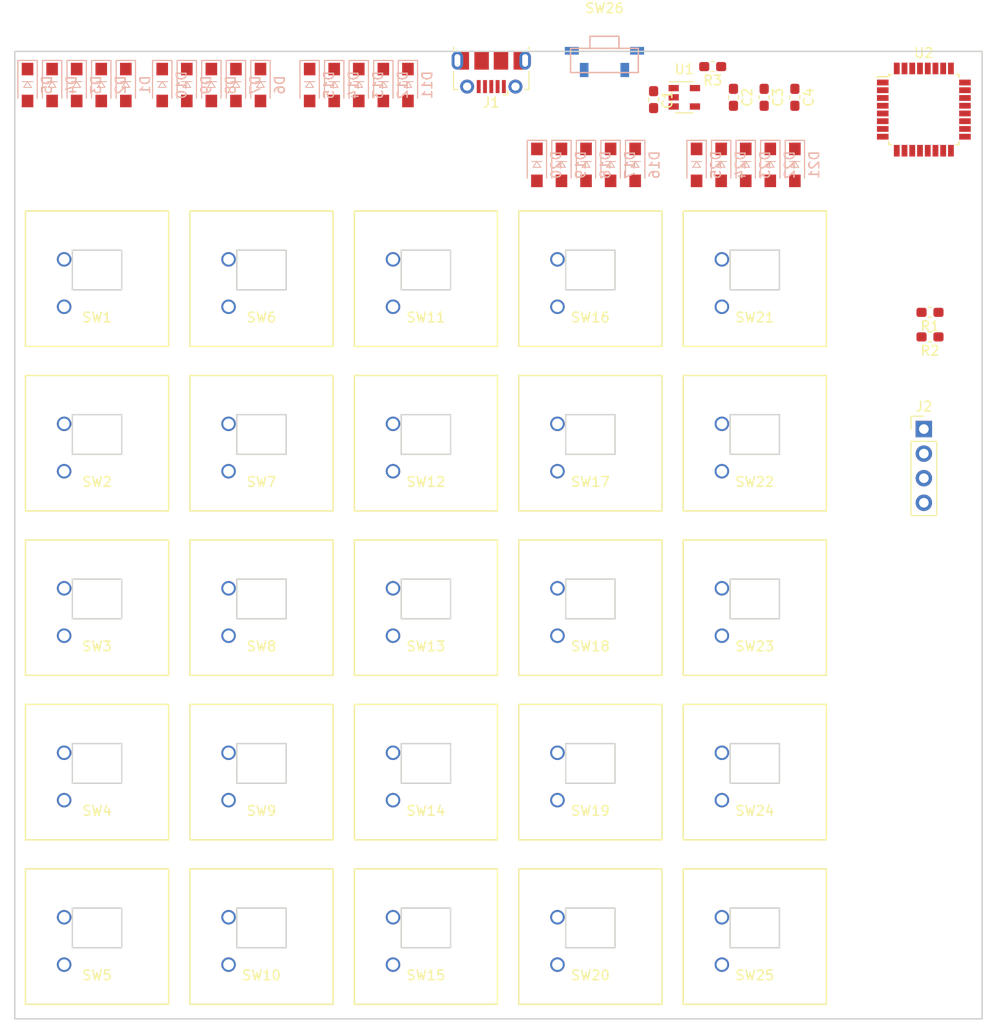
<source format=kicad_pcb>
(kicad_pcb (version 20171130) (host pcbnew "(5.0.0)")

  (general
    (thickness 1.6)
    (drawings 8)
    (tracks 0)
    (zones 0)
    (modules 62)
    (nets 60)
  )

  (page A4)
  (layers
    (0 F.Cu signal)
    (31 B.Cu signal)
    (32 B.Adhes user)
    (33 F.Adhes user)
    (34 B.Paste user)
    (35 F.Paste user)
    (36 B.SilkS user)
    (37 F.SilkS user)
    (38 B.Mask user)
    (39 F.Mask user)
    (40 Dwgs.User user)
    (41 Cmts.User user)
    (42 Eco1.User user)
    (43 Eco2.User user)
    (44 Edge.Cuts user)
    (45 Margin user)
    (46 B.CrtYd user)
    (47 F.CrtYd user)
    (48 B.Fab user)
    (49 F.Fab user)
  )

  (setup
    (last_trace_width 0.25)
    (trace_clearance 0.2)
    (zone_clearance 0.508)
    (zone_45_only no)
    (trace_min 0.2)
    (segment_width 0.2)
    (edge_width 0.15)
    (via_size 0.8)
    (via_drill 0.4)
    (via_min_size 0.4)
    (via_min_drill 0.3)
    (uvia_size 0.3)
    (uvia_drill 0.1)
    (uvias_allowed no)
    (uvia_min_size 0.2)
    (uvia_min_drill 0.1)
    (pcb_text_width 0.3)
    (pcb_text_size 1.5 1.5)
    (mod_edge_width 0.15)
    (mod_text_size 1 1)
    (mod_text_width 0.15)
    (pad_size 1.524 1.524)
    (pad_drill 0.762)
    (pad_to_mask_clearance 0.2)
    (aux_axis_origin 0 0)
    (grid_origin 15 115)
    (visible_elements FFFFFF7F)
    (pcbplotparams
      (layerselection 0x010fc_ffffffff)
      (usegerberextensions false)
      (usegerberattributes false)
      (usegerberadvancedattributes false)
      (creategerberjobfile false)
      (excludeedgelayer true)
      (linewidth 0.100000)
      (plotframeref false)
      (viasonmask false)
      (mode 1)
      (useauxorigin false)
      (hpglpennumber 1)
      (hpglpenspeed 20)
      (hpglpendiameter 15.000000)
      (psnegative false)
      (psa4output false)
      (plotreference true)
      (plotvalue true)
      (plotinvisibletext false)
      (padsonsilk false)
      (subtractmaskfromsilk false)
      (outputformat 1)
      (mirror false)
      (drillshape 1)
      (scaleselection 1)
      (outputdirectory ""))
  )

  (net 0 "")
  (net 1 VBUS)
  (net 2 GND)
  (net 3 +3V3)
  (net 4 "Net-(J1-Pad6)")
  (net 5 "Net-(J1-Pad4)")
  (net 6 /I2C_SCL)
  (net 7 /I2C_SDA)
  (net 8 "Net-(R3-Pad2)")
  (net 9 "Net-(U1-Pad4)")
  (net 10 "Net-(U2-Pad11)")
  (net 11 "Net-(U2-Pad12)")
  (net 12 "Net-(U2-Pad13)")
  (net 13 "Net-(U2-Pad14)")
  (net 14 "Net-(U2-Pad15)")
  (net 15 "Net-(U2-Pad18)")
  (net 16 "Net-(U2-Pad19)")
  (net 17 "Net-(U2-Pad20)")
  (net 18 "Net-(U2-Pad23)")
  (net 19 "Net-(U2-Pad24)")
  (net 20 "Net-(U2-Pad25)")
  (net 21 "Net-(U2-Pad26)")
  (net 22 /COL0)
  (net 23 "Net-(D1-Pad1)")
  (net 24 "Net-(D2-Pad1)")
  (net 25 "Net-(D3-Pad1)")
  (net 26 "Net-(D4-Pad1)")
  (net 27 "Net-(D5-Pad1)")
  (net 28 "Net-(D6-Pad1)")
  (net 29 /COL1)
  (net 30 "Net-(D7-Pad1)")
  (net 31 "Net-(D8-Pad1)")
  (net 32 "Net-(D10-Pad2)")
  (net 33 "Net-(D10-Pad1)")
  (net 34 /COL2)
  (net 35 "Net-(D11-Pad1)")
  (net 36 "Net-(D12-Pad1)")
  (net 37 "Net-(D13-Pad1)")
  (net 38 "Net-(D14-Pad1)")
  (net 39 "Net-(D15-Pad1)")
  (net 40 "Net-(D16-Pad1)")
  (net 41 /COL3)
  (net 42 "Net-(D17-Pad1)")
  (net 43 "Net-(D18-Pad1)")
  (net 44 "Net-(D19-Pad1)")
  (net 45 "Net-(D20-Pad1)")
  (net 46 /COL4)
  (net 47 "Net-(D21-Pad1)")
  (net 48 "Net-(D22-Pad1)")
  (net 49 "Net-(D23-Pad1)")
  (net 50 "Net-(D24-Pad1)")
  (net 51 "Net-(D25-Pad1)")
  (net 52 /ROW0)
  (net 53 /ROW1)
  (net 54 /ROW2)
  (net 55 /ROW3)
  (net 56 /ROW4)
  (net 57 "Net-(SW26-Pad1)")
  (net 58 /USB_D+)
  (net 59 /USB_D-)

  (net_class Default "これはデフォルトのネット クラスです。"
    (clearance 0.2)
    (trace_width 0.25)
    (via_dia 0.8)
    (via_drill 0.4)
    (uvia_dia 0.3)
    (uvia_drill 0.1)
    (add_net /COL0)
    (add_net /COL1)
    (add_net /COL2)
    (add_net /COL3)
    (add_net /COL4)
    (add_net /I2C_SCL)
    (add_net /I2C_SDA)
    (add_net /ROW0)
    (add_net /ROW1)
    (add_net /ROW2)
    (add_net /ROW3)
    (add_net /ROW4)
    (add_net "Net-(D1-Pad1)")
    (add_net "Net-(D10-Pad1)")
    (add_net "Net-(D10-Pad2)")
    (add_net "Net-(D11-Pad1)")
    (add_net "Net-(D12-Pad1)")
    (add_net "Net-(D13-Pad1)")
    (add_net "Net-(D14-Pad1)")
    (add_net "Net-(D15-Pad1)")
    (add_net "Net-(D16-Pad1)")
    (add_net "Net-(D17-Pad1)")
    (add_net "Net-(D18-Pad1)")
    (add_net "Net-(D19-Pad1)")
    (add_net "Net-(D2-Pad1)")
    (add_net "Net-(D20-Pad1)")
    (add_net "Net-(D21-Pad1)")
    (add_net "Net-(D22-Pad1)")
    (add_net "Net-(D23-Pad1)")
    (add_net "Net-(D24-Pad1)")
    (add_net "Net-(D25-Pad1)")
    (add_net "Net-(D3-Pad1)")
    (add_net "Net-(D4-Pad1)")
    (add_net "Net-(D5-Pad1)")
    (add_net "Net-(D6-Pad1)")
    (add_net "Net-(D7-Pad1)")
    (add_net "Net-(D8-Pad1)")
    (add_net "Net-(J1-Pad4)")
    (add_net "Net-(J1-Pad6)")
    (add_net "Net-(R3-Pad2)")
    (add_net "Net-(SW26-Pad1)")
    (add_net "Net-(U1-Pad4)")
    (add_net "Net-(U2-Pad11)")
    (add_net "Net-(U2-Pad12)")
    (add_net "Net-(U2-Pad13)")
    (add_net "Net-(U2-Pad14)")
    (add_net "Net-(U2-Pad15)")
    (add_net "Net-(U2-Pad18)")
    (add_net "Net-(U2-Pad19)")
    (add_net "Net-(U2-Pad20)")
    (add_net "Net-(U2-Pad23)")
    (add_net "Net-(U2-Pad24)")
    (add_net "Net-(U2-Pad25)")
    (add_net "Net-(U2-Pad26)")
  )

  (net_class Power ""
    (clearance 0.2)
    (trace_width 0.5)
    (via_dia 0.8)
    (via_drill 0.4)
    (uvia_dia 0.3)
    (uvia_drill 0.1)
    (add_net +3V3)
    (add_net GND)
    (add_net VBUS)
  )

  (net_class USB ""
    (clearance 0.2)
    (trace_width 0.25)
    (via_dia 0.8)
    (via_drill 0.4)
    (uvia_dia 0.3)
    (uvia_drill 0.1)
    (add_net /USB_D+)
    (add_net /USB_D-)
  )

  (module Capacitor_SMD:C_0603_1608Metric_Pad1.05x0.95mm_HandSolder (layer F.Cu) (tedit 5B301BBE) (tstamp 5CA83B65)
    (at 81.04 19.99 270)
    (descr "Capacitor SMD 0603 (1608 Metric), square (rectangular) end terminal, IPC_7351 nominal with elongated pad for handsoldering. (Body size source: http://www.tortai-tech.com/upload/download/2011102023233369053.pdf), generated with kicad-footprint-generator")
    (tags "capacitor handsolder")
    (path /5C9B473F)
    (attr smd)
    (fp_text reference C1 (at 0 -1.43 270) (layer F.SilkS)
      (effects (font (size 1 1) (thickness 0.15)))
    )
    (fp_text value C (at 0 1.43 270) (layer F.Fab)
      (effects (font (size 1 1) (thickness 0.15)))
    )
    (fp_text user %R (at 0 0 270) (layer F.Fab)
      (effects (font (size 0.4 0.4) (thickness 0.06)))
    )
    (fp_line (start 1.65 0.73) (end -1.65 0.73) (layer F.CrtYd) (width 0.05))
    (fp_line (start 1.65 -0.73) (end 1.65 0.73) (layer F.CrtYd) (width 0.05))
    (fp_line (start -1.65 -0.73) (end 1.65 -0.73) (layer F.CrtYd) (width 0.05))
    (fp_line (start -1.65 0.73) (end -1.65 -0.73) (layer F.CrtYd) (width 0.05))
    (fp_line (start -0.171267 0.51) (end 0.171267 0.51) (layer F.SilkS) (width 0.12))
    (fp_line (start -0.171267 -0.51) (end 0.171267 -0.51) (layer F.SilkS) (width 0.12))
    (fp_line (start 0.8 0.4) (end -0.8 0.4) (layer F.Fab) (width 0.1))
    (fp_line (start 0.8 -0.4) (end 0.8 0.4) (layer F.Fab) (width 0.1))
    (fp_line (start -0.8 -0.4) (end 0.8 -0.4) (layer F.Fab) (width 0.1))
    (fp_line (start -0.8 0.4) (end -0.8 -0.4) (layer F.Fab) (width 0.1))
    (pad 2 smd roundrect (at 0.875 0 270) (size 1.05 0.95) (layers F.Cu F.Paste F.Mask) (roundrect_rratio 0.25)
      (net 2 GND))
    (pad 1 smd roundrect (at -0.875 0 270) (size 1.05 0.95) (layers F.Cu F.Paste F.Mask) (roundrect_rratio 0.25)
      (net 1 VBUS))
    (model ${KISYS3DMOD}/Capacitor_SMD.3dshapes/C_0603_1608Metric.wrl
      (at (xyz 0 0 0))
      (scale (xyz 1 1 1))
      (rotate (xyz 0 0 0))
    )
  )

  (module Capacitor_SMD:C_0603_1608Metric_Pad1.05x0.95mm_HandSolder (layer F.Cu) (tedit 5B301BBE) (tstamp 5CA83B76)
    (at 89.295 19.75 270)
    (descr "Capacitor SMD 0603 (1608 Metric), square (rectangular) end terminal, IPC_7351 nominal with elongated pad for handsoldering. (Body size source: http://www.tortai-tech.com/upload/download/2011102023233369053.pdf), generated with kicad-footprint-generator")
    (tags "capacitor handsolder")
    (path /5C9B492A)
    (attr smd)
    (fp_text reference C2 (at 0 -1.43 270) (layer F.SilkS)
      (effects (font (size 1 1) (thickness 0.15)))
    )
    (fp_text value C (at 0 1.43 270) (layer F.Fab)
      (effects (font (size 1 1) (thickness 0.15)))
    )
    (fp_text user %R (at 0 0 270) (layer F.Fab)
      (effects (font (size 0.4 0.4) (thickness 0.06)))
    )
    (fp_line (start 1.65 0.73) (end -1.65 0.73) (layer F.CrtYd) (width 0.05))
    (fp_line (start 1.65 -0.73) (end 1.65 0.73) (layer F.CrtYd) (width 0.05))
    (fp_line (start -1.65 -0.73) (end 1.65 -0.73) (layer F.CrtYd) (width 0.05))
    (fp_line (start -1.65 0.73) (end -1.65 -0.73) (layer F.CrtYd) (width 0.05))
    (fp_line (start -0.171267 0.51) (end 0.171267 0.51) (layer F.SilkS) (width 0.12))
    (fp_line (start -0.171267 -0.51) (end 0.171267 -0.51) (layer F.SilkS) (width 0.12))
    (fp_line (start 0.8 0.4) (end -0.8 0.4) (layer F.Fab) (width 0.1))
    (fp_line (start 0.8 -0.4) (end 0.8 0.4) (layer F.Fab) (width 0.1))
    (fp_line (start -0.8 -0.4) (end 0.8 -0.4) (layer F.Fab) (width 0.1))
    (fp_line (start -0.8 0.4) (end -0.8 -0.4) (layer F.Fab) (width 0.1))
    (pad 2 smd roundrect (at 0.875 0 270) (size 1.05 0.95) (layers F.Cu F.Paste F.Mask) (roundrect_rratio 0.25)
      (net 2 GND))
    (pad 1 smd roundrect (at -0.875 0 270) (size 1.05 0.95) (layers F.Cu F.Paste F.Mask) (roundrect_rratio 0.25)
      (net 3 +3V3))
    (model ${KISYS3DMOD}/Capacitor_SMD.3dshapes/C_0603_1608Metric.wrl
      (at (xyz 0 0 0))
      (scale (xyz 1 1 1))
      (rotate (xyz 0 0 0))
    )
  )

  (module Capacitor_SMD:C_0603_1608Metric_Pad1.05x0.95mm_HandSolder (layer F.Cu) (tedit 5B301BBE) (tstamp 5CA83B87)
    (at 92.47 19.75 270)
    (descr "Capacitor SMD 0603 (1608 Metric), square (rectangular) end terminal, IPC_7351 nominal with elongated pad for handsoldering. (Body size source: http://www.tortai-tech.com/upload/download/2011102023233369053.pdf), generated with kicad-footprint-generator")
    (tags "capacitor handsolder")
    (path /5C9B4977)
    (attr smd)
    (fp_text reference C3 (at 0 -1.43 270) (layer F.SilkS)
      (effects (font (size 1 1) (thickness 0.15)))
    )
    (fp_text value C (at 0 1.43 270) (layer F.Fab)
      (effects (font (size 1 1) (thickness 0.15)))
    )
    (fp_text user %R (at 0 0 270) (layer F.Fab)
      (effects (font (size 0.4 0.4) (thickness 0.06)))
    )
    (fp_line (start 1.65 0.73) (end -1.65 0.73) (layer F.CrtYd) (width 0.05))
    (fp_line (start 1.65 -0.73) (end 1.65 0.73) (layer F.CrtYd) (width 0.05))
    (fp_line (start -1.65 -0.73) (end 1.65 -0.73) (layer F.CrtYd) (width 0.05))
    (fp_line (start -1.65 0.73) (end -1.65 -0.73) (layer F.CrtYd) (width 0.05))
    (fp_line (start -0.171267 0.51) (end 0.171267 0.51) (layer F.SilkS) (width 0.12))
    (fp_line (start -0.171267 -0.51) (end 0.171267 -0.51) (layer F.SilkS) (width 0.12))
    (fp_line (start 0.8 0.4) (end -0.8 0.4) (layer F.Fab) (width 0.1))
    (fp_line (start 0.8 -0.4) (end 0.8 0.4) (layer F.Fab) (width 0.1))
    (fp_line (start -0.8 -0.4) (end 0.8 -0.4) (layer F.Fab) (width 0.1))
    (fp_line (start -0.8 0.4) (end -0.8 -0.4) (layer F.Fab) (width 0.1))
    (pad 2 smd roundrect (at 0.875 0 270) (size 1.05 0.95) (layers F.Cu F.Paste F.Mask) (roundrect_rratio 0.25)
      (net 2 GND))
    (pad 1 smd roundrect (at -0.875 0 270) (size 1.05 0.95) (layers F.Cu F.Paste F.Mask) (roundrect_rratio 0.25)
      (net 3 +3V3))
    (model ${KISYS3DMOD}/Capacitor_SMD.3dshapes/C_0603_1608Metric.wrl
      (at (xyz 0 0 0))
      (scale (xyz 1 1 1))
      (rotate (xyz 0 0 0))
    )
  )

  (module Capacitor_SMD:C_0603_1608Metric_Pad1.05x0.95mm_HandSolder (layer F.Cu) (tedit 5B301BBE) (tstamp 5CA83B98)
    (at 95.645 19.75 270)
    (descr "Capacitor SMD 0603 (1608 Metric), square (rectangular) end terminal, IPC_7351 nominal with elongated pad for handsoldering. (Body size source: http://www.tortai-tech.com/upload/download/2011102023233369053.pdf), generated with kicad-footprint-generator")
    (tags "capacitor handsolder")
    (path /5C9B49CA)
    (attr smd)
    (fp_text reference C4 (at 0 -1.43 270) (layer F.SilkS)
      (effects (font (size 1 1) (thickness 0.15)))
    )
    (fp_text value C (at 0 1.43 270) (layer F.Fab)
      (effects (font (size 1 1) (thickness 0.15)))
    )
    (fp_text user %R (at 0 0 270) (layer F.Fab)
      (effects (font (size 0.4 0.4) (thickness 0.06)))
    )
    (fp_line (start 1.65 0.73) (end -1.65 0.73) (layer F.CrtYd) (width 0.05))
    (fp_line (start 1.65 -0.73) (end 1.65 0.73) (layer F.CrtYd) (width 0.05))
    (fp_line (start -1.65 -0.73) (end 1.65 -0.73) (layer F.CrtYd) (width 0.05))
    (fp_line (start -1.65 0.73) (end -1.65 -0.73) (layer F.CrtYd) (width 0.05))
    (fp_line (start -0.171267 0.51) (end 0.171267 0.51) (layer F.SilkS) (width 0.12))
    (fp_line (start -0.171267 -0.51) (end 0.171267 -0.51) (layer F.SilkS) (width 0.12))
    (fp_line (start 0.8 0.4) (end -0.8 0.4) (layer F.Fab) (width 0.1))
    (fp_line (start 0.8 -0.4) (end 0.8 0.4) (layer F.Fab) (width 0.1))
    (fp_line (start -0.8 -0.4) (end 0.8 -0.4) (layer F.Fab) (width 0.1))
    (fp_line (start -0.8 0.4) (end -0.8 -0.4) (layer F.Fab) (width 0.1))
    (pad 2 smd roundrect (at 0.875 0 270) (size 1.05 0.95) (layers F.Cu F.Paste F.Mask) (roundrect_rratio 0.25)
      (net 2 GND))
    (pad 1 smd roundrect (at -0.875 0 270) (size 1.05 0.95) (layers F.Cu F.Paste F.Mask) (roundrect_rratio 0.25)
      (net 3 +3V3))
    (model ${KISYS3DMOD}/Capacitor_SMD.3dshapes/C_0603_1608Metric.wrl
      (at (xyz 0 0 0))
      (scale (xyz 1 1 1))
      (rotate (xyz 0 0 0))
    )
  )

  (module Connector_USB:USB_Micro-B_Molex-105017-0001 (layer F.Cu) (tedit 5A1DC0BE) (tstamp 5CA83BC1)
    (at 64.26 17.1775 180)
    (descr http://www.molex.com/pdm_docs/sd/1050170001_sd.pdf)
    (tags "Micro-USB SMD Typ-B")
    (path /5C9B4242)
    (attr smd)
    (fp_text reference J1 (at 0 -3.1125 180) (layer F.SilkS)
      (effects (font (size 1 1) (thickness 0.15)))
    )
    (fp_text value USB_OTG (at 0.3 4.3375 180) (layer F.Fab)
      (effects (font (size 1 1) (thickness 0.15)))
    )
    (fp_line (start -1.1 -2.1225) (end -1.1 -1.9125) (layer F.Fab) (width 0.1))
    (fp_line (start -1.5 -2.1225) (end -1.5 -1.9125) (layer F.Fab) (width 0.1))
    (fp_line (start -1.5 -2.1225) (end -1.1 -2.1225) (layer F.Fab) (width 0.1))
    (fp_line (start -1.1 -1.9125) (end -1.3 -1.7125) (layer F.Fab) (width 0.1))
    (fp_line (start -1.3 -1.7125) (end -1.5 -1.9125) (layer F.Fab) (width 0.1))
    (fp_line (start -1.7 -2.3125) (end -1.7 -1.8625) (layer F.SilkS) (width 0.12))
    (fp_line (start -1.7 -2.3125) (end -1.25 -2.3125) (layer F.SilkS) (width 0.12))
    (fp_line (start 3.9 -1.7625) (end 3.45 -1.7625) (layer F.SilkS) (width 0.12))
    (fp_line (start 3.9 0.0875) (end 3.9 -1.7625) (layer F.SilkS) (width 0.12))
    (fp_line (start -3.9 2.6375) (end -3.9 2.3875) (layer F.SilkS) (width 0.12))
    (fp_line (start -3.75 3.3875) (end -3.75 -1.6125) (layer F.Fab) (width 0.1))
    (fp_line (start -3.75 -1.6125) (end 3.75 -1.6125) (layer F.Fab) (width 0.1))
    (fp_line (start -3.75 3.389204) (end 3.75 3.389204) (layer F.Fab) (width 0.1))
    (fp_line (start -3 2.689204) (end 3 2.689204) (layer F.Fab) (width 0.1))
    (fp_line (start 3.75 3.3875) (end 3.75 -1.6125) (layer F.Fab) (width 0.1))
    (fp_line (start 3.9 2.6375) (end 3.9 2.3875) (layer F.SilkS) (width 0.12))
    (fp_line (start -3.9 0.0875) (end -3.9 -1.7625) (layer F.SilkS) (width 0.12))
    (fp_line (start -3.9 -1.7625) (end -3.45 -1.7625) (layer F.SilkS) (width 0.12))
    (fp_line (start -4.4 3.64) (end -4.4 -2.46) (layer F.CrtYd) (width 0.05))
    (fp_line (start -4.4 -2.46) (end 4.4 -2.46) (layer F.CrtYd) (width 0.05))
    (fp_line (start 4.4 -2.46) (end 4.4 3.64) (layer F.CrtYd) (width 0.05))
    (fp_line (start -4.4 3.64) (end 4.4 3.64) (layer F.CrtYd) (width 0.05))
    (fp_text user %R (at 0 0.8875 180) (layer F.Fab)
      (effects (font (size 1 1) (thickness 0.15)))
    )
    (fp_text user "PCB Edge" (at 0 2.6875 180) (layer Dwgs.User)
      (effects (font (size 0.5 0.5) (thickness 0.08)))
    )
    (pad 6 smd rect (at -2.9 1.2375 180) (size 1.2 1.9) (layers F.Cu F.Mask)
      (net 4 "Net-(J1-Pad6)"))
    (pad 6 smd rect (at 2.9 1.2375 180) (size 1.2 1.9) (layers F.Cu F.Mask)
      (net 4 "Net-(J1-Pad6)"))
    (pad 6 thru_hole oval (at 3.5 1.2375 180) (size 1.2 1.9) (drill oval 0.6 1.3) (layers *.Cu *.Mask)
      (net 4 "Net-(J1-Pad6)"))
    (pad 6 thru_hole oval (at -3.5 1.2375) (size 1.2 1.9) (drill oval 0.6 1.3) (layers *.Cu *.Mask)
      (net 4 "Net-(J1-Pad6)"))
    (pad 6 smd rect (at -1 1.2375 180) (size 1.5 1.9) (layers F.Cu F.Paste F.Mask)
      (net 4 "Net-(J1-Pad6)"))
    (pad 6 thru_hole circle (at 2.5 -1.4625 180) (size 1.45 1.45) (drill 0.85) (layers *.Cu *.Mask)
      (net 4 "Net-(J1-Pad6)"))
    (pad 3 smd rect (at 0 -1.4625 180) (size 0.4 1.35) (layers F.Cu F.Paste F.Mask)
      (net 58 /USB_D+))
    (pad 4 smd rect (at 0.65 -1.4625 180) (size 0.4 1.35) (layers F.Cu F.Paste F.Mask)
      (net 5 "Net-(J1-Pad4)"))
    (pad 5 smd rect (at 1.3 -1.4625 180) (size 0.4 1.35) (layers F.Cu F.Paste F.Mask)
      (net 2 GND))
    (pad 1 smd rect (at -1.3 -1.4625 180) (size 0.4 1.35) (layers F.Cu F.Paste F.Mask)
      (net 1 VBUS))
    (pad 2 smd rect (at -0.65 -1.4625 180) (size 0.4 1.35) (layers F.Cu F.Paste F.Mask)
      (net 59 /USB_D-))
    (pad 6 thru_hole circle (at -2.5 -1.4625 180) (size 1.45 1.45) (drill 0.85) (layers *.Cu *.Mask)
      (net 4 "Net-(J1-Pad6)"))
    (pad 6 smd rect (at 1 1.2375 180) (size 1.5 1.9) (layers F.Cu F.Paste F.Mask)
      (net 4 "Net-(J1-Pad6)"))
    (model ${KISYS3DMOD}/Connector_USB.3dshapes/USB_Micro-B_Molex-105017-0001.wrl
      (at (xyz 0 0 0))
      (scale (xyz 1 1 1))
      (rotate (xyz 0 0 0))
    )
  )

  (module Connector_PinHeader_2.54mm:PinHeader_1x04_P2.54mm_Vertical (layer F.Cu) (tedit 59FED5CC) (tstamp 5CA83BD9)
    (at 108.98 54.04)
    (descr "Through hole straight pin header, 1x04, 2.54mm pitch, single row")
    (tags "Through hole pin header THT 1x04 2.54mm single row")
    (path /5C9B5984)
    (fp_text reference J2 (at 0 -2.33) (layer F.SilkS)
      (effects (font (size 1 1) (thickness 0.15)))
    )
    (fp_text value Conn_01x04 (at 0 9.95) (layer F.Fab)
      (effects (font (size 1 1) (thickness 0.15)))
    )
    (fp_text user %R (at 0 3.81 90) (layer F.Fab)
      (effects (font (size 1 1) (thickness 0.15)))
    )
    (fp_line (start 1.8 -1.8) (end -1.8 -1.8) (layer F.CrtYd) (width 0.05))
    (fp_line (start 1.8 9.4) (end 1.8 -1.8) (layer F.CrtYd) (width 0.05))
    (fp_line (start -1.8 9.4) (end 1.8 9.4) (layer F.CrtYd) (width 0.05))
    (fp_line (start -1.8 -1.8) (end -1.8 9.4) (layer F.CrtYd) (width 0.05))
    (fp_line (start -1.33 -1.33) (end 0 -1.33) (layer F.SilkS) (width 0.12))
    (fp_line (start -1.33 0) (end -1.33 -1.33) (layer F.SilkS) (width 0.12))
    (fp_line (start -1.33 1.27) (end 1.33 1.27) (layer F.SilkS) (width 0.12))
    (fp_line (start 1.33 1.27) (end 1.33 8.95) (layer F.SilkS) (width 0.12))
    (fp_line (start -1.33 1.27) (end -1.33 8.95) (layer F.SilkS) (width 0.12))
    (fp_line (start -1.33 8.95) (end 1.33 8.95) (layer F.SilkS) (width 0.12))
    (fp_line (start -1.27 -0.635) (end -0.635 -1.27) (layer F.Fab) (width 0.1))
    (fp_line (start -1.27 8.89) (end -1.27 -0.635) (layer F.Fab) (width 0.1))
    (fp_line (start 1.27 8.89) (end -1.27 8.89) (layer F.Fab) (width 0.1))
    (fp_line (start 1.27 -1.27) (end 1.27 8.89) (layer F.Fab) (width 0.1))
    (fp_line (start -0.635 -1.27) (end 1.27 -1.27) (layer F.Fab) (width 0.1))
    (pad 4 thru_hole oval (at 0 7.62) (size 1.7 1.7) (drill 1) (layers *.Cu *.Mask)
      (net 2 GND))
    (pad 3 thru_hole oval (at 0 5.08) (size 1.7 1.7) (drill 1) (layers *.Cu *.Mask)
      (net 7 /I2C_SDA))
    (pad 2 thru_hole oval (at 0 2.54) (size 1.7 1.7) (drill 1) (layers *.Cu *.Mask)
      (net 6 /I2C_SCL))
    (pad 1 thru_hole rect (at 0 0) (size 1.7 1.7) (drill 1) (layers *.Cu *.Mask)
      (net 3 +3V3))
    (model ${KISYS3DMOD}/Connector_PinHeader_2.54mm.3dshapes/PinHeader_1x04_P2.54mm_Vertical.wrl
      (at (xyz 0 0 0))
      (scale (xyz 1 1 1))
      (rotate (xyz 0 0 0))
    )
  )

  (module Resistor_SMD:R_0603_1608Metric_Pad1.05x0.95mm_HandSolder (layer F.Cu) (tedit 5B301BBD) (tstamp 5CA83BEA)
    (at 109.615 41.975 180)
    (descr "Resistor SMD 0603 (1608 Metric), square (rectangular) end terminal, IPC_7351 nominal with elongated pad for handsoldering. (Body size source: http://www.tortai-tech.com/upload/download/2011102023233369053.pdf), generated with kicad-footprint-generator")
    (tags "resistor handsolder")
    (path /5C9B69BA)
    (attr smd)
    (fp_text reference R1 (at 0 -1.43 180) (layer F.SilkS)
      (effects (font (size 1 1) (thickness 0.15)))
    )
    (fp_text value R (at 0 1.43 180) (layer F.Fab)
      (effects (font (size 1 1) (thickness 0.15)))
    )
    (fp_text user %R (at 0 0 180) (layer F.Fab)
      (effects (font (size 0.4 0.4) (thickness 0.06)))
    )
    (fp_line (start 1.65 0.73) (end -1.65 0.73) (layer F.CrtYd) (width 0.05))
    (fp_line (start 1.65 -0.73) (end 1.65 0.73) (layer F.CrtYd) (width 0.05))
    (fp_line (start -1.65 -0.73) (end 1.65 -0.73) (layer F.CrtYd) (width 0.05))
    (fp_line (start -1.65 0.73) (end -1.65 -0.73) (layer F.CrtYd) (width 0.05))
    (fp_line (start -0.171267 0.51) (end 0.171267 0.51) (layer F.SilkS) (width 0.12))
    (fp_line (start -0.171267 -0.51) (end 0.171267 -0.51) (layer F.SilkS) (width 0.12))
    (fp_line (start 0.8 0.4) (end -0.8 0.4) (layer F.Fab) (width 0.1))
    (fp_line (start 0.8 -0.4) (end 0.8 0.4) (layer F.Fab) (width 0.1))
    (fp_line (start -0.8 -0.4) (end 0.8 -0.4) (layer F.Fab) (width 0.1))
    (fp_line (start -0.8 0.4) (end -0.8 -0.4) (layer F.Fab) (width 0.1))
    (pad 2 smd roundrect (at 0.875 0 180) (size 1.05 0.95) (layers F.Cu F.Paste F.Mask) (roundrect_rratio 0.25)
      (net 6 /I2C_SCL))
    (pad 1 smd roundrect (at -0.875 0 180) (size 1.05 0.95) (layers F.Cu F.Paste F.Mask) (roundrect_rratio 0.25)
      (net 3 +3V3))
    (model ${KISYS3DMOD}/Resistor_SMD.3dshapes/R_0603_1608Metric.wrl
      (at (xyz 0 0 0))
      (scale (xyz 1 1 1))
      (rotate (xyz 0 0 0))
    )
  )

  (module Resistor_SMD:R_0603_1608Metric_Pad1.05x0.95mm_HandSolder (layer F.Cu) (tedit 5B301BBD) (tstamp 5CA83BFB)
    (at 109.615 44.515 180)
    (descr "Resistor SMD 0603 (1608 Metric), square (rectangular) end terminal, IPC_7351 nominal with elongated pad for handsoldering. (Body size source: http://www.tortai-tech.com/upload/download/2011102023233369053.pdf), generated with kicad-footprint-generator")
    (tags "resistor handsolder")
    (path /5C9B6A07)
    (attr smd)
    (fp_text reference R2 (at 0 -1.43 180) (layer F.SilkS)
      (effects (font (size 1 1) (thickness 0.15)))
    )
    (fp_text value R (at 0 1.43 180) (layer F.Fab)
      (effects (font (size 1 1) (thickness 0.15)))
    )
    (fp_text user %R (at 0 0 180) (layer F.Fab)
      (effects (font (size 0.4 0.4) (thickness 0.06)))
    )
    (fp_line (start 1.65 0.73) (end -1.65 0.73) (layer F.CrtYd) (width 0.05))
    (fp_line (start 1.65 -0.73) (end 1.65 0.73) (layer F.CrtYd) (width 0.05))
    (fp_line (start -1.65 -0.73) (end 1.65 -0.73) (layer F.CrtYd) (width 0.05))
    (fp_line (start -1.65 0.73) (end -1.65 -0.73) (layer F.CrtYd) (width 0.05))
    (fp_line (start -0.171267 0.51) (end 0.171267 0.51) (layer F.SilkS) (width 0.12))
    (fp_line (start -0.171267 -0.51) (end 0.171267 -0.51) (layer F.SilkS) (width 0.12))
    (fp_line (start 0.8 0.4) (end -0.8 0.4) (layer F.Fab) (width 0.1))
    (fp_line (start 0.8 -0.4) (end 0.8 0.4) (layer F.Fab) (width 0.1))
    (fp_line (start -0.8 -0.4) (end 0.8 -0.4) (layer F.Fab) (width 0.1))
    (fp_line (start -0.8 0.4) (end -0.8 -0.4) (layer F.Fab) (width 0.1))
    (pad 2 smd roundrect (at 0.875 0 180) (size 1.05 0.95) (layers F.Cu F.Paste F.Mask) (roundrect_rratio 0.25)
      (net 7 /I2C_SDA))
    (pad 1 smd roundrect (at -0.875 0 180) (size 1.05 0.95) (layers F.Cu F.Paste F.Mask) (roundrect_rratio 0.25)
      (net 3 +3V3))
    (model ${KISYS3DMOD}/Resistor_SMD.3dshapes/R_0603_1608Metric.wrl
      (at (xyz 0 0 0))
      (scale (xyz 1 1 1))
      (rotate (xyz 0 0 0))
    )
  )

  (module Resistor_SMD:R_0603_1608Metric_Pad1.05x0.95mm_HandSolder (layer F.Cu) (tedit 5B301BBD) (tstamp 5CA83C0C)
    (at 87.15 16.575 180)
    (descr "Resistor SMD 0603 (1608 Metric), square (rectangular) end terminal, IPC_7351 nominal with elongated pad for handsoldering. (Body size source: http://www.tortai-tech.com/upload/download/2011102023233369053.pdf), generated with kicad-footprint-generator")
    (tags "resistor handsolder")
    (path /5C9B4E45)
    (attr smd)
    (fp_text reference R3 (at 0 -1.43 180) (layer F.SilkS)
      (effects (font (size 1 1) (thickness 0.15)))
    )
    (fp_text value R (at 0 1.43 180) (layer F.Fab)
      (effects (font (size 1 1) (thickness 0.15)))
    )
    (fp_text user %R (at 0 0 180) (layer F.Fab)
      (effects (font (size 0.4 0.4) (thickness 0.06)))
    )
    (fp_line (start 1.65 0.73) (end -1.65 0.73) (layer F.CrtYd) (width 0.05))
    (fp_line (start 1.65 -0.73) (end 1.65 0.73) (layer F.CrtYd) (width 0.05))
    (fp_line (start -1.65 -0.73) (end 1.65 -0.73) (layer F.CrtYd) (width 0.05))
    (fp_line (start -1.65 0.73) (end -1.65 -0.73) (layer F.CrtYd) (width 0.05))
    (fp_line (start -0.171267 0.51) (end 0.171267 0.51) (layer F.SilkS) (width 0.12))
    (fp_line (start -0.171267 -0.51) (end 0.171267 -0.51) (layer F.SilkS) (width 0.12))
    (fp_line (start 0.8 0.4) (end -0.8 0.4) (layer F.Fab) (width 0.1))
    (fp_line (start 0.8 -0.4) (end 0.8 0.4) (layer F.Fab) (width 0.1))
    (fp_line (start -0.8 -0.4) (end 0.8 -0.4) (layer F.Fab) (width 0.1))
    (fp_line (start -0.8 0.4) (end -0.8 -0.4) (layer F.Fab) (width 0.1))
    (pad 2 smd roundrect (at 0.875 0 180) (size 1.05 0.95) (layers F.Cu F.Paste F.Mask) (roundrect_rratio 0.25)
      (net 8 "Net-(R3-Pad2)"))
    (pad 1 smd roundrect (at -0.875 0 180) (size 1.05 0.95) (layers F.Cu F.Paste F.Mask) (roundrect_rratio 0.25)
      (net 3 +3V3))
    (model ${KISYS3DMOD}/Resistor_SMD.3dshapes/R_0603_1608Metric.wrl
      (at (xyz 0 0 0))
      (scale (xyz 1 1 1))
      (rotate (xyz 0 0 0))
    )
  )

  (module Package_TO_SOT_SMD:SOT-23-5 (layer F.Cu) (tedit 5A02FF57) (tstamp 5CA83C33)
    (at 84.215 19.75)
    (descr "5-pin SOT23 package")
    (tags SOT-23-5)
    (path /5C9B481C)
    (attr smd)
    (fp_text reference U1 (at 0 -2.9) (layer F.SilkS)
      (effects (font (size 1 1) (thickness 0.15)))
    )
    (fp_text value TLV70012_SOT23-5 (at 0 2.9) (layer F.Fab)
      (effects (font (size 1 1) (thickness 0.15)))
    )
    (fp_line (start 0.9 -1.55) (end 0.9 1.55) (layer F.Fab) (width 0.1))
    (fp_line (start 0.9 1.55) (end -0.9 1.55) (layer F.Fab) (width 0.1))
    (fp_line (start -0.9 -0.9) (end -0.9 1.55) (layer F.Fab) (width 0.1))
    (fp_line (start 0.9 -1.55) (end -0.25 -1.55) (layer F.Fab) (width 0.1))
    (fp_line (start -0.9 -0.9) (end -0.25 -1.55) (layer F.Fab) (width 0.1))
    (fp_line (start -1.9 1.8) (end -1.9 -1.8) (layer F.CrtYd) (width 0.05))
    (fp_line (start 1.9 1.8) (end -1.9 1.8) (layer F.CrtYd) (width 0.05))
    (fp_line (start 1.9 -1.8) (end 1.9 1.8) (layer F.CrtYd) (width 0.05))
    (fp_line (start -1.9 -1.8) (end 1.9 -1.8) (layer F.CrtYd) (width 0.05))
    (fp_line (start 0.9 -1.61) (end -1.55 -1.61) (layer F.SilkS) (width 0.12))
    (fp_line (start -0.9 1.61) (end 0.9 1.61) (layer F.SilkS) (width 0.12))
    (fp_text user %R (at 0 0 90) (layer F.Fab)
      (effects (font (size 0.5 0.5) (thickness 0.075)))
    )
    (pad 5 smd rect (at 1.1 -0.95) (size 1.06 0.65) (layers F.Cu F.Paste F.Mask)
      (net 3 +3V3))
    (pad 4 smd rect (at 1.1 0.95) (size 1.06 0.65) (layers F.Cu F.Paste F.Mask)
      (net 9 "Net-(U1-Pad4)"))
    (pad 3 smd rect (at -1.1 0.95) (size 1.06 0.65) (layers F.Cu F.Paste F.Mask)
      (net 1 VBUS))
    (pad 2 smd rect (at -1.1 0) (size 1.06 0.65) (layers F.Cu F.Paste F.Mask)
      (net 2 GND))
    (pad 1 smd rect (at -1.1 -0.95) (size 1.06 0.65) (layers F.Cu F.Paste F.Mask)
      (net 1 VBUS))
    (model ${KISYS3DMOD}/Package_TO_SOT_SMD.3dshapes/SOT-23-5.wrl
      (at (xyz 0 0 0))
      (scale (xyz 1 1 1))
      (rotate (xyz 0 0 0))
    )
  )

  (module Package_QFP:LQFP-32_7x7mm_P0.8mm (layer F.Cu) (tedit 5A02F146) (tstamp 5CA83C6A)
    (at 108.98 21.02)
    (descr "LQFP32: plastic low profile quad flat package; 32 leads; body 7 x 7 x 1.4 mm (see NXP sot358-1_po.pdf and sot358-1_fr.pdf)")
    (tags "QFP 0.8")
    (path /5C9B4546)
    (attr smd)
    (fp_text reference U2 (at 0 -5.85) (layer F.SilkS)
      (effects (font (size 1 1) (thickness 0.15)))
    )
    (fp_text value STM32F042K6Tx (at 0 5.85) (layer F.Fab)
      (effects (font (size 1 1) (thickness 0.15)))
    )
    (fp_line (start -3.625 -3.4) (end -4.85 -3.4) (layer F.SilkS) (width 0.15))
    (fp_line (start 3.625 -3.625) (end 3.325 -3.625) (layer F.SilkS) (width 0.15))
    (fp_line (start 3.625 3.625) (end 3.325 3.625) (layer F.SilkS) (width 0.15))
    (fp_line (start -3.625 3.625) (end -3.325 3.625) (layer F.SilkS) (width 0.15))
    (fp_line (start -3.625 -3.625) (end -3.325 -3.625) (layer F.SilkS) (width 0.15))
    (fp_line (start -3.625 3.625) (end -3.625 3.325) (layer F.SilkS) (width 0.15))
    (fp_line (start 3.625 3.625) (end 3.625 3.325) (layer F.SilkS) (width 0.15))
    (fp_line (start 3.625 -3.625) (end 3.625 -3.325) (layer F.SilkS) (width 0.15))
    (fp_line (start -3.625 -3.625) (end -3.625 -3.4) (layer F.SilkS) (width 0.15))
    (fp_line (start -5.1 5.1) (end 5.1 5.1) (layer F.CrtYd) (width 0.05))
    (fp_line (start -5.1 -5.1) (end 5.1 -5.1) (layer F.CrtYd) (width 0.05))
    (fp_line (start 5.1 -5.1) (end 5.1 5.1) (layer F.CrtYd) (width 0.05))
    (fp_line (start -5.1 -5.1) (end -5.1 5.1) (layer F.CrtYd) (width 0.05))
    (fp_line (start -3.5 -2.5) (end -2.5 -3.5) (layer F.Fab) (width 0.15))
    (fp_line (start -3.5 3.5) (end -3.5 -2.5) (layer F.Fab) (width 0.15))
    (fp_line (start 3.5 3.5) (end -3.5 3.5) (layer F.Fab) (width 0.15))
    (fp_line (start 3.5 -3.5) (end 3.5 3.5) (layer F.Fab) (width 0.15))
    (fp_line (start -2.5 -3.5) (end 3.5 -3.5) (layer F.Fab) (width 0.15))
    (fp_text user %R (at 0 0) (layer F.Fab)
      (effects (font (size 1 1) (thickness 0.15)))
    )
    (pad 32 smd rect (at -2.8 -4.25 90) (size 1.2 0.6) (layers F.Cu F.Paste F.Mask)
      (net 2 GND))
    (pad 31 smd rect (at -2 -4.25 90) (size 1.2 0.6) (layers F.Cu F.Paste F.Mask)
      (net 56 /ROW4))
    (pad 30 smd rect (at -1.2 -4.25 90) (size 1.2 0.6) (layers F.Cu F.Paste F.Mask)
      (net 55 /ROW3))
    (pad 29 smd rect (at -0.4 -4.25 90) (size 1.2 0.6) (layers F.Cu F.Paste F.Mask)
      (net 54 /ROW2))
    (pad 28 smd rect (at 0.4 -4.25 90) (size 1.2 0.6) (layers F.Cu F.Paste F.Mask)
      (net 53 /ROW1))
    (pad 27 smd rect (at 1.2 -4.25 90) (size 1.2 0.6) (layers F.Cu F.Paste F.Mask)
      (net 52 /ROW0))
    (pad 26 smd rect (at 2 -4.25 90) (size 1.2 0.6) (layers F.Cu F.Paste F.Mask)
      (net 21 "Net-(U2-Pad26)"))
    (pad 25 smd rect (at 2.8 -4.25 90) (size 1.2 0.6) (layers F.Cu F.Paste F.Mask)
      (net 20 "Net-(U2-Pad25)"))
    (pad 24 smd rect (at 4.25 -2.8) (size 1.2 0.6) (layers F.Cu F.Paste F.Mask)
      (net 19 "Net-(U2-Pad24)"))
    (pad 23 smd rect (at 4.25 -2) (size 1.2 0.6) (layers F.Cu F.Paste F.Mask)
      (net 18 "Net-(U2-Pad23)"))
    (pad 22 smd rect (at 4.25 -1.2) (size 1.2 0.6) (layers F.Cu F.Paste F.Mask)
      (net 58 /USB_D+))
    (pad 21 smd rect (at 4.25 -0.4) (size 1.2 0.6) (layers F.Cu F.Paste F.Mask)
      (net 59 /USB_D-))
    (pad 20 smd rect (at 4.25 0.4) (size 1.2 0.6) (layers F.Cu F.Paste F.Mask)
      (net 17 "Net-(U2-Pad20)"))
    (pad 19 smd rect (at 4.25 1.2) (size 1.2 0.6) (layers F.Cu F.Paste F.Mask)
      (net 16 "Net-(U2-Pad19)"))
    (pad 18 smd rect (at 4.25 2) (size 1.2 0.6) (layers F.Cu F.Paste F.Mask)
      (net 15 "Net-(U2-Pad18)"))
    (pad 17 smd rect (at 4.25 2.8) (size 1.2 0.6) (layers F.Cu F.Paste F.Mask)
      (net 3 +3V3))
    (pad 16 smd rect (at 2.8 4.25 90) (size 1.2 0.6) (layers F.Cu F.Paste F.Mask)
      (net 2 GND))
    (pad 15 smd rect (at 2 4.25 90) (size 1.2 0.6) (layers F.Cu F.Paste F.Mask)
      (net 14 "Net-(U2-Pad15)"))
    (pad 14 smd rect (at 1.2 4.25 90) (size 1.2 0.6) (layers F.Cu F.Paste F.Mask)
      (net 13 "Net-(U2-Pad14)"))
    (pad 13 smd rect (at 0.4 4.25 90) (size 1.2 0.6) (layers F.Cu F.Paste F.Mask)
      (net 12 "Net-(U2-Pad13)"))
    (pad 12 smd rect (at -0.4 4.25 90) (size 1.2 0.6) (layers F.Cu F.Paste F.Mask)
      (net 11 "Net-(U2-Pad12)"))
    (pad 11 smd rect (at -1.2 4.25 90) (size 1.2 0.6) (layers F.Cu F.Paste F.Mask)
      (net 10 "Net-(U2-Pad11)"))
    (pad 10 smd rect (at -2 4.25 90) (size 1.2 0.6) (layers F.Cu F.Paste F.Mask)
      (net 46 /COL4))
    (pad 9 smd rect (at -2.8 4.25 90) (size 1.2 0.6) (layers F.Cu F.Paste F.Mask)
      (net 41 /COL3))
    (pad 8 smd rect (at -4.25 2.8) (size 1.2 0.6) (layers F.Cu F.Paste F.Mask)
      (net 34 /COL2))
    (pad 7 smd rect (at -4.25 2) (size 1.2 0.6) (layers F.Cu F.Paste F.Mask)
      (net 29 /COL1))
    (pad 6 smd rect (at -4.25 1.2) (size 1.2 0.6) (layers F.Cu F.Paste F.Mask)
      (net 22 /COL0))
    (pad 5 smd rect (at -4.25 0.4) (size 1.2 0.6) (layers F.Cu F.Paste F.Mask)
      (net 3 +3V3))
    (pad 4 smd rect (at -4.25 -0.4) (size 1.2 0.6) (layers F.Cu F.Paste F.Mask)
      (net 8 "Net-(R3-Pad2)"))
    (pad 3 smd rect (at -4.25 -1.2) (size 1.2 0.6) (layers F.Cu F.Paste F.Mask)
      (net 6 /I2C_SCL))
    (pad 2 smd rect (at -4.25 -2) (size 1.2 0.6) (layers F.Cu F.Paste F.Mask)
      (net 7 /I2C_SDA))
    (pad 1 smd rect (at -4.25 -2.8) (size 1.2 0.6) (layers F.Cu F.Paste F.Mask)
      (net 3 +3V3))
    (model ${KISYS3DMOD}/Package_QFP.3dshapes/LQFP-32_7x7mm_P0.8mm.wrl
      (at (xyz 0 0 0))
      (scale (xyz 1 1 1))
      (rotate (xyz 0 0 0))
    )
  )

  (module My_Keyboard:XSwitch (layer F.Cu) (tedit 5C9A3816) (tstamp 5CA86917)
    (at 23.5 55.5)
    (path /5C9D7685)
    (fp_text reference SW2 (at 0 4 180) (layer F.SilkS)
      (effects (font (size 1 1) (thickness 0.15)))
    )
    (fp_text value SW_Push (at 0 6 180) (layer F.Fab)
      (effects (font (size 1 1) (thickness 0.15)))
    )
    (fp_line (start -9 9) (end -9 -9) (layer F.CrtYd) (width 0.15))
    (fp_line (start 9 9) (end -9 9) (layer F.CrtYd) (width 0.15))
    (fp_line (start 9 -9) (end 9 9) (layer F.CrtYd) (width 0.15))
    (fp_line (start -9 -9) (end 9 -9) (layer F.CrtYd) (width 0.15))
    (fp_line (start 0 -4.75) (end 1 -4.75) (layer F.Fab) (width 0.15))
    (fp_line (start 0 -5.75) (end 0 -4.75) (layer F.Fab) (width 0.15))
    (fp_line (start 0 -4.75) (end -1 -4.75) (layer F.Fab) (width 0.15))
    (fp_line (start 0 -3.75) (end 0 -4.75) (layer F.Fab) (width 0.15))
    (fp_line (start 2.5 -2.9) (end -2.5 -2.9) (layer F.Fab) (width 0.15))
    (fp_line (start 2.5 -6.5) (end 2.5 -2.9) (layer F.Fab) (width 0.15))
    (fp_line (start -2.5 -6.5) (end 2.5 -6.5) (layer F.Fab) (width 0.15))
    (fp_line (start -2.5 -2.9) (end -2.5 -6.5) (layer F.Fab) (width 0.15))
    (fp_line (start 2.55 1.15) (end -2.55 1.15) (layer Edge.Cuts) (width 0.15))
    (fp_line (start 2.55 -2.95) (end 2.55 1.15) (layer Edge.Cuts) (width 0.15))
    (fp_line (start -2.55 -2.95) (end 2.55 -2.95) (layer Edge.Cuts) (width 0.15))
    (fp_line (start -2.55 1.15) (end -2.55 -2.95) (layer Edge.Cuts) (width 0.15))
    (fp_line (start 7.4 7) (end -7.4 7) (layer F.SilkS) (width 0.15))
    (fp_line (start 7.4 -7) (end 7.4 7) (layer F.SilkS) (width 0.15))
    (fp_line (start -7.4 -7) (end 7.4 -7) (layer F.SilkS) (width 0.15))
    (fp_line (start -7.4 7) (end -7.4 -7) (layer F.SilkS) (width 0.15))
    (pad "" np_thru_hole circle (at -5.5 5.5 90) (size 1.3 1.3) (drill 1.3) (layers *.Cu *.Mask))
    (pad "" np_thru_hole circle (at 5.5 -5.5 90) (size 1.3 1.3) (drill 1.3) (layers *.Cu *.Mask))
    (pad 1 thru_hole circle (at -3.4 2.9 90) (size 1.5 1.5) (drill 1.1) (layers *.Cu *.Mask)
      (net 24 "Net-(D2-Pad1)"))
    (pad 2 thru_hole circle (at -3.4 -2 90) (size 1.5 1.5) (drill 1.1) (layers *.Cu *.Mask)
      (net 53 /ROW1))
  )

  (module My_Keyboard:XSwitch (layer F.Cu) (tedit 5C9A3816) (tstamp 5CA867F1)
    (at 23.5 72.5)
    (path /5C9D9E51)
    (fp_text reference SW3 (at 0 4 180) (layer F.SilkS)
      (effects (font (size 1 1) (thickness 0.15)))
    )
    (fp_text value SW_Push (at 0 6 180) (layer F.Fab)
      (effects (font (size 1 1) (thickness 0.15)))
    )
    (fp_line (start -9 9) (end -9 -9) (layer F.CrtYd) (width 0.15))
    (fp_line (start 9 9) (end -9 9) (layer F.CrtYd) (width 0.15))
    (fp_line (start 9 -9) (end 9 9) (layer F.CrtYd) (width 0.15))
    (fp_line (start -9 -9) (end 9 -9) (layer F.CrtYd) (width 0.15))
    (fp_line (start 0 -4.75) (end 1 -4.75) (layer F.Fab) (width 0.15))
    (fp_line (start 0 -5.75) (end 0 -4.75) (layer F.Fab) (width 0.15))
    (fp_line (start 0 -4.75) (end -1 -4.75) (layer F.Fab) (width 0.15))
    (fp_line (start 0 -3.75) (end 0 -4.75) (layer F.Fab) (width 0.15))
    (fp_line (start 2.5 -2.9) (end -2.5 -2.9) (layer F.Fab) (width 0.15))
    (fp_line (start 2.5 -6.5) (end 2.5 -2.9) (layer F.Fab) (width 0.15))
    (fp_line (start -2.5 -6.5) (end 2.5 -6.5) (layer F.Fab) (width 0.15))
    (fp_line (start -2.5 -2.9) (end -2.5 -6.5) (layer F.Fab) (width 0.15))
    (fp_line (start 2.55 1.15) (end -2.55 1.15) (layer Edge.Cuts) (width 0.15))
    (fp_line (start 2.55 -2.95) (end 2.55 1.15) (layer Edge.Cuts) (width 0.15))
    (fp_line (start -2.55 -2.95) (end 2.55 -2.95) (layer Edge.Cuts) (width 0.15))
    (fp_line (start -2.55 1.15) (end -2.55 -2.95) (layer Edge.Cuts) (width 0.15))
    (fp_line (start 7.4 7) (end -7.4 7) (layer F.SilkS) (width 0.15))
    (fp_line (start 7.4 -7) (end 7.4 7) (layer F.SilkS) (width 0.15))
    (fp_line (start -7.4 -7) (end 7.4 -7) (layer F.SilkS) (width 0.15))
    (fp_line (start -7.4 7) (end -7.4 -7) (layer F.SilkS) (width 0.15))
    (pad "" np_thru_hole circle (at -5.5 5.5 90) (size 1.3 1.3) (drill 1.3) (layers *.Cu *.Mask))
    (pad "" np_thru_hole circle (at 5.5 -5.5 90) (size 1.3 1.3) (drill 1.3) (layers *.Cu *.Mask))
    (pad 1 thru_hole circle (at -3.4 2.9 90) (size 1.5 1.5) (drill 1.1) (layers *.Cu *.Mask)
      (net 25 "Net-(D3-Pad1)"))
    (pad 2 thru_hole circle (at -3.4 -2 90) (size 1.5 1.5) (drill 1.1) (layers *.Cu *.Mask)
      (net 54 /ROW2))
  )

  (module My_Keyboard:XSwitch (layer F.Cu) (tedit 5C9A3816) (tstamp 5CA865C3)
    (at 23.5 89.5)
    (path /5C9DE1AF)
    (fp_text reference SW4 (at 0 4 180) (layer F.SilkS)
      (effects (font (size 1 1) (thickness 0.15)))
    )
    (fp_text value SW_Push (at 0 6 180) (layer F.Fab)
      (effects (font (size 1 1) (thickness 0.15)))
    )
    (fp_line (start -9 9) (end -9 -9) (layer F.CrtYd) (width 0.15))
    (fp_line (start 9 9) (end -9 9) (layer F.CrtYd) (width 0.15))
    (fp_line (start 9 -9) (end 9 9) (layer F.CrtYd) (width 0.15))
    (fp_line (start -9 -9) (end 9 -9) (layer F.CrtYd) (width 0.15))
    (fp_line (start 0 -4.75) (end 1 -4.75) (layer F.Fab) (width 0.15))
    (fp_line (start 0 -5.75) (end 0 -4.75) (layer F.Fab) (width 0.15))
    (fp_line (start 0 -4.75) (end -1 -4.75) (layer F.Fab) (width 0.15))
    (fp_line (start 0 -3.75) (end 0 -4.75) (layer F.Fab) (width 0.15))
    (fp_line (start 2.5 -2.9) (end -2.5 -2.9) (layer F.Fab) (width 0.15))
    (fp_line (start 2.5 -6.5) (end 2.5 -2.9) (layer F.Fab) (width 0.15))
    (fp_line (start -2.5 -6.5) (end 2.5 -6.5) (layer F.Fab) (width 0.15))
    (fp_line (start -2.5 -2.9) (end -2.5 -6.5) (layer F.Fab) (width 0.15))
    (fp_line (start 2.55 1.15) (end -2.55 1.15) (layer Edge.Cuts) (width 0.15))
    (fp_line (start 2.55 -2.95) (end 2.55 1.15) (layer Edge.Cuts) (width 0.15))
    (fp_line (start -2.55 -2.95) (end 2.55 -2.95) (layer Edge.Cuts) (width 0.15))
    (fp_line (start -2.55 1.15) (end -2.55 -2.95) (layer Edge.Cuts) (width 0.15))
    (fp_line (start 7.4 7) (end -7.4 7) (layer F.SilkS) (width 0.15))
    (fp_line (start 7.4 -7) (end 7.4 7) (layer F.SilkS) (width 0.15))
    (fp_line (start -7.4 -7) (end 7.4 -7) (layer F.SilkS) (width 0.15))
    (fp_line (start -7.4 7) (end -7.4 -7) (layer F.SilkS) (width 0.15))
    (pad "" np_thru_hole circle (at -5.5 5.5 90) (size 1.3 1.3) (drill 1.3) (layers *.Cu *.Mask))
    (pad "" np_thru_hole circle (at 5.5 -5.5 90) (size 1.3 1.3) (drill 1.3) (layers *.Cu *.Mask))
    (pad 1 thru_hole circle (at -3.4 2.9 90) (size 1.5 1.5) (drill 1.1) (layers *.Cu *.Mask)
      (net 26 "Net-(D4-Pad1)"))
    (pad 2 thru_hole circle (at -3.4 -2 90) (size 1.5 1.5) (drill 1.1) (layers *.Cu *.Mask)
      (net 55 /ROW3))
  )

  (module My_Keyboard:XSwitch (layer F.Cu) (tedit 5C9A3816) (tstamp 5CA866B6)
    (at 23.5 106.5)
    (path /5C9E4833)
    (fp_text reference SW5 (at 0 4 180) (layer F.SilkS)
      (effects (font (size 1 1) (thickness 0.15)))
    )
    (fp_text value SW_Push (at 0 6 180) (layer F.Fab)
      (effects (font (size 1 1) (thickness 0.15)))
    )
    (fp_line (start -9 9) (end -9 -9) (layer F.CrtYd) (width 0.15))
    (fp_line (start 9 9) (end -9 9) (layer F.CrtYd) (width 0.15))
    (fp_line (start 9 -9) (end 9 9) (layer F.CrtYd) (width 0.15))
    (fp_line (start -9 -9) (end 9 -9) (layer F.CrtYd) (width 0.15))
    (fp_line (start 0 -4.75) (end 1 -4.75) (layer F.Fab) (width 0.15))
    (fp_line (start 0 -5.75) (end 0 -4.75) (layer F.Fab) (width 0.15))
    (fp_line (start 0 -4.75) (end -1 -4.75) (layer F.Fab) (width 0.15))
    (fp_line (start 0 -3.75) (end 0 -4.75) (layer F.Fab) (width 0.15))
    (fp_line (start 2.5 -2.9) (end -2.5 -2.9) (layer F.Fab) (width 0.15))
    (fp_line (start 2.5 -6.5) (end 2.5 -2.9) (layer F.Fab) (width 0.15))
    (fp_line (start -2.5 -6.5) (end 2.5 -6.5) (layer F.Fab) (width 0.15))
    (fp_line (start -2.5 -2.9) (end -2.5 -6.5) (layer F.Fab) (width 0.15))
    (fp_line (start 2.55 1.15) (end -2.55 1.15) (layer Edge.Cuts) (width 0.15))
    (fp_line (start 2.55 -2.95) (end 2.55 1.15) (layer Edge.Cuts) (width 0.15))
    (fp_line (start -2.55 -2.95) (end 2.55 -2.95) (layer Edge.Cuts) (width 0.15))
    (fp_line (start -2.55 1.15) (end -2.55 -2.95) (layer Edge.Cuts) (width 0.15))
    (fp_line (start 7.4 7) (end -7.4 7) (layer F.SilkS) (width 0.15))
    (fp_line (start 7.4 -7) (end 7.4 7) (layer F.SilkS) (width 0.15))
    (fp_line (start -7.4 -7) (end 7.4 -7) (layer F.SilkS) (width 0.15))
    (fp_line (start -7.4 7) (end -7.4 -7) (layer F.SilkS) (width 0.15))
    (pad "" np_thru_hole circle (at -5.5 5.5 90) (size 1.3 1.3) (drill 1.3) (layers *.Cu *.Mask))
    (pad "" np_thru_hole circle (at 5.5 -5.5 90) (size 1.3 1.3) (drill 1.3) (layers *.Cu *.Mask))
    (pad 1 thru_hole circle (at -3.4 2.9 90) (size 1.5 1.5) (drill 1.1) (layers *.Cu *.Mask)
      (net 27 "Net-(D5-Pad1)"))
    (pad 2 thru_hole circle (at -3.4 -2 90) (size 1.5 1.5) (drill 1.1) (layers *.Cu *.Mask)
      (net 56 /ROW4))
  )

  (module My_Keyboard:XSwitch (layer F.Cu) (tedit 5C9A3816) (tstamp 5CA86AD0)
    (at 40.5 38.5)
    (path /5C9D0F13)
    (fp_text reference SW6 (at 0 4 180) (layer F.SilkS)
      (effects (font (size 1 1) (thickness 0.15)))
    )
    (fp_text value SW_Push (at 0 6 180) (layer F.Fab)
      (effects (font (size 1 1) (thickness 0.15)))
    )
    (fp_line (start -9 9) (end -9 -9) (layer F.CrtYd) (width 0.15))
    (fp_line (start 9 9) (end -9 9) (layer F.CrtYd) (width 0.15))
    (fp_line (start 9 -9) (end 9 9) (layer F.CrtYd) (width 0.15))
    (fp_line (start -9 -9) (end 9 -9) (layer F.CrtYd) (width 0.15))
    (fp_line (start 0 -4.75) (end 1 -4.75) (layer F.Fab) (width 0.15))
    (fp_line (start 0 -5.75) (end 0 -4.75) (layer F.Fab) (width 0.15))
    (fp_line (start 0 -4.75) (end -1 -4.75) (layer F.Fab) (width 0.15))
    (fp_line (start 0 -3.75) (end 0 -4.75) (layer F.Fab) (width 0.15))
    (fp_line (start 2.5 -2.9) (end -2.5 -2.9) (layer F.Fab) (width 0.15))
    (fp_line (start 2.5 -6.5) (end 2.5 -2.9) (layer F.Fab) (width 0.15))
    (fp_line (start -2.5 -6.5) (end 2.5 -6.5) (layer F.Fab) (width 0.15))
    (fp_line (start -2.5 -2.9) (end -2.5 -6.5) (layer F.Fab) (width 0.15))
    (fp_line (start 2.55 1.15) (end -2.55 1.15) (layer Edge.Cuts) (width 0.15))
    (fp_line (start 2.55 -2.95) (end 2.55 1.15) (layer Edge.Cuts) (width 0.15))
    (fp_line (start -2.55 -2.95) (end 2.55 -2.95) (layer Edge.Cuts) (width 0.15))
    (fp_line (start -2.55 1.15) (end -2.55 -2.95) (layer Edge.Cuts) (width 0.15))
    (fp_line (start 7.4 7) (end -7.4 7) (layer F.SilkS) (width 0.15))
    (fp_line (start 7.4 -7) (end 7.4 7) (layer F.SilkS) (width 0.15))
    (fp_line (start -7.4 -7) (end 7.4 -7) (layer F.SilkS) (width 0.15))
    (fp_line (start -7.4 7) (end -7.4 -7) (layer F.SilkS) (width 0.15))
    (pad "" np_thru_hole circle (at -5.5 5.5 90) (size 1.3 1.3) (drill 1.3) (layers *.Cu *.Mask))
    (pad "" np_thru_hole circle (at 5.5 -5.5 90) (size 1.3 1.3) (drill 1.3) (layers *.Cu *.Mask))
    (pad 1 thru_hole circle (at -3.4 2.9 90) (size 1.5 1.5) (drill 1.1) (layers *.Cu *.Mask)
      (net 28 "Net-(D6-Pad1)"))
    (pad 2 thru_hole circle (at -3.4 -2 90) (size 1.5 1.5) (drill 1.1) (layers *.Cu *.Mask)
      (net 52 /ROW0))
  )

  (module My_Keyboard:XSwitch (layer F.Cu) (tedit 5C9A3816) (tstamp 5CA868C6)
    (at 40.5 55.5)
    (path /5C9D7699)
    (fp_text reference SW7 (at 0 4 180) (layer F.SilkS)
      (effects (font (size 1 1) (thickness 0.15)))
    )
    (fp_text value SW_Push (at 0 6 180) (layer F.Fab)
      (effects (font (size 1 1) (thickness 0.15)))
    )
    (fp_line (start -9 9) (end -9 -9) (layer F.CrtYd) (width 0.15))
    (fp_line (start 9 9) (end -9 9) (layer F.CrtYd) (width 0.15))
    (fp_line (start 9 -9) (end 9 9) (layer F.CrtYd) (width 0.15))
    (fp_line (start -9 -9) (end 9 -9) (layer F.CrtYd) (width 0.15))
    (fp_line (start 0 -4.75) (end 1 -4.75) (layer F.Fab) (width 0.15))
    (fp_line (start 0 -5.75) (end 0 -4.75) (layer F.Fab) (width 0.15))
    (fp_line (start 0 -4.75) (end -1 -4.75) (layer F.Fab) (width 0.15))
    (fp_line (start 0 -3.75) (end 0 -4.75) (layer F.Fab) (width 0.15))
    (fp_line (start 2.5 -2.9) (end -2.5 -2.9) (layer F.Fab) (width 0.15))
    (fp_line (start 2.5 -6.5) (end 2.5 -2.9) (layer F.Fab) (width 0.15))
    (fp_line (start -2.5 -6.5) (end 2.5 -6.5) (layer F.Fab) (width 0.15))
    (fp_line (start -2.5 -2.9) (end -2.5 -6.5) (layer F.Fab) (width 0.15))
    (fp_line (start 2.55 1.15) (end -2.55 1.15) (layer Edge.Cuts) (width 0.15))
    (fp_line (start 2.55 -2.95) (end 2.55 1.15) (layer Edge.Cuts) (width 0.15))
    (fp_line (start -2.55 -2.95) (end 2.55 -2.95) (layer Edge.Cuts) (width 0.15))
    (fp_line (start -2.55 1.15) (end -2.55 -2.95) (layer Edge.Cuts) (width 0.15))
    (fp_line (start 7.4 7) (end -7.4 7) (layer F.SilkS) (width 0.15))
    (fp_line (start 7.4 -7) (end 7.4 7) (layer F.SilkS) (width 0.15))
    (fp_line (start -7.4 -7) (end 7.4 -7) (layer F.SilkS) (width 0.15))
    (fp_line (start -7.4 7) (end -7.4 -7) (layer F.SilkS) (width 0.15))
    (pad "" np_thru_hole circle (at -5.5 5.5 90) (size 1.3 1.3) (drill 1.3) (layers *.Cu *.Mask))
    (pad "" np_thru_hole circle (at 5.5 -5.5 90) (size 1.3 1.3) (drill 1.3) (layers *.Cu *.Mask))
    (pad 1 thru_hole circle (at -3.4 2.9 90) (size 1.5 1.5) (drill 1.1) (layers *.Cu *.Mask)
      (net 30 "Net-(D7-Pad1)"))
    (pad 2 thru_hole circle (at -3.4 -2 90) (size 1.5 1.5) (drill 1.1) (layers *.Cu *.Mask)
      (net 53 /ROW1))
  )

  (module My_Keyboard:XSwitch (layer F.Cu) (tedit 5C9A3816) (tstamp 5CA86875)
    (at 40.5 72.5)
    (path /5C9D9E65)
    (fp_text reference SW8 (at 0 4 180) (layer F.SilkS)
      (effects (font (size 1 1) (thickness 0.15)))
    )
    (fp_text value SW_Push (at 0 6 180) (layer F.Fab)
      (effects (font (size 1 1) (thickness 0.15)))
    )
    (fp_line (start -9 9) (end -9 -9) (layer F.CrtYd) (width 0.15))
    (fp_line (start 9 9) (end -9 9) (layer F.CrtYd) (width 0.15))
    (fp_line (start 9 -9) (end 9 9) (layer F.CrtYd) (width 0.15))
    (fp_line (start -9 -9) (end 9 -9) (layer F.CrtYd) (width 0.15))
    (fp_line (start 0 -4.75) (end 1 -4.75) (layer F.Fab) (width 0.15))
    (fp_line (start 0 -5.75) (end 0 -4.75) (layer F.Fab) (width 0.15))
    (fp_line (start 0 -4.75) (end -1 -4.75) (layer F.Fab) (width 0.15))
    (fp_line (start 0 -3.75) (end 0 -4.75) (layer F.Fab) (width 0.15))
    (fp_line (start 2.5 -2.9) (end -2.5 -2.9) (layer F.Fab) (width 0.15))
    (fp_line (start 2.5 -6.5) (end 2.5 -2.9) (layer F.Fab) (width 0.15))
    (fp_line (start -2.5 -6.5) (end 2.5 -6.5) (layer F.Fab) (width 0.15))
    (fp_line (start -2.5 -2.9) (end -2.5 -6.5) (layer F.Fab) (width 0.15))
    (fp_line (start 2.55 1.15) (end -2.55 1.15) (layer Edge.Cuts) (width 0.15))
    (fp_line (start 2.55 -2.95) (end 2.55 1.15) (layer Edge.Cuts) (width 0.15))
    (fp_line (start -2.55 -2.95) (end 2.55 -2.95) (layer Edge.Cuts) (width 0.15))
    (fp_line (start -2.55 1.15) (end -2.55 -2.95) (layer Edge.Cuts) (width 0.15))
    (fp_line (start 7.4 7) (end -7.4 7) (layer F.SilkS) (width 0.15))
    (fp_line (start 7.4 -7) (end 7.4 7) (layer F.SilkS) (width 0.15))
    (fp_line (start -7.4 -7) (end 7.4 -7) (layer F.SilkS) (width 0.15))
    (fp_line (start -7.4 7) (end -7.4 -7) (layer F.SilkS) (width 0.15))
    (pad "" np_thru_hole circle (at -5.5 5.5 90) (size 1.3 1.3) (drill 1.3) (layers *.Cu *.Mask))
    (pad "" np_thru_hole circle (at 5.5 -5.5 90) (size 1.3 1.3) (drill 1.3) (layers *.Cu *.Mask))
    (pad 1 thru_hole circle (at -3.4 2.9 90) (size 1.5 1.5) (drill 1.1) (layers *.Cu *.Mask)
      (net 31 "Net-(D8-Pad1)"))
    (pad 2 thru_hole circle (at -3.4 -2 90) (size 1.5 1.5) (drill 1.1) (layers *.Cu *.Mask)
      (net 54 /ROW2))
  )

  (module My_Keyboard:XSwitch (layer F.Cu) (tedit 5C9A3816) (tstamp 5CA86C14)
    (at 40.5 89.5)
    (path /5C9DE1C3)
    (fp_text reference SW9 (at 0 4 180) (layer F.SilkS)
      (effects (font (size 1 1) (thickness 0.15)))
    )
    (fp_text value SW_Push (at 0 6 180) (layer F.Fab)
      (effects (font (size 1 1) (thickness 0.15)))
    )
    (fp_line (start -9 9) (end -9 -9) (layer F.CrtYd) (width 0.15))
    (fp_line (start 9 9) (end -9 9) (layer F.CrtYd) (width 0.15))
    (fp_line (start 9 -9) (end 9 9) (layer F.CrtYd) (width 0.15))
    (fp_line (start -9 -9) (end 9 -9) (layer F.CrtYd) (width 0.15))
    (fp_line (start 0 -4.75) (end 1 -4.75) (layer F.Fab) (width 0.15))
    (fp_line (start 0 -5.75) (end 0 -4.75) (layer F.Fab) (width 0.15))
    (fp_line (start 0 -4.75) (end -1 -4.75) (layer F.Fab) (width 0.15))
    (fp_line (start 0 -3.75) (end 0 -4.75) (layer F.Fab) (width 0.15))
    (fp_line (start 2.5 -2.9) (end -2.5 -2.9) (layer F.Fab) (width 0.15))
    (fp_line (start 2.5 -6.5) (end 2.5 -2.9) (layer F.Fab) (width 0.15))
    (fp_line (start -2.5 -6.5) (end 2.5 -6.5) (layer F.Fab) (width 0.15))
    (fp_line (start -2.5 -2.9) (end -2.5 -6.5) (layer F.Fab) (width 0.15))
    (fp_line (start 2.55 1.15) (end -2.55 1.15) (layer Edge.Cuts) (width 0.15))
    (fp_line (start 2.55 -2.95) (end 2.55 1.15) (layer Edge.Cuts) (width 0.15))
    (fp_line (start -2.55 -2.95) (end 2.55 -2.95) (layer Edge.Cuts) (width 0.15))
    (fp_line (start -2.55 1.15) (end -2.55 -2.95) (layer Edge.Cuts) (width 0.15))
    (fp_line (start 7.4 7) (end -7.4 7) (layer F.SilkS) (width 0.15))
    (fp_line (start 7.4 -7) (end 7.4 7) (layer F.SilkS) (width 0.15))
    (fp_line (start -7.4 -7) (end 7.4 -7) (layer F.SilkS) (width 0.15))
    (fp_line (start -7.4 7) (end -7.4 -7) (layer F.SilkS) (width 0.15))
    (pad "" np_thru_hole circle (at -5.5 5.5 90) (size 1.3 1.3) (drill 1.3) (layers *.Cu *.Mask))
    (pad "" np_thru_hole circle (at 5.5 -5.5 90) (size 1.3 1.3) (drill 1.3) (layers *.Cu *.Mask))
    (pad 1 thru_hole circle (at -3.4 2.9 90) (size 1.5 1.5) (drill 1.1) (layers *.Cu *.Mask)
      (net 32 "Net-(D10-Pad2)"))
    (pad 2 thru_hole circle (at -3.4 -2 90) (size 1.5 1.5) (drill 1.1) (layers *.Cu *.Mask)
      (net 55 /ROW3))
  )

  (module My_Keyboard:XSwitch (layer F.Cu) (tedit 5C9A3816) (tstamp 5CA86BC3)
    (at 40.5 106.5)
    (path /5C9E4847)
    (fp_text reference SW10 (at 0 4 180) (layer F.SilkS)
      (effects (font (size 1 1) (thickness 0.15)))
    )
    (fp_text value SW_Push (at 0 6 180) (layer F.Fab)
      (effects (font (size 1 1) (thickness 0.15)))
    )
    (fp_line (start -9 9) (end -9 -9) (layer F.CrtYd) (width 0.15))
    (fp_line (start 9 9) (end -9 9) (layer F.CrtYd) (width 0.15))
    (fp_line (start 9 -9) (end 9 9) (layer F.CrtYd) (width 0.15))
    (fp_line (start -9 -9) (end 9 -9) (layer F.CrtYd) (width 0.15))
    (fp_line (start 0 -4.75) (end 1 -4.75) (layer F.Fab) (width 0.15))
    (fp_line (start 0 -5.75) (end 0 -4.75) (layer F.Fab) (width 0.15))
    (fp_line (start 0 -4.75) (end -1 -4.75) (layer F.Fab) (width 0.15))
    (fp_line (start 0 -3.75) (end 0 -4.75) (layer F.Fab) (width 0.15))
    (fp_line (start 2.5 -2.9) (end -2.5 -2.9) (layer F.Fab) (width 0.15))
    (fp_line (start 2.5 -6.5) (end 2.5 -2.9) (layer F.Fab) (width 0.15))
    (fp_line (start -2.5 -6.5) (end 2.5 -6.5) (layer F.Fab) (width 0.15))
    (fp_line (start -2.5 -2.9) (end -2.5 -6.5) (layer F.Fab) (width 0.15))
    (fp_line (start 2.55 1.15) (end -2.55 1.15) (layer Edge.Cuts) (width 0.15))
    (fp_line (start 2.55 -2.95) (end 2.55 1.15) (layer Edge.Cuts) (width 0.15))
    (fp_line (start -2.55 -2.95) (end 2.55 -2.95) (layer Edge.Cuts) (width 0.15))
    (fp_line (start -2.55 1.15) (end -2.55 -2.95) (layer Edge.Cuts) (width 0.15))
    (fp_line (start 7.4 7) (end -7.4 7) (layer F.SilkS) (width 0.15))
    (fp_line (start 7.4 -7) (end 7.4 7) (layer F.SilkS) (width 0.15))
    (fp_line (start -7.4 -7) (end 7.4 -7) (layer F.SilkS) (width 0.15))
    (fp_line (start -7.4 7) (end -7.4 -7) (layer F.SilkS) (width 0.15))
    (pad "" np_thru_hole circle (at -5.5 5.5 90) (size 1.3 1.3) (drill 1.3) (layers *.Cu *.Mask))
    (pad "" np_thru_hole circle (at 5.5 -5.5 90) (size 1.3 1.3) (drill 1.3) (layers *.Cu *.Mask))
    (pad 1 thru_hole circle (at -3.4 2.9 90) (size 1.5 1.5) (drill 1.1) (layers *.Cu *.Mask)
      (net 33 "Net-(D10-Pad1)"))
    (pad 2 thru_hole circle (at -3.4 -2 90) (size 1.5 1.5) (drill 1.1) (layers *.Cu *.Mask)
      (net 56 /ROW4))
  )

  (module My_Keyboard:XSwitch (layer F.Cu) (tedit 5C9A3816) (tstamp 5CA86B72)
    (at 57.5 38.5)
    (path /5C9D1AD0)
    (fp_text reference SW11 (at 0 4 180) (layer F.SilkS)
      (effects (font (size 1 1) (thickness 0.15)))
    )
    (fp_text value SW_Push (at 0 6 180) (layer F.Fab)
      (effects (font (size 1 1) (thickness 0.15)))
    )
    (fp_line (start -9 9) (end -9 -9) (layer F.CrtYd) (width 0.15))
    (fp_line (start 9 9) (end -9 9) (layer F.CrtYd) (width 0.15))
    (fp_line (start 9 -9) (end 9 9) (layer F.CrtYd) (width 0.15))
    (fp_line (start -9 -9) (end 9 -9) (layer F.CrtYd) (width 0.15))
    (fp_line (start 0 -4.75) (end 1 -4.75) (layer F.Fab) (width 0.15))
    (fp_line (start 0 -5.75) (end 0 -4.75) (layer F.Fab) (width 0.15))
    (fp_line (start 0 -4.75) (end -1 -4.75) (layer F.Fab) (width 0.15))
    (fp_line (start 0 -3.75) (end 0 -4.75) (layer F.Fab) (width 0.15))
    (fp_line (start 2.5 -2.9) (end -2.5 -2.9) (layer F.Fab) (width 0.15))
    (fp_line (start 2.5 -6.5) (end 2.5 -2.9) (layer F.Fab) (width 0.15))
    (fp_line (start -2.5 -6.5) (end 2.5 -6.5) (layer F.Fab) (width 0.15))
    (fp_line (start -2.5 -2.9) (end -2.5 -6.5) (layer F.Fab) (width 0.15))
    (fp_line (start 2.55 1.15) (end -2.55 1.15) (layer Edge.Cuts) (width 0.15))
    (fp_line (start 2.55 -2.95) (end 2.55 1.15) (layer Edge.Cuts) (width 0.15))
    (fp_line (start -2.55 -2.95) (end 2.55 -2.95) (layer Edge.Cuts) (width 0.15))
    (fp_line (start -2.55 1.15) (end -2.55 -2.95) (layer Edge.Cuts) (width 0.15))
    (fp_line (start 7.4 7) (end -7.4 7) (layer F.SilkS) (width 0.15))
    (fp_line (start 7.4 -7) (end 7.4 7) (layer F.SilkS) (width 0.15))
    (fp_line (start -7.4 -7) (end 7.4 -7) (layer F.SilkS) (width 0.15))
    (fp_line (start -7.4 7) (end -7.4 -7) (layer F.SilkS) (width 0.15))
    (pad "" np_thru_hole circle (at -5.5 5.5 90) (size 1.3 1.3) (drill 1.3) (layers *.Cu *.Mask))
    (pad "" np_thru_hole circle (at 5.5 -5.5 90) (size 1.3 1.3) (drill 1.3) (layers *.Cu *.Mask))
    (pad 1 thru_hole circle (at -3.4 2.9 90) (size 1.5 1.5) (drill 1.1) (layers *.Cu *.Mask)
      (net 35 "Net-(D11-Pad1)"))
    (pad 2 thru_hole circle (at -3.4 -2 90) (size 1.5 1.5) (drill 1.1) (layers *.Cu *.Mask)
      (net 52 /ROW0))
  )

  (module My_Keyboard:XSwitch (layer F.Cu) (tedit 5C9A3816) (tstamp 5CA863A7)
    (at 57.5 55.5)
    (path /5C9D76AD)
    (fp_text reference SW12 (at 0 4 180) (layer F.SilkS)
      (effects (font (size 1 1) (thickness 0.15)))
    )
    (fp_text value SW_Push (at 0 6 180) (layer F.Fab)
      (effects (font (size 1 1) (thickness 0.15)))
    )
    (fp_line (start -9 9) (end -9 -9) (layer F.CrtYd) (width 0.15))
    (fp_line (start 9 9) (end -9 9) (layer F.CrtYd) (width 0.15))
    (fp_line (start 9 -9) (end 9 9) (layer F.CrtYd) (width 0.15))
    (fp_line (start -9 -9) (end 9 -9) (layer F.CrtYd) (width 0.15))
    (fp_line (start 0 -4.75) (end 1 -4.75) (layer F.Fab) (width 0.15))
    (fp_line (start 0 -5.75) (end 0 -4.75) (layer F.Fab) (width 0.15))
    (fp_line (start 0 -4.75) (end -1 -4.75) (layer F.Fab) (width 0.15))
    (fp_line (start 0 -3.75) (end 0 -4.75) (layer F.Fab) (width 0.15))
    (fp_line (start 2.5 -2.9) (end -2.5 -2.9) (layer F.Fab) (width 0.15))
    (fp_line (start 2.5 -6.5) (end 2.5 -2.9) (layer F.Fab) (width 0.15))
    (fp_line (start -2.5 -6.5) (end 2.5 -6.5) (layer F.Fab) (width 0.15))
    (fp_line (start -2.5 -2.9) (end -2.5 -6.5) (layer F.Fab) (width 0.15))
    (fp_line (start 2.55 1.15) (end -2.55 1.15) (layer Edge.Cuts) (width 0.15))
    (fp_line (start 2.55 -2.95) (end 2.55 1.15) (layer Edge.Cuts) (width 0.15))
    (fp_line (start -2.55 -2.95) (end 2.55 -2.95) (layer Edge.Cuts) (width 0.15))
    (fp_line (start -2.55 1.15) (end -2.55 -2.95) (layer Edge.Cuts) (width 0.15))
    (fp_line (start 7.4 7) (end -7.4 7) (layer F.SilkS) (width 0.15))
    (fp_line (start 7.4 -7) (end 7.4 7) (layer F.SilkS) (width 0.15))
    (fp_line (start -7.4 -7) (end 7.4 -7) (layer F.SilkS) (width 0.15))
    (fp_line (start -7.4 7) (end -7.4 -7) (layer F.SilkS) (width 0.15))
    (pad "" np_thru_hole circle (at -5.5 5.5 90) (size 1.3 1.3) (drill 1.3) (layers *.Cu *.Mask))
    (pad "" np_thru_hole circle (at 5.5 -5.5 90) (size 1.3 1.3) (drill 1.3) (layers *.Cu *.Mask))
    (pad 1 thru_hole circle (at -3.4 2.9 90) (size 1.5 1.5) (drill 1.1) (layers *.Cu *.Mask)
      (net 36 "Net-(D12-Pad1)"))
    (pad 2 thru_hole circle (at -3.4 -2 90) (size 1.5 1.5) (drill 1.1) (layers *.Cu *.Mask)
      (net 53 /ROW1))
  )

  (module My_Keyboard:XSwitch (layer F.Cu) (tedit 5C9A3816) (tstamp 5CA86758)
    (at 57.5 72.5)
    (path /5C9D9E79)
    (fp_text reference SW13 (at 0 4 180) (layer F.SilkS)
      (effects (font (size 1 1) (thickness 0.15)))
    )
    (fp_text value SW_Push (at 0 6 180) (layer F.Fab)
      (effects (font (size 1 1) (thickness 0.15)))
    )
    (fp_line (start -9 9) (end -9 -9) (layer F.CrtYd) (width 0.15))
    (fp_line (start 9 9) (end -9 9) (layer F.CrtYd) (width 0.15))
    (fp_line (start 9 -9) (end 9 9) (layer F.CrtYd) (width 0.15))
    (fp_line (start -9 -9) (end 9 -9) (layer F.CrtYd) (width 0.15))
    (fp_line (start 0 -4.75) (end 1 -4.75) (layer F.Fab) (width 0.15))
    (fp_line (start 0 -5.75) (end 0 -4.75) (layer F.Fab) (width 0.15))
    (fp_line (start 0 -4.75) (end -1 -4.75) (layer F.Fab) (width 0.15))
    (fp_line (start 0 -3.75) (end 0 -4.75) (layer F.Fab) (width 0.15))
    (fp_line (start 2.5 -2.9) (end -2.5 -2.9) (layer F.Fab) (width 0.15))
    (fp_line (start 2.5 -6.5) (end 2.5 -2.9) (layer F.Fab) (width 0.15))
    (fp_line (start -2.5 -6.5) (end 2.5 -6.5) (layer F.Fab) (width 0.15))
    (fp_line (start -2.5 -2.9) (end -2.5 -6.5) (layer F.Fab) (width 0.15))
    (fp_line (start 2.55 1.15) (end -2.55 1.15) (layer Edge.Cuts) (width 0.15))
    (fp_line (start 2.55 -2.95) (end 2.55 1.15) (layer Edge.Cuts) (width 0.15))
    (fp_line (start -2.55 -2.95) (end 2.55 -2.95) (layer Edge.Cuts) (width 0.15))
    (fp_line (start -2.55 1.15) (end -2.55 -2.95) (layer Edge.Cuts) (width 0.15))
    (fp_line (start 7.4 7) (end -7.4 7) (layer F.SilkS) (width 0.15))
    (fp_line (start 7.4 -7) (end 7.4 7) (layer F.SilkS) (width 0.15))
    (fp_line (start -7.4 -7) (end 7.4 -7) (layer F.SilkS) (width 0.15))
    (fp_line (start -7.4 7) (end -7.4 -7) (layer F.SilkS) (width 0.15))
    (pad "" np_thru_hole circle (at -5.5 5.5 90) (size 1.3 1.3) (drill 1.3) (layers *.Cu *.Mask))
    (pad "" np_thru_hole circle (at 5.5 -5.5 90) (size 1.3 1.3) (drill 1.3) (layers *.Cu *.Mask))
    (pad 1 thru_hole circle (at -3.4 2.9 90) (size 1.5 1.5) (drill 1.1) (layers *.Cu *.Mask)
      (net 37 "Net-(D13-Pad1)"))
    (pad 2 thru_hole circle (at -3.4 -2 90) (size 1.5 1.5) (drill 1.1) (layers *.Cu *.Mask)
      (net 54 /ROW2))
  )

  (module My_Keyboard:XSwitch (layer F.Cu) (tedit 5C9A3816) (tstamp 5CA86C65)
    (at 57.5 89.5)
    (path /5C9DE1D7)
    (fp_text reference SW14 (at 0 4 180) (layer F.SilkS)
      (effects (font (size 1 1) (thickness 0.15)))
    )
    (fp_text value SW_Push (at 0 6 180) (layer F.Fab)
      (effects (font (size 1 1) (thickness 0.15)))
    )
    (fp_line (start -9 9) (end -9 -9) (layer F.CrtYd) (width 0.15))
    (fp_line (start 9 9) (end -9 9) (layer F.CrtYd) (width 0.15))
    (fp_line (start 9 -9) (end 9 9) (layer F.CrtYd) (width 0.15))
    (fp_line (start -9 -9) (end 9 -9) (layer F.CrtYd) (width 0.15))
    (fp_line (start 0 -4.75) (end 1 -4.75) (layer F.Fab) (width 0.15))
    (fp_line (start 0 -5.75) (end 0 -4.75) (layer F.Fab) (width 0.15))
    (fp_line (start 0 -4.75) (end -1 -4.75) (layer F.Fab) (width 0.15))
    (fp_line (start 0 -3.75) (end 0 -4.75) (layer F.Fab) (width 0.15))
    (fp_line (start 2.5 -2.9) (end -2.5 -2.9) (layer F.Fab) (width 0.15))
    (fp_line (start 2.5 -6.5) (end 2.5 -2.9) (layer F.Fab) (width 0.15))
    (fp_line (start -2.5 -6.5) (end 2.5 -6.5) (layer F.Fab) (width 0.15))
    (fp_line (start -2.5 -2.9) (end -2.5 -6.5) (layer F.Fab) (width 0.15))
    (fp_line (start 2.55 1.15) (end -2.55 1.15) (layer Edge.Cuts) (width 0.15))
    (fp_line (start 2.55 -2.95) (end 2.55 1.15) (layer Edge.Cuts) (width 0.15))
    (fp_line (start -2.55 -2.95) (end 2.55 -2.95) (layer Edge.Cuts) (width 0.15))
    (fp_line (start -2.55 1.15) (end -2.55 -2.95) (layer Edge.Cuts) (width 0.15))
    (fp_line (start 7.4 7) (end -7.4 7) (layer F.SilkS) (width 0.15))
    (fp_line (start 7.4 -7) (end 7.4 7) (layer F.SilkS) (width 0.15))
    (fp_line (start -7.4 -7) (end 7.4 -7) (layer F.SilkS) (width 0.15))
    (fp_line (start -7.4 7) (end -7.4 -7) (layer F.SilkS) (width 0.15))
    (pad "" np_thru_hole circle (at -5.5 5.5 90) (size 1.3 1.3) (drill 1.3) (layers *.Cu *.Mask))
    (pad "" np_thru_hole circle (at 5.5 -5.5 90) (size 1.3 1.3) (drill 1.3) (layers *.Cu *.Mask))
    (pad 1 thru_hole circle (at -3.4 2.9 90) (size 1.5 1.5) (drill 1.1) (layers *.Cu *.Mask)
      (net 38 "Net-(D14-Pad1)"))
    (pad 2 thru_hole circle (at -3.4 -2 90) (size 1.5 1.5) (drill 1.1) (layers *.Cu *.Mask)
      (net 55 /ROW3))
  )

  (module My_Keyboard:XSwitch (layer F.Cu) (tedit 5C9A3816) (tstamp 5CA86665)
    (at 57.5 106.5)
    (path /5C9E485B)
    (fp_text reference SW15 (at 0 4 180) (layer F.SilkS)
      (effects (font (size 1 1) (thickness 0.15)))
    )
    (fp_text value SW_Push (at 0 6 180) (layer F.Fab)
      (effects (font (size 1 1) (thickness 0.15)))
    )
    (fp_line (start -9 9) (end -9 -9) (layer F.CrtYd) (width 0.15))
    (fp_line (start 9 9) (end -9 9) (layer F.CrtYd) (width 0.15))
    (fp_line (start 9 -9) (end 9 9) (layer F.CrtYd) (width 0.15))
    (fp_line (start -9 -9) (end 9 -9) (layer F.CrtYd) (width 0.15))
    (fp_line (start 0 -4.75) (end 1 -4.75) (layer F.Fab) (width 0.15))
    (fp_line (start 0 -5.75) (end 0 -4.75) (layer F.Fab) (width 0.15))
    (fp_line (start 0 -4.75) (end -1 -4.75) (layer F.Fab) (width 0.15))
    (fp_line (start 0 -3.75) (end 0 -4.75) (layer F.Fab) (width 0.15))
    (fp_line (start 2.5 -2.9) (end -2.5 -2.9) (layer F.Fab) (width 0.15))
    (fp_line (start 2.5 -6.5) (end 2.5 -2.9) (layer F.Fab) (width 0.15))
    (fp_line (start -2.5 -6.5) (end 2.5 -6.5) (layer F.Fab) (width 0.15))
    (fp_line (start -2.5 -2.9) (end -2.5 -6.5) (layer F.Fab) (width 0.15))
    (fp_line (start 2.55 1.15) (end -2.55 1.15) (layer Edge.Cuts) (width 0.15))
    (fp_line (start 2.55 -2.95) (end 2.55 1.15) (layer Edge.Cuts) (width 0.15))
    (fp_line (start -2.55 -2.95) (end 2.55 -2.95) (layer Edge.Cuts) (width 0.15))
    (fp_line (start -2.55 1.15) (end -2.55 -2.95) (layer Edge.Cuts) (width 0.15))
    (fp_line (start 7.4 7) (end -7.4 7) (layer F.SilkS) (width 0.15))
    (fp_line (start 7.4 -7) (end 7.4 7) (layer F.SilkS) (width 0.15))
    (fp_line (start -7.4 -7) (end 7.4 -7) (layer F.SilkS) (width 0.15))
    (fp_line (start -7.4 7) (end -7.4 -7) (layer F.SilkS) (width 0.15))
    (pad "" np_thru_hole circle (at -5.5 5.5 90) (size 1.3 1.3) (drill 1.3) (layers *.Cu *.Mask))
    (pad "" np_thru_hole circle (at 5.5 -5.5 90) (size 1.3 1.3) (drill 1.3) (layers *.Cu *.Mask))
    (pad 1 thru_hole circle (at -3.4 2.9 90) (size 1.5 1.5) (drill 1.1) (layers *.Cu *.Mask)
      (net 39 "Net-(D15-Pad1)"))
    (pad 2 thru_hole circle (at -3.4 -2 90) (size 1.5 1.5) (drill 1.1) (layers *.Cu *.Mask)
      (net 56 /ROW4))
  )

  (module My_Keyboard:XSwitch (layer F.Cu) (tedit 5C9A3816) (tstamp 5CA86B21)
    (at 74.5 38.5)
    (path /5C9D2834)
    (fp_text reference SW16 (at 0 4 180) (layer F.SilkS)
      (effects (font (size 1 1) (thickness 0.15)))
    )
    (fp_text value SW_Push (at 0 6 180) (layer F.Fab)
      (effects (font (size 1 1) (thickness 0.15)))
    )
    (fp_line (start -9 9) (end -9 -9) (layer F.CrtYd) (width 0.15))
    (fp_line (start 9 9) (end -9 9) (layer F.CrtYd) (width 0.15))
    (fp_line (start 9 -9) (end 9 9) (layer F.CrtYd) (width 0.15))
    (fp_line (start -9 -9) (end 9 -9) (layer F.CrtYd) (width 0.15))
    (fp_line (start 0 -4.75) (end 1 -4.75) (layer F.Fab) (width 0.15))
    (fp_line (start 0 -5.75) (end 0 -4.75) (layer F.Fab) (width 0.15))
    (fp_line (start 0 -4.75) (end -1 -4.75) (layer F.Fab) (width 0.15))
    (fp_line (start 0 -3.75) (end 0 -4.75) (layer F.Fab) (width 0.15))
    (fp_line (start 2.5 -2.9) (end -2.5 -2.9) (layer F.Fab) (width 0.15))
    (fp_line (start 2.5 -6.5) (end 2.5 -2.9) (layer F.Fab) (width 0.15))
    (fp_line (start -2.5 -6.5) (end 2.5 -6.5) (layer F.Fab) (width 0.15))
    (fp_line (start -2.5 -2.9) (end -2.5 -6.5) (layer F.Fab) (width 0.15))
    (fp_line (start 2.55 1.15) (end -2.55 1.15) (layer Edge.Cuts) (width 0.15))
    (fp_line (start 2.55 -2.95) (end 2.55 1.15) (layer Edge.Cuts) (width 0.15))
    (fp_line (start -2.55 -2.95) (end 2.55 -2.95) (layer Edge.Cuts) (width 0.15))
    (fp_line (start -2.55 1.15) (end -2.55 -2.95) (layer Edge.Cuts) (width 0.15))
    (fp_line (start 7.4 7) (end -7.4 7) (layer F.SilkS) (width 0.15))
    (fp_line (start 7.4 -7) (end 7.4 7) (layer F.SilkS) (width 0.15))
    (fp_line (start -7.4 -7) (end 7.4 -7) (layer F.SilkS) (width 0.15))
    (fp_line (start -7.4 7) (end -7.4 -7) (layer F.SilkS) (width 0.15))
    (pad "" np_thru_hole circle (at -5.5 5.5 90) (size 1.3 1.3) (drill 1.3) (layers *.Cu *.Mask))
    (pad "" np_thru_hole circle (at 5.5 -5.5 90) (size 1.3 1.3) (drill 1.3) (layers *.Cu *.Mask))
    (pad 1 thru_hole circle (at -3.4 2.9 90) (size 1.5 1.5) (drill 1.1) (layers *.Cu *.Mask)
      (net 40 "Net-(D16-Pad1)"))
    (pad 2 thru_hole circle (at -3.4 -2 90) (size 1.5 1.5) (drill 1.1) (layers *.Cu *.Mask)
      (net 52 /ROW0))
  )

  (module My_Keyboard:XSwitch (layer F.Cu) (tedit 5C9A3816) (tstamp 5CA86275)
    (at 74.5 55.5)
    (path /5C9D76C1)
    (fp_text reference SW17 (at 0 4 180) (layer F.SilkS)
      (effects (font (size 1 1) (thickness 0.15)))
    )
    (fp_text value SW_Push (at 0 6 180) (layer F.Fab)
      (effects (font (size 1 1) (thickness 0.15)))
    )
    (fp_line (start -9 9) (end -9 -9) (layer F.CrtYd) (width 0.15))
    (fp_line (start 9 9) (end -9 9) (layer F.CrtYd) (width 0.15))
    (fp_line (start 9 -9) (end 9 9) (layer F.CrtYd) (width 0.15))
    (fp_line (start -9 -9) (end 9 -9) (layer F.CrtYd) (width 0.15))
    (fp_line (start 0 -4.75) (end 1 -4.75) (layer F.Fab) (width 0.15))
    (fp_line (start 0 -5.75) (end 0 -4.75) (layer F.Fab) (width 0.15))
    (fp_line (start 0 -4.75) (end -1 -4.75) (layer F.Fab) (width 0.15))
    (fp_line (start 0 -3.75) (end 0 -4.75) (layer F.Fab) (width 0.15))
    (fp_line (start 2.5 -2.9) (end -2.5 -2.9) (layer F.Fab) (width 0.15))
    (fp_line (start 2.5 -6.5) (end 2.5 -2.9) (layer F.Fab) (width 0.15))
    (fp_line (start -2.5 -6.5) (end 2.5 -6.5) (layer F.Fab) (width 0.15))
    (fp_line (start -2.5 -2.9) (end -2.5 -6.5) (layer F.Fab) (width 0.15))
    (fp_line (start 2.55 1.15) (end -2.55 1.15) (layer Edge.Cuts) (width 0.15))
    (fp_line (start 2.55 -2.95) (end 2.55 1.15) (layer Edge.Cuts) (width 0.15))
    (fp_line (start -2.55 -2.95) (end 2.55 -2.95) (layer Edge.Cuts) (width 0.15))
    (fp_line (start -2.55 1.15) (end -2.55 -2.95) (layer Edge.Cuts) (width 0.15))
    (fp_line (start 7.4 7) (end -7.4 7) (layer F.SilkS) (width 0.15))
    (fp_line (start 7.4 -7) (end 7.4 7) (layer F.SilkS) (width 0.15))
    (fp_line (start -7.4 -7) (end 7.4 -7) (layer F.SilkS) (width 0.15))
    (fp_line (start -7.4 7) (end -7.4 -7) (layer F.SilkS) (width 0.15))
    (pad "" np_thru_hole circle (at -5.5 5.5 90) (size 1.3 1.3) (drill 1.3) (layers *.Cu *.Mask))
    (pad "" np_thru_hole circle (at 5.5 -5.5 90) (size 1.3 1.3) (drill 1.3) (layers *.Cu *.Mask))
    (pad 1 thru_hole circle (at -3.4 2.9 90) (size 1.5 1.5) (drill 1.1) (layers *.Cu *.Mask)
      (net 42 "Net-(D17-Pad1)"))
    (pad 2 thru_hole circle (at -3.4 -2 90) (size 1.5 1.5) (drill 1.1) (layers *.Cu *.Mask)
      (net 53 /ROW1))
  )

  (module My_Keyboard:XSwitch (layer F.Cu) (tedit 5C9A3816) (tstamp 5CA86614)
    (at 74.5 72.5)
    (path /5C9D9E8D)
    (fp_text reference SW18 (at 0 4 180) (layer F.SilkS)
      (effects (font (size 1 1) (thickness 0.15)))
    )
    (fp_text value SW_Push (at 0 6 180) (layer F.Fab)
      (effects (font (size 1 1) (thickness 0.15)))
    )
    (fp_line (start -9 9) (end -9 -9) (layer F.CrtYd) (width 0.15))
    (fp_line (start 9 9) (end -9 9) (layer F.CrtYd) (width 0.15))
    (fp_line (start 9 -9) (end 9 9) (layer F.CrtYd) (width 0.15))
    (fp_line (start -9 -9) (end 9 -9) (layer F.CrtYd) (width 0.15))
    (fp_line (start 0 -4.75) (end 1 -4.75) (layer F.Fab) (width 0.15))
    (fp_line (start 0 -5.75) (end 0 -4.75) (layer F.Fab) (width 0.15))
    (fp_line (start 0 -4.75) (end -1 -4.75) (layer F.Fab) (width 0.15))
    (fp_line (start 0 -3.75) (end 0 -4.75) (layer F.Fab) (width 0.15))
    (fp_line (start 2.5 -2.9) (end -2.5 -2.9) (layer F.Fab) (width 0.15))
    (fp_line (start 2.5 -6.5) (end 2.5 -2.9) (layer F.Fab) (width 0.15))
    (fp_line (start -2.5 -6.5) (end 2.5 -6.5) (layer F.Fab) (width 0.15))
    (fp_line (start -2.5 -2.9) (end -2.5 -6.5) (layer F.Fab) (width 0.15))
    (fp_line (start 2.55 1.15) (end -2.55 1.15) (layer Edge.Cuts) (width 0.15))
    (fp_line (start 2.55 -2.95) (end 2.55 1.15) (layer Edge.Cuts) (width 0.15))
    (fp_line (start -2.55 -2.95) (end 2.55 -2.95) (layer Edge.Cuts) (width 0.15))
    (fp_line (start -2.55 1.15) (end -2.55 -2.95) (layer Edge.Cuts) (width 0.15))
    (fp_line (start 7.4 7) (end -7.4 7) (layer F.SilkS) (width 0.15))
    (fp_line (start 7.4 -7) (end 7.4 7) (layer F.SilkS) (width 0.15))
    (fp_line (start -7.4 -7) (end 7.4 -7) (layer F.SilkS) (width 0.15))
    (fp_line (start -7.4 7) (end -7.4 -7) (layer F.SilkS) (width 0.15))
    (pad "" np_thru_hole circle (at -5.5 5.5 90) (size 1.3 1.3) (drill 1.3) (layers *.Cu *.Mask))
    (pad "" np_thru_hole circle (at 5.5 -5.5 90) (size 1.3 1.3) (drill 1.3) (layers *.Cu *.Mask))
    (pad 1 thru_hole circle (at -3.4 2.9 90) (size 1.5 1.5) (drill 1.1) (layers *.Cu *.Mask)
      (net 43 "Net-(D18-Pad1)"))
    (pad 2 thru_hole circle (at -3.4 -2 90) (size 1.5 1.5) (drill 1.1) (layers *.Cu *.Mask)
      (net 54 /ROW2))
  )

  (module My_Keyboard:XSwitch (layer F.Cu) (tedit 5C9A3816) (tstamp 5CA864E2)
    (at 74.5 89.5)
    (path /5C9DE1EB)
    (fp_text reference SW19 (at 0 4 180) (layer F.SilkS)
      (effects (font (size 1 1) (thickness 0.15)))
    )
    (fp_text value SW_Push (at 0 6 180) (layer F.Fab)
      (effects (font (size 1 1) (thickness 0.15)))
    )
    (fp_line (start -9 9) (end -9 -9) (layer F.CrtYd) (width 0.15))
    (fp_line (start 9 9) (end -9 9) (layer F.CrtYd) (width 0.15))
    (fp_line (start 9 -9) (end 9 9) (layer F.CrtYd) (width 0.15))
    (fp_line (start -9 -9) (end 9 -9) (layer F.CrtYd) (width 0.15))
    (fp_line (start 0 -4.75) (end 1 -4.75) (layer F.Fab) (width 0.15))
    (fp_line (start 0 -5.75) (end 0 -4.75) (layer F.Fab) (width 0.15))
    (fp_line (start 0 -4.75) (end -1 -4.75) (layer F.Fab) (width 0.15))
    (fp_line (start 0 -3.75) (end 0 -4.75) (layer F.Fab) (width 0.15))
    (fp_line (start 2.5 -2.9) (end -2.5 -2.9) (layer F.Fab) (width 0.15))
    (fp_line (start 2.5 -6.5) (end 2.5 -2.9) (layer F.Fab) (width 0.15))
    (fp_line (start -2.5 -6.5) (end 2.5 -6.5) (layer F.Fab) (width 0.15))
    (fp_line (start -2.5 -2.9) (end -2.5 -6.5) (layer F.Fab) (width 0.15))
    (fp_line (start 2.55 1.15) (end -2.55 1.15) (layer Edge.Cuts) (width 0.15))
    (fp_line (start 2.55 -2.95) (end 2.55 1.15) (layer Edge.Cuts) (width 0.15))
    (fp_line (start -2.55 -2.95) (end 2.55 -2.95) (layer Edge.Cuts) (width 0.15))
    (fp_line (start -2.55 1.15) (end -2.55 -2.95) (layer Edge.Cuts) (width 0.15))
    (fp_line (start 7.4 7) (end -7.4 7) (layer F.SilkS) (width 0.15))
    (fp_line (start 7.4 -7) (end 7.4 7) (layer F.SilkS) (width 0.15))
    (fp_line (start -7.4 -7) (end 7.4 -7) (layer F.SilkS) (width 0.15))
    (fp_line (start -7.4 7) (end -7.4 -7) (layer F.SilkS) (width 0.15))
    (pad "" np_thru_hole circle (at -5.5 5.5 90) (size 1.3 1.3) (drill 1.3) (layers *.Cu *.Mask))
    (pad "" np_thru_hole circle (at 5.5 -5.5 90) (size 1.3 1.3) (drill 1.3) (layers *.Cu *.Mask))
    (pad 1 thru_hole circle (at -3.4 2.9 90) (size 1.5 1.5) (drill 1.1) (layers *.Cu *.Mask)
      (net 44 "Net-(D19-Pad1)"))
    (pad 2 thru_hole circle (at -3.4 -2 90) (size 1.5 1.5) (drill 1.1) (layers *.Cu *.Mask)
      (net 55 /ROW3))
  )

  (module My_Keyboard:XSwitch (layer F.Cu) (tedit 5C9A3816) (tstamp 5CA863F8)
    (at 74.5 106.5)
    (path /5C9E486F)
    (fp_text reference SW20 (at 0 4 180) (layer F.SilkS)
      (effects (font (size 1 1) (thickness 0.15)))
    )
    (fp_text value SW_Push (at 0 6 180) (layer F.Fab)
      (effects (font (size 1 1) (thickness 0.15)))
    )
    (fp_line (start -9 9) (end -9 -9) (layer F.CrtYd) (width 0.15))
    (fp_line (start 9 9) (end -9 9) (layer F.CrtYd) (width 0.15))
    (fp_line (start 9 -9) (end 9 9) (layer F.CrtYd) (width 0.15))
    (fp_line (start -9 -9) (end 9 -9) (layer F.CrtYd) (width 0.15))
    (fp_line (start 0 -4.75) (end 1 -4.75) (layer F.Fab) (width 0.15))
    (fp_line (start 0 -5.75) (end 0 -4.75) (layer F.Fab) (width 0.15))
    (fp_line (start 0 -4.75) (end -1 -4.75) (layer F.Fab) (width 0.15))
    (fp_line (start 0 -3.75) (end 0 -4.75) (layer F.Fab) (width 0.15))
    (fp_line (start 2.5 -2.9) (end -2.5 -2.9) (layer F.Fab) (width 0.15))
    (fp_line (start 2.5 -6.5) (end 2.5 -2.9) (layer F.Fab) (width 0.15))
    (fp_line (start -2.5 -6.5) (end 2.5 -6.5) (layer F.Fab) (width 0.15))
    (fp_line (start -2.5 -2.9) (end -2.5 -6.5) (layer F.Fab) (width 0.15))
    (fp_line (start 2.55 1.15) (end -2.55 1.15) (layer Edge.Cuts) (width 0.15))
    (fp_line (start 2.55 -2.95) (end 2.55 1.15) (layer Edge.Cuts) (width 0.15))
    (fp_line (start -2.55 -2.95) (end 2.55 -2.95) (layer Edge.Cuts) (width 0.15))
    (fp_line (start -2.55 1.15) (end -2.55 -2.95) (layer Edge.Cuts) (width 0.15))
    (fp_line (start 7.4 7) (end -7.4 7) (layer F.SilkS) (width 0.15))
    (fp_line (start 7.4 -7) (end 7.4 7) (layer F.SilkS) (width 0.15))
    (fp_line (start -7.4 -7) (end 7.4 -7) (layer F.SilkS) (width 0.15))
    (fp_line (start -7.4 7) (end -7.4 -7) (layer F.SilkS) (width 0.15))
    (pad "" np_thru_hole circle (at -5.5 5.5 90) (size 1.3 1.3) (drill 1.3) (layers *.Cu *.Mask))
    (pad "" np_thru_hole circle (at 5.5 -5.5 90) (size 1.3 1.3) (drill 1.3) (layers *.Cu *.Mask))
    (pad 1 thru_hole circle (at -3.4 2.9 90) (size 1.5 1.5) (drill 1.1) (layers *.Cu *.Mask)
      (net 45 "Net-(D20-Pad1)"))
    (pad 2 thru_hole circle (at -3.4 -2 90) (size 1.5 1.5) (drill 1.1) (layers *.Cu *.Mask)
      (net 56 /ROW4))
  )

  (module My_Keyboard:XSwitch (layer F.Cu) (tedit 5C9A3816) (tstamp 5CA86224)
    (at 91.5 38.5)
    (path /5C9D387B)
    (fp_text reference SW21 (at 0 4 180) (layer F.SilkS)
      (effects (font (size 1 1) (thickness 0.15)))
    )
    (fp_text value SW_Push (at 0 6 180) (layer F.Fab)
      (effects (font (size 1 1) (thickness 0.15)))
    )
    (fp_line (start -9 9) (end -9 -9) (layer F.CrtYd) (width 0.15))
    (fp_line (start 9 9) (end -9 9) (layer F.CrtYd) (width 0.15))
    (fp_line (start 9 -9) (end 9 9) (layer F.CrtYd) (width 0.15))
    (fp_line (start -9 -9) (end 9 -9) (layer F.CrtYd) (width 0.15))
    (fp_line (start 0 -4.75) (end 1 -4.75) (layer F.Fab) (width 0.15))
    (fp_line (start 0 -5.75) (end 0 -4.75) (layer F.Fab) (width 0.15))
    (fp_line (start 0 -4.75) (end -1 -4.75) (layer F.Fab) (width 0.15))
    (fp_line (start 0 -3.75) (end 0 -4.75) (layer F.Fab) (width 0.15))
    (fp_line (start 2.5 -2.9) (end -2.5 -2.9) (layer F.Fab) (width 0.15))
    (fp_line (start 2.5 -6.5) (end 2.5 -2.9) (layer F.Fab) (width 0.15))
    (fp_line (start -2.5 -6.5) (end 2.5 -6.5) (layer F.Fab) (width 0.15))
    (fp_line (start -2.5 -2.9) (end -2.5 -6.5) (layer F.Fab) (width 0.15))
    (fp_line (start 2.55 1.15) (end -2.55 1.15) (layer Edge.Cuts) (width 0.15))
    (fp_line (start 2.55 -2.95) (end 2.55 1.15) (layer Edge.Cuts) (width 0.15))
    (fp_line (start -2.55 -2.95) (end 2.55 -2.95) (layer Edge.Cuts) (width 0.15))
    (fp_line (start -2.55 1.15) (end -2.55 -2.95) (layer Edge.Cuts) (width 0.15))
    (fp_line (start 7.4 7) (end -7.4 7) (layer F.SilkS) (width 0.15))
    (fp_line (start 7.4 -7) (end 7.4 7) (layer F.SilkS) (width 0.15))
    (fp_line (start -7.4 -7) (end 7.4 -7) (layer F.SilkS) (width 0.15))
    (fp_line (start -7.4 7) (end -7.4 -7) (layer F.SilkS) (width 0.15))
    (pad "" np_thru_hole circle (at -5.5 5.5 90) (size 1.3 1.3) (drill 1.3) (layers *.Cu *.Mask))
    (pad "" np_thru_hole circle (at 5.5 -5.5 90) (size 1.3 1.3) (drill 1.3) (layers *.Cu *.Mask))
    (pad 1 thru_hole circle (at -3.4 2.9 90) (size 1.5 1.5) (drill 1.1) (layers *.Cu *.Mask)
      (net 47 "Net-(D21-Pad1)"))
    (pad 2 thru_hole circle (at -3.4 -2 90) (size 1.5 1.5) (drill 1.1) (layers *.Cu *.Mask)
      (net 52 /ROW0))
  )

  (module My_Keyboard:XSwitch (layer F.Cu) (tedit 5C9A3816) (tstamp 5CA86491)
    (at 91.5 55.5)
    (path /5C9D76D5)
    (fp_text reference SW22 (at 0 4 180) (layer F.SilkS)
      (effects (font (size 1 1) (thickness 0.15)))
    )
    (fp_text value SW_Push (at 0 6 180) (layer F.Fab)
      (effects (font (size 1 1) (thickness 0.15)))
    )
    (fp_line (start -9 9) (end -9 -9) (layer F.CrtYd) (width 0.15))
    (fp_line (start 9 9) (end -9 9) (layer F.CrtYd) (width 0.15))
    (fp_line (start 9 -9) (end 9 9) (layer F.CrtYd) (width 0.15))
    (fp_line (start -9 -9) (end 9 -9) (layer F.CrtYd) (width 0.15))
    (fp_line (start 0 -4.75) (end 1 -4.75) (layer F.Fab) (width 0.15))
    (fp_line (start 0 -5.75) (end 0 -4.75) (layer F.Fab) (width 0.15))
    (fp_line (start 0 -4.75) (end -1 -4.75) (layer F.Fab) (width 0.15))
    (fp_line (start 0 -3.75) (end 0 -4.75) (layer F.Fab) (width 0.15))
    (fp_line (start 2.5 -2.9) (end -2.5 -2.9) (layer F.Fab) (width 0.15))
    (fp_line (start 2.5 -6.5) (end 2.5 -2.9) (layer F.Fab) (width 0.15))
    (fp_line (start -2.5 -6.5) (end 2.5 -6.5) (layer F.Fab) (width 0.15))
    (fp_line (start -2.5 -2.9) (end -2.5 -6.5) (layer F.Fab) (width 0.15))
    (fp_line (start 2.55 1.15) (end -2.55 1.15) (layer Edge.Cuts) (width 0.15))
    (fp_line (start 2.55 -2.95) (end 2.55 1.15) (layer Edge.Cuts) (width 0.15))
    (fp_line (start -2.55 -2.95) (end 2.55 -2.95) (layer Edge.Cuts) (width 0.15))
    (fp_line (start -2.55 1.15) (end -2.55 -2.95) (layer Edge.Cuts) (width 0.15))
    (fp_line (start 7.4 7) (end -7.4 7) (layer F.SilkS) (width 0.15))
    (fp_line (start 7.4 -7) (end 7.4 7) (layer F.SilkS) (width 0.15))
    (fp_line (start -7.4 -7) (end 7.4 -7) (layer F.SilkS) (width 0.15))
    (fp_line (start -7.4 7) (end -7.4 -7) (layer F.SilkS) (width 0.15))
    (pad "" np_thru_hole circle (at -5.5 5.5 90) (size 1.3 1.3) (drill 1.3) (layers *.Cu *.Mask))
    (pad "" np_thru_hole circle (at 5.5 -5.5 90) (size 1.3 1.3) (drill 1.3) (layers *.Cu *.Mask))
    (pad 1 thru_hole circle (at -3.4 2.9 90) (size 1.5 1.5) (drill 1.1) (layers *.Cu *.Mask)
      (net 48 "Net-(D22-Pad1)"))
    (pad 2 thru_hole circle (at -3.4 -2 90) (size 1.5 1.5) (drill 1.1) (layers *.Cu *.Mask)
      (net 53 /ROW1))
  )

  (module My_Keyboard:XSwitch (layer F.Cu) (tedit 5C9A3816) (tstamp 5CA861D3)
    (at 91.5 72.5)
    (path /5C9D9EA1)
    (fp_text reference SW23 (at 0 4 180) (layer F.SilkS)
      (effects (font (size 1 1) (thickness 0.15)))
    )
    (fp_text value SW_Push (at 0 6 180) (layer F.Fab)
      (effects (font (size 1 1) (thickness 0.15)))
    )
    (fp_line (start -9 9) (end -9 -9) (layer F.CrtYd) (width 0.15))
    (fp_line (start 9 9) (end -9 9) (layer F.CrtYd) (width 0.15))
    (fp_line (start 9 -9) (end 9 9) (layer F.CrtYd) (width 0.15))
    (fp_line (start -9 -9) (end 9 -9) (layer F.CrtYd) (width 0.15))
    (fp_line (start 0 -4.75) (end 1 -4.75) (layer F.Fab) (width 0.15))
    (fp_line (start 0 -5.75) (end 0 -4.75) (layer F.Fab) (width 0.15))
    (fp_line (start 0 -4.75) (end -1 -4.75) (layer F.Fab) (width 0.15))
    (fp_line (start 0 -3.75) (end 0 -4.75) (layer F.Fab) (width 0.15))
    (fp_line (start 2.5 -2.9) (end -2.5 -2.9) (layer F.Fab) (width 0.15))
    (fp_line (start 2.5 -6.5) (end 2.5 -2.9) (layer F.Fab) (width 0.15))
    (fp_line (start -2.5 -6.5) (end 2.5 -6.5) (layer F.Fab) (width 0.15))
    (fp_line (start -2.5 -2.9) (end -2.5 -6.5) (layer F.Fab) (width 0.15))
    (fp_line (start 2.55 1.15) (end -2.55 1.15) (layer Edge.Cuts) (width 0.15))
    (fp_line (start 2.55 -2.95) (end 2.55 1.15) (layer Edge.Cuts) (width 0.15))
    (fp_line (start -2.55 -2.95) (end 2.55 -2.95) (layer Edge.Cuts) (width 0.15))
    (fp_line (start -2.55 1.15) (end -2.55 -2.95) (layer Edge.Cuts) (width 0.15))
    (fp_line (start 7.4 7) (end -7.4 7) (layer F.SilkS) (width 0.15))
    (fp_line (start 7.4 -7) (end 7.4 7) (layer F.SilkS) (width 0.15))
    (fp_line (start -7.4 -7) (end 7.4 -7) (layer F.SilkS) (width 0.15))
    (fp_line (start -7.4 7) (end -7.4 -7) (layer F.SilkS) (width 0.15))
    (pad "" np_thru_hole circle (at -5.5 5.5 90) (size 1.3 1.3) (drill 1.3) (layers *.Cu *.Mask))
    (pad "" np_thru_hole circle (at 5.5 -5.5 90) (size 1.3 1.3) (drill 1.3) (layers *.Cu *.Mask))
    (pad 1 thru_hole circle (at -3.4 2.9 90) (size 1.5 1.5) (drill 1.1) (layers *.Cu *.Mask)
      (net 49 "Net-(D23-Pad1)"))
    (pad 2 thru_hole circle (at -3.4 -2 90) (size 1.5 1.5) (drill 1.1) (layers *.Cu *.Mask)
      (net 54 /ROW2))
  )

  (module My_Keyboard:XSwitch (layer F.Cu) (tedit 5C9A3816) (tstamp 5CA86707)
    (at 91.5 89.5)
    (path /5C9DE1FF)
    (fp_text reference SW24 (at 0 4 180) (layer F.SilkS)
      (effects (font (size 1 1) (thickness 0.15)))
    )
    (fp_text value SW_Push (at 0 6 180) (layer F.Fab)
      (effects (font (size 1 1) (thickness 0.15)))
    )
    (fp_line (start -9 9) (end -9 -9) (layer F.CrtYd) (width 0.15))
    (fp_line (start 9 9) (end -9 9) (layer F.CrtYd) (width 0.15))
    (fp_line (start 9 -9) (end 9 9) (layer F.CrtYd) (width 0.15))
    (fp_line (start -9 -9) (end 9 -9) (layer F.CrtYd) (width 0.15))
    (fp_line (start 0 -4.75) (end 1 -4.75) (layer F.Fab) (width 0.15))
    (fp_line (start 0 -5.75) (end 0 -4.75) (layer F.Fab) (width 0.15))
    (fp_line (start 0 -4.75) (end -1 -4.75) (layer F.Fab) (width 0.15))
    (fp_line (start 0 -3.75) (end 0 -4.75) (layer F.Fab) (width 0.15))
    (fp_line (start 2.5 -2.9) (end -2.5 -2.9) (layer F.Fab) (width 0.15))
    (fp_line (start 2.5 -6.5) (end 2.5 -2.9) (layer F.Fab) (width 0.15))
    (fp_line (start -2.5 -6.5) (end 2.5 -6.5) (layer F.Fab) (width 0.15))
    (fp_line (start -2.5 -2.9) (end -2.5 -6.5) (layer F.Fab) (width 0.15))
    (fp_line (start 2.55 1.15) (end -2.55 1.15) (layer Edge.Cuts) (width 0.15))
    (fp_line (start 2.55 -2.95) (end 2.55 1.15) (layer Edge.Cuts) (width 0.15))
    (fp_line (start -2.55 -2.95) (end 2.55 -2.95) (layer Edge.Cuts) (width 0.15))
    (fp_line (start -2.55 1.15) (end -2.55 -2.95) (layer Edge.Cuts) (width 0.15))
    (fp_line (start 7.4 7) (end -7.4 7) (layer F.SilkS) (width 0.15))
    (fp_line (start 7.4 -7) (end 7.4 7) (layer F.SilkS) (width 0.15))
    (fp_line (start -7.4 -7) (end 7.4 -7) (layer F.SilkS) (width 0.15))
    (fp_line (start -7.4 7) (end -7.4 -7) (layer F.SilkS) (width 0.15))
    (pad "" np_thru_hole circle (at -5.5 5.5 90) (size 1.3 1.3) (drill 1.3) (layers *.Cu *.Mask))
    (pad "" np_thru_hole circle (at 5.5 -5.5 90) (size 1.3 1.3) (drill 1.3) (layers *.Cu *.Mask))
    (pad 1 thru_hole circle (at -3.4 2.9 90) (size 1.5 1.5) (drill 1.1) (layers *.Cu *.Mask)
      (net 50 "Net-(D24-Pad1)"))
    (pad 2 thru_hole circle (at -3.4 -2 90) (size 1.5 1.5) (drill 1.1) (layers *.Cu *.Mask)
      (net 55 /ROW3))
  )

  (module My_Keyboard:XSwitch (layer F.Cu) (tedit 5C9A3816) (tstamp 5CA862C6)
    (at 91.5 106.5)
    (path /5C9E4883)
    (fp_text reference SW25 (at 0 4 180) (layer F.SilkS)
      (effects (font (size 1 1) (thickness 0.15)))
    )
    (fp_text value SW_Push (at 0 6 180) (layer F.Fab)
      (effects (font (size 1 1) (thickness 0.15)))
    )
    (fp_line (start -9 9) (end -9 -9) (layer F.CrtYd) (width 0.15))
    (fp_line (start 9 9) (end -9 9) (layer F.CrtYd) (width 0.15))
    (fp_line (start 9 -9) (end 9 9) (layer F.CrtYd) (width 0.15))
    (fp_line (start -9 -9) (end 9 -9) (layer F.CrtYd) (width 0.15))
    (fp_line (start 0 -4.75) (end 1 -4.75) (layer F.Fab) (width 0.15))
    (fp_line (start 0 -5.75) (end 0 -4.75) (layer F.Fab) (width 0.15))
    (fp_line (start 0 -4.75) (end -1 -4.75) (layer F.Fab) (width 0.15))
    (fp_line (start 0 -3.75) (end 0 -4.75) (layer F.Fab) (width 0.15))
    (fp_line (start 2.5 -2.9) (end -2.5 -2.9) (layer F.Fab) (width 0.15))
    (fp_line (start 2.5 -6.5) (end 2.5 -2.9) (layer F.Fab) (width 0.15))
    (fp_line (start -2.5 -6.5) (end 2.5 -6.5) (layer F.Fab) (width 0.15))
    (fp_line (start -2.5 -2.9) (end -2.5 -6.5) (layer F.Fab) (width 0.15))
    (fp_line (start 2.55 1.15) (end -2.55 1.15) (layer Edge.Cuts) (width 0.15))
    (fp_line (start 2.55 -2.95) (end 2.55 1.15) (layer Edge.Cuts) (width 0.15))
    (fp_line (start -2.55 -2.95) (end 2.55 -2.95) (layer Edge.Cuts) (width 0.15))
    (fp_line (start -2.55 1.15) (end -2.55 -2.95) (layer Edge.Cuts) (width 0.15))
    (fp_line (start 7.4 7) (end -7.4 7) (layer F.SilkS) (width 0.15))
    (fp_line (start 7.4 -7) (end 7.4 7) (layer F.SilkS) (width 0.15))
    (fp_line (start -7.4 -7) (end 7.4 -7) (layer F.SilkS) (width 0.15))
    (fp_line (start -7.4 7) (end -7.4 -7) (layer F.SilkS) (width 0.15))
    (pad "" np_thru_hole circle (at -5.5 5.5 90) (size 1.3 1.3) (drill 1.3) (layers *.Cu *.Mask))
    (pad "" np_thru_hole circle (at 5.5 -5.5 90) (size 1.3 1.3) (drill 1.3) (layers *.Cu *.Mask))
    (pad 1 thru_hole circle (at -3.4 2.9 90) (size 1.5 1.5) (drill 1.1) (layers *.Cu *.Mask)
      (net 51 "Net-(D25-Pad1)"))
    (pad 2 thru_hole circle (at -3.4 -2 90) (size 1.5 1.5) (drill 1.1) (layers *.Cu *.Mask)
      (net 56 /ROW4))
  )

  (module My_Keyboard:XSwitch (layer F.Cu) (tedit 5C9A3816) (tstamp 5CA89FD8)
    (at 23.5 38.5)
    (path /5C9C7F6D)
    (fp_text reference SW1 (at 0 4 180) (layer F.SilkS)
      (effects (font (size 1 1) (thickness 0.15)))
    )
    (fp_text value SW_Push (at 0 6 180) (layer F.Fab)
      (effects (font (size 1 1) (thickness 0.15)))
    )
    (fp_line (start -9 9) (end -9 -9) (layer F.CrtYd) (width 0.15))
    (fp_line (start 9 9) (end -9 9) (layer F.CrtYd) (width 0.15))
    (fp_line (start 9 -9) (end 9 9) (layer F.CrtYd) (width 0.15))
    (fp_line (start -9 -9) (end 9 -9) (layer F.CrtYd) (width 0.15))
    (fp_line (start 0 -4.75) (end 1 -4.75) (layer F.Fab) (width 0.15))
    (fp_line (start 0 -5.75) (end 0 -4.75) (layer F.Fab) (width 0.15))
    (fp_line (start 0 -4.75) (end -1 -4.75) (layer F.Fab) (width 0.15))
    (fp_line (start 0 -3.75) (end 0 -4.75) (layer F.Fab) (width 0.15))
    (fp_line (start 2.5 -2.9) (end -2.5 -2.9) (layer F.Fab) (width 0.15))
    (fp_line (start 2.5 -6.5) (end 2.5 -2.9) (layer F.Fab) (width 0.15))
    (fp_line (start -2.5 -6.5) (end 2.5 -6.5) (layer F.Fab) (width 0.15))
    (fp_line (start -2.5 -2.9) (end -2.5 -6.5) (layer F.Fab) (width 0.15))
    (fp_line (start 2.55 1.15) (end -2.55 1.15) (layer Edge.Cuts) (width 0.15))
    (fp_line (start 2.55 -2.95) (end 2.55 1.15) (layer Edge.Cuts) (width 0.15))
    (fp_line (start -2.55 -2.95) (end 2.55 -2.95) (layer Edge.Cuts) (width 0.15))
    (fp_line (start -2.55 1.15) (end -2.55 -2.95) (layer Edge.Cuts) (width 0.15))
    (fp_line (start 7.4 7) (end -7.4 7) (layer F.SilkS) (width 0.15))
    (fp_line (start 7.4 -7) (end 7.4 7) (layer F.SilkS) (width 0.15))
    (fp_line (start -7.4 -7) (end 7.4 -7) (layer F.SilkS) (width 0.15))
    (fp_line (start -7.4 7) (end -7.4 -7) (layer F.SilkS) (width 0.15))
    (pad "" np_thru_hole circle (at -5.5 5.5 90) (size 1.3 1.3) (drill 1.3) (layers *.Cu *.Mask))
    (pad "" np_thru_hole circle (at 5.5 -5.5 90) (size 1.3 1.3) (drill 1.3) (layers *.Cu *.Mask))
    (pad 1 thru_hole circle (at -3.4 2.9 90) (size 1.5 1.5) (drill 1.1) (layers *.Cu *.Mask)
      (net 23 "Net-(D1-Pad1)"))
    (pad 2 thru_hole circle (at -3.4 -2 90) (size 1.5 1.5) (drill 1.1) (layers *.Cu *.Mask)
      (net 52 /ROW0))
  )

  (module My_Keyboard:1101VS-E (layer F.Cu) (tedit 5C150851) (tstamp 5CA89FEA)
    (at 75.96 15.94 180)
    (path /5C9B4EBC)
    (fp_text reference SW26 (at 0 5.4 180) (layer F.SilkS)
      (effects (font (size 1 1) (thickness 0.15)))
    )
    (fp_text value SW_Push (at 0 3.9 180) (layer F.Fab)
      (effects (font (size 1 1) (thickness 0.15)))
    )
    (fp_line (start 1.5 2.5) (end 1.5 1.25) (layer B.SilkS) (width 0.15))
    (fp_line (start -1.5 2.5) (end 1.5 2.5) (layer B.SilkS) (width 0.15))
    (fp_line (start -1.5 1.25) (end -1.5 2.5) (layer B.SilkS) (width 0.15))
    (fp_line (start -3.5 1.25) (end -3.5 -1.25) (layer B.SilkS) (width 0.15))
    (fp_line (start 3.5 1.25) (end -3.5 1.25) (layer B.SilkS) (width 0.15))
    (fp_line (start 3.5 -1.25) (end 3.5 1.25) (layer B.SilkS) (width 0.15))
    (fp_line (start 0 -1.25) (end 3.5 -1.25) (layer B.SilkS) (width 0.15))
    (fp_line (start -3.5 -1.25) (end 0 -1.25) (layer B.SilkS) (width 0.15))
    (pad "" smd rect (at -3.375 1 180) (size 1.45 0.8) (layers B.Cu B.Paste B.Mask))
    (pad "" smd rect (at 3.375 1 180) (size 1.45 0.8) (layers B.Cu B.Paste B.Mask))
    (pad 2 smd rect (at -2.1 -0.985 180) (size 0.9 1.47) (layers B.Cu B.Paste B.Mask)
      (net 8 "Net-(R3-Pad2)"))
    (pad 1 smd rect (at 2.1 -0.985 180) (size 0.9 1.47) (layers B.Cu B.Paste B.Mask)
      (net 57 "Net-(SW26-Pad1)"))
    (pad "" np_thru_hole circle (at 1.15 0.3 180) (size 0.9 0.9) (drill 0.9) (layers *.Cu *.Mask))
    (pad "" np_thru_hole circle (at -1.15 0.3 180) (size 0.9 0.9) (drill 0.9) (layers *.Cu *.Mask))
  )

  (module My_Keyboard:D_SOD-123 (layer B.Cu) (tedit 5C9CF8E9) (tstamp 5CB5F959)
    (at 26.47761 18.48 270)
    (descr SOD-123)
    (tags SOD-123)
    (path /5C9CEFB9)
    (attr smd)
    (fp_text reference D1 (at 0 -2 270) (layer B.SilkS)
      (effects (font (size 1 1) (thickness 0.15)) (justify mirror))
    )
    (fp_text value D (at 0 -2.1 270) (layer B.Fab)
      (effects (font (size 1 1) (thickness 0.15)) (justify mirror))
    )
    (fp_text user %R (at 0 2 270) (layer B.Fab)
      (effects (font (size 1 1) (thickness 0.15)) (justify mirror))
    )
    (fp_line (start -2.54 1) (end -2.54 -1) (layer B.SilkS) (width 0.12))
    (fp_line (start 0.25 0) (end 0.75 0) (layer B.Fab) (width 0.1))
    (fp_line (start 0.25 0.4) (end -0.35 0) (layer B.SilkS) (width 0.1))
    (fp_line (start 0.25 -0.4) (end 0.25 0.4) (layer B.SilkS) (width 0.1))
    (fp_line (start -0.35 0) (end 0.25 -0.4) (layer B.SilkS) (width 0.1))
    (fp_line (start -0.35 0) (end -0.35 0.55) (layer B.SilkS) (width 0.1))
    (fp_line (start -0.35 0) (end -0.35 -0.55) (layer B.SilkS) (width 0.1))
    (fp_line (start -0.75 0) (end -0.35 0) (layer B.Fab) (width 0.1))
    (fp_line (start -1.4 -0.9) (end -1.4 0.9) (layer B.Fab) (width 0.1))
    (fp_line (start 1.4 -0.9) (end -1.4 -0.9) (layer B.Fab) (width 0.1))
    (fp_line (start 1.4 0.9) (end 1.4 -0.9) (layer B.Fab) (width 0.1))
    (fp_line (start -1.4 0.9) (end 1.4 0.9) (layer B.Fab) (width 0.1))
    (fp_line (start -2.35 1.15) (end 2.35 1.15) (layer B.CrtYd) (width 0.05))
    (fp_line (start 2.35 1.15) (end 2.35 -1.15) (layer B.CrtYd) (width 0.05))
    (fp_line (start 2.35 -1.15) (end -2.35 -1.15) (layer B.CrtYd) (width 0.05))
    (fp_line (start -2.35 1.15) (end -2.35 -1.15) (layer B.CrtYd) (width 0.05))
    (fp_line (start -2.54 1) (end 1.36 1) (layer B.SilkS) (width 0.12))
    (fp_line (start -2.54 -1) (end 1.36 -1) (layer B.SilkS) (width 0.12))
    (pad 1 smd rect (at -1.65 0 270) (size 1.3 1.2) (layers F.Cu F.Paste F.Mask)
      (net 23 "Net-(D1-Pad1)"))
    (pad 2 smd rect (at 1.65 0 270) (size 1.3 1.2) (layers F.Cu F.Paste F.Mask)
      (net 22 /COL0))
    (model ${KISYS3DMOD}/Diode_SMD.3dshapes/D_SOD-123.wrl
      (offset (xyz 0 0 -1.6))
      (scale (xyz 1 1 1))
      (rotate (xyz 0 180 0))
    )
  )

  (module My_Keyboard:D_SOD-123 (layer B.Cu) (tedit 5C9CF8E9) (tstamp 5CB5F911)
    (at 23.93761 18.48 270)
    (descr SOD-123)
    (tags SOD-123)
    (path /5C9D768C)
    (attr smd)
    (fp_text reference D2 (at 0 -2 270) (layer B.SilkS)
      (effects (font (size 1 1) (thickness 0.15)) (justify mirror))
    )
    (fp_text value D (at 0 -2.1 270) (layer B.Fab)
      (effects (font (size 1 1) (thickness 0.15)) (justify mirror))
    )
    (fp_text user %R (at 0 2 270) (layer B.Fab)
      (effects (font (size 1 1) (thickness 0.15)) (justify mirror))
    )
    (fp_line (start -2.54 1) (end -2.54 -1) (layer B.SilkS) (width 0.12))
    (fp_line (start 0.25 0) (end 0.75 0) (layer B.Fab) (width 0.1))
    (fp_line (start 0.25 0.4) (end -0.35 0) (layer B.SilkS) (width 0.1))
    (fp_line (start 0.25 -0.4) (end 0.25 0.4) (layer B.SilkS) (width 0.1))
    (fp_line (start -0.35 0) (end 0.25 -0.4) (layer B.SilkS) (width 0.1))
    (fp_line (start -0.35 0) (end -0.35 0.55) (layer B.SilkS) (width 0.1))
    (fp_line (start -0.35 0) (end -0.35 -0.55) (layer B.SilkS) (width 0.1))
    (fp_line (start -0.75 0) (end -0.35 0) (layer B.Fab) (width 0.1))
    (fp_line (start -1.4 -0.9) (end -1.4 0.9) (layer B.Fab) (width 0.1))
    (fp_line (start 1.4 -0.9) (end -1.4 -0.9) (layer B.Fab) (width 0.1))
    (fp_line (start 1.4 0.9) (end 1.4 -0.9) (layer B.Fab) (width 0.1))
    (fp_line (start -1.4 0.9) (end 1.4 0.9) (layer B.Fab) (width 0.1))
    (fp_line (start -2.35 1.15) (end 2.35 1.15) (layer B.CrtYd) (width 0.05))
    (fp_line (start 2.35 1.15) (end 2.35 -1.15) (layer B.CrtYd) (width 0.05))
    (fp_line (start 2.35 -1.15) (end -2.35 -1.15) (layer B.CrtYd) (width 0.05))
    (fp_line (start -2.35 1.15) (end -2.35 -1.15) (layer B.CrtYd) (width 0.05))
    (fp_line (start -2.54 1) (end 1.36 1) (layer B.SilkS) (width 0.12))
    (fp_line (start -2.54 -1) (end 1.36 -1) (layer B.SilkS) (width 0.12))
    (pad 1 smd rect (at -1.65 0 270) (size 1.3 1.2) (layers F.Cu F.Paste F.Mask)
      (net 24 "Net-(D2-Pad1)"))
    (pad 2 smd rect (at 1.65 0 270) (size 1.3 1.2) (layers F.Cu F.Paste F.Mask)
      (net 23 "Net-(D1-Pad1)"))
    (model ${KISYS3DMOD}/Diode_SMD.3dshapes/D_SOD-123.wrl
      (offset (xyz 0 0 -1.6))
      (scale (xyz 1 1 1))
      (rotate (xyz 0 180 0))
    )
  )

  (module My_Keyboard:D_SOD-123 (layer B.Cu) (tedit 5C9CF8E9) (tstamp 5CB5F9A1)
    (at 21.39761 18.48 270)
    (descr SOD-123)
    (tags SOD-123)
    (path /5C9D9E58)
    (attr smd)
    (fp_text reference D3 (at 0 -2 270) (layer B.SilkS)
      (effects (font (size 1 1) (thickness 0.15)) (justify mirror))
    )
    (fp_text value D (at 0 -2.1 270) (layer B.Fab)
      (effects (font (size 1 1) (thickness 0.15)) (justify mirror))
    )
    (fp_text user %R (at 0 2 270) (layer B.Fab)
      (effects (font (size 1 1) (thickness 0.15)) (justify mirror))
    )
    (fp_line (start -2.54 1) (end -2.54 -1) (layer B.SilkS) (width 0.12))
    (fp_line (start 0.25 0) (end 0.75 0) (layer B.Fab) (width 0.1))
    (fp_line (start 0.25 0.4) (end -0.35 0) (layer B.SilkS) (width 0.1))
    (fp_line (start 0.25 -0.4) (end 0.25 0.4) (layer B.SilkS) (width 0.1))
    (fp_line (start -0.35 0) (end 0.25 -0.4) (layer B.SilkS) (width 0.1))
    (fp_line (start -0.35 0) (end -0.35 0.55) (layer B.SilkS) (width 0.1))
    (fp_line (start -0.35 0) (end -0.35 -0.55) (layer B.SilkS) (width 0.1))
    (fp_line (start -0.75 0) (end -0.35 0) (layer B.Fab) (width 0.1))
    (fp_line (start -1.4 -0.9) (end -1.4 0.9) (layer B.Fab) (width 0.1))
    (fp_line (start 1.4 -0.9) (end -1.4 -0.9) (layer B.Fab) (width 0.1))
    (fp_line (start 1.4 0.9) (end 1.4 -0.9) (layer B.Fab) (width 0.1))
    (fp_line (start -1.4 0.9) (end 1.4 0.9) (layer B.Fab) (width 0.1))
    (fp_line (start -2.35 1.15) (end 2.35 1.15) (layer B.CrtYd) (width 0.05))
    (fp_line (start 2.35 1.15) (end 2.35 -1.15) (layer B.CrtYd) (width 0.05))
    (fp_line (start 2.35 -1.15) (end -2.35 -1.15) (layer B.CrtYd) (width 0.05))
    (fp_line (start -2.35 1.15) (end -2.35 -1.15) (layer B.CrtYd) (width 0.05))
    (fp_line (start -2.54 1) (end 1.36 1) (layer B.SilkS) (width 0.12))
    (fp_line (start -2.54 -1) (end 1.36 -1) (layer B.SilkS) (width 0.12))
    (pad 1 smd rect (at -1.65 0 270) (size 1.3 1.2) (layers F.Cu F.Paste F.Mask)
      (net 25 "Net-(D3-Pad1)"))
    (pad 2 smd rect (at 1.65 0 270) (size 1.3 1.2) (layers F.Cu F.Paste F.Mask)
      (net 24 "Net-(D2-Pad1)"))
    (model ${KISYS3DMOD}/Diode_SMD.3dshapes/D_SOD-123.wrl
      (offset (xyz 0 0 -1.6))
      (scale (xyz 1 1 1))
      (rotate (xyz 0 180 0))
    )
  )

  (module My_Keyboard:D_SOD-123 (layer B.Cu) (tedit 5C9CF8E9) (tstamp 5CB5F9E9)
    (at 18.85761 18.48 270)
    (descr SOD-123)
    (tags SOD-123)
    (path /5C9DE1B6)
    (attr smd)
    (fp_text reference D4 (at 0 -2 270) (layer B.SilkS)
      (effects (font (size 1 1) (thickness 0.15)) (justify mirror))
    )
    (fp_text value D (at 0 -2.1 270) (layer B.Fab)
      (effects (font (size 1 1) (thickness 0.15)) (justify mirror))
    )
    (fp_text user %R (at 0 2 270) (layer B.Fab)
      (effects (font (size 1 1) (thickness 0.15)) (justify mirror))
    )
    (fp_line (start -2.54 1) (end -2.54 -1) (layer B.SilkS) (width 0.12))
    (fp_line (start 0.25 0) (end 0.75 0) (layer B.Fab) (width 0.1))
    (fp_line (start 0.25 0.4) (end -0.35 0) (layer B.SilkS) (width 0.1))
    (fp_line (start 0.25 -0.4) (end 0.25 0.4) (layer B.SilkS) (width 0.1))
    (fp_line (start -0.35 0) (end 0.25 -0.4) (layer B.SilkS) (width 0.1))
    (fp_line (start -0.35 0) (end -0.35 0.55) (layer B.SilkS) (width 0.1))
    (fp_line (start -0.35 0) (end -0.35 -0.55) (layer B.SilkS) (width 0.1))
    (fp_line (start -0.75 0) (end -0.35 0) (layer B.Fab) (width 0.1))
    (fp_line (start -1.4 -0.9) (end -1.4 0.9) (layer B.Fab) (width 0.1))
    (fp_line (start 1.4 -0.9) (end -1.4 -0.9) (layer B.Fab) (width 0.1))
    (fp_line (start 1.4 0.9) (end 1.4 -0.9) (layer B.Fab) (width 0.1))
    (fp_line (start -1.4 0.9) (end 1.4 0.9) (layer B.Fab) (width 0.1))
    (fp_line (start -2.35 1.15) (end 2.35 1.15) (layer B.CrtYd) (width 0.05))
    (fp_line (start 2.35 1.15) (end 2.35 -1.15) (layer B.CrtYd) (width 0.05))
    (fp_line (start 2.35 -1.15) (end -2.35 -1.15) (layer B.CrtYd) (width 0.05))
    (fp_line (start -2.35 1.15) (end -2.35 -1.15) (layer B.CrtYd) (width 0.05))
    (fp_line (start -2.54 1) (end 1.36 1) (layer B.SilkS) (width 0.12))
    (fp_line (start -2.54 -1) (end 1.36 -1) (layer B.SilkS) (width 0.12))
    (pad 1 smd rect (at -1.65 0 270) (size 1.3 1.2) (layers F.Cu F.Paste F.Mask)
      (net 26 "Net-(D4-Pad1)"))
    (pad 2 smd rect (at 1.65 0 270) (size 1.3 1.2) (layers F.Cu F.Paste F.Mask)
      (net 25 "Net-(D3-Pad1)"))
    (model ${KISYS3DMOD}/Diode_SMD.3dshapes/D_SOD-123.wrl
      (offset (xyz 0 0 -1.6))
      (scale (xyz 1 1 1))
      (rotate (xyz 0 180 0))
    )
  )

  (module My_Keyboard:D_SOD-123 (layer B.Cu) (tedit 5C9CF8E9) (tstamp 5CB5FA31)
    (at 16.31761 18.48 270)
    (descr SOD-123)
    (tags SOD-123)
    (path /5C9E483A)
    (attr smd)
    (fp_text reference D5 (at 0 -2 270) (layer B.SilkS)
      (effects (font (size 1 1) (thickness 0.15)) (justify mirror))
    )
    (fp_text value D (at 0 -2.1 270) (layer B.Fab)
      (effects (font (size 1 1) (thickness 0.15)) (justify mirror))
    )
    (fp_text user %R (at 0 2 270) (layer B.Fab)
      (effects (font (size 1 1) (thickness 0.15)) (justify mirror))
    )
    (fp_line (start -2.54 1) (end -2.54 -1) (layer B.SilkS) (width 0.12))
    (fp_line (start 0.25 0) (end 0.75 0) (layer B.Fab) (width 0.1))
    (fp_line (start 0.25 0.4) (end -0.35 0) (layer B.SilkS) (width 0.1))
    (fp_line (start 0.25 -0.4) (end 0.25 0.4) (layer B.SilkS) (width 0.1))
    (fp_line (start -0.35 0) (end 0.25 -0.4) (layer B.SilkS) (width 0.1))
    (fp_line (start -0.35 0) (end -0.35 0.55) (layer B.SilkS) (width 0.1))
    (fp_line (start -0.35 0) (end -0.35 -0.55) (layer B.SilkS) (width 0.1))
    (fp_line (start -0.75 0) (end -0.35 0) (layer B.Fab) (width 0.1))
    (fp_line (start -1.4 -0.9) (end -1.4 0.9) (layer B.Fab) (width 0.1))
    (fp_line (start 1.4 -0.9) (end -1.4 -0.9) (layer B.Fab) (width 0.1))
    (fp_line (start 1.4 0.9) (end 1.4 -0.9) (layer B.Fab) (width 0.1))
    (fp_line (start -1.4 0.9) (end 1.4 0.9) (layer B.Fab) (width 0.1))
    (fp_line (start -2.35 1.15) (end 2.35 1.15) (layer B.CrtYd) (width 0.05))
    (fp_line (start 2.35 1.15) (end 2.35 -1.15) (layer B.CrtYd) (width 0.05))
    (fp_line (start 2.35 -1.15) (end -2.35 -1.15) (layer B.CrtYd) (width 0.05))
    (fp_line (start -2.35 1.15) (end -2.35 -1.15) (layer B.CrtYd) (width 0.05))
    (fp_line (start -2.54 1) (end 1.36 1) (layer B.SilkS) (width 0.12))
    (fp_line (start -2.54 -1) (end 1.36 -1) (layer B.SilkS) (width 0.12))
    (pad 1 smd rect (at -1.65 0 270) (size 1.3 1.2) (layers F.Cu F.Paste F.Mask)
      (net 27 "Net-(D5-Pad1)"))
    (pad 2 smd rect (at 1.65 0 270) (size 1.3 1.2) (layers F.Cu F.Paste F.Mask)
      (net 26 "Net-(D4-Pad1)"))
    (model ${KISYS3DMOD}/Diode_SMD.3dshapes/D_SOD-123.wrl
      (offset (xyz 0 0 -1.6))
      (scale (xyz 1 1 1))
      (rotate (xyz 0 180 0))
    )
  )

  (module My_Keyboard:D_SOD-123 (layer B.Cu) (tedit 5C9CF8E9) (tstamp 5CA8BBE7)
    (at 40.4 18.48 270)
    (descr SOD-123)
    (tags SOD-123)
    (path /5C9D0F1A)
    (attr smd)
    (fp_text reference D6 (at 0 -2 270) (layer B.SilkS)
      (effects (font (size 1 1) (thickness 0.15)) (justify mirror))
    )
    (fp_text value D (at 0 -2.1 270) (layer B.Fab)
      (effects (font (size 1 1) (thickness 0.15)) (justify mirror))
    )
    (fp_text user %R (at 0 2 270) (layer B.Fab)
      (effects (font (size 1 1) (thickness 0.15)) (justify mirror))
    )
    (fp_line (start -2.54 1) (end -2.54 -1) (layer B.SilkS) (width 0.12))
    (fp_line (start 0.25 0) (end 0.75 0) (layer B.Fab) (width 0.1))
    (fp_line (start 0.25 0.4) (end -0.35 0) (layer B.SilkS) (width 0.1))
    (fp_line (start 0.25 -0.4) (end 0.25 0.4) (layer B.SilkS) (width 0.1))
    (fp_line (start -0.35 0) (end 0.25 -0.4) (layer B.SilkS) (width 0.1))
    (fp_line (start -0.35 0) (end -0.35 0.55) (layer B.SilkS) (width 0.1))
    (fp_line (start -0.35 0) (end -0.35 -0.55) (layer B.SilkS) (width 0.1))
    (fp_line (start -0.75 0) (end -0.35 0) (layer B.Fab) (width 0.1))
    (fp_line (start -1.4 -0.9) (end -1.4 0.9) (layer B.Fab) (width 0.1))
    (fp_line (start 1.4 -0.9) (end -1.4 -0.9) (layer B.Fab) (width 0.1))
    (fp_line (start 1.4 0.9) (end 1.4 -0.9) (layer B.Fab) (width 0.1))
    (fp_line (start -1.4 0.9) (end 1.4 0.9) (layer B.Fab) (width 0.1))
    (fp_line (start -2.35 1.15) (end 2.35 1.15) (layer B.CrtYd) (width 0.05))
    (fp_line (start 2.35 1.15) (end 2.35 -1.15) (layer B.CrtYd) (width 0.05))
    (fp_line (start 2.35 -1.15) (end -2.35 -1.15) (layer B.CrtYd) (width 0.05))
    (fp_line (start -2.35 1.15) (end -2.35 -1.15) (layer B.CrtYd) (width 0.05))
    (fp_line (start -2.54 1) (end 1.36 1) (layer B.SilkS) (width 0.12))
    (fp_line (start -2.54 -1) (end 1.36 -1) (layer B.SilkS) (width 0.12))
    (pad 1 smd rect (at -1.65 0 270) (size 1.3 1.2) (layers F.Cu F.Paste F.Mask)
      (net 28 "Net-(D6-Pad1)"))
    (pad 2 smd rect (at 1.65 0 270) (size 1.3 1.2) (layers F.Cu F.Paste F.Mask)
      (net 29 /COL1))
    (model ${KISYS3DMOD}/Diode_SMD.3dshapes/D_SOD-123.wrl
      (offset (xyz 0 0 -1.6))
      (scale (xyz 1 1 1))
      (rotate (xyz 0 180 0))
    )
  )

  (module My_Keyboard:D_SOD-123 (layer B.Cu) (tedit 5C9CF8E9) (tstamp 5CA8BC00)
    (at 37.86 18.48 270)
    (descr SOD-123)
    (tags SOD-123)
    (path /5C9D76A0)
    (attr smd)
    (fp_text reference D7 (at 0 -2 270) (layer B.SilkS)
      (effects (font (size 1 1) (thickness 0.15)) (justify mirror))
    )
    (fp_text value D (at 0 -2.1 270) (layer B.Fab)
      (effects (font (size 1 1) (thickness 0.15)) (justify mirror))
    )
    (fp_text user %R (at 0 2 270) (layer B.Fab)
      (effects (font (size 1 1) (thickness 0.15)) (justify mirror))
    )
    (fp_line (start -2.54 1) (end -2.54 -1) (layer B.SilkS) (width 0.12))
    (fp_line (start 0.25 0) (end 0.75 0) (layer B.Fab) (width 0.1))
    (fp_line (start 0.25 0.4) (end -0.35 0) (layer B.SilkS) (width 0.1))
    (fp_line (start 0.25 -0.4) (end 0.25 0.4) (layer B.SilkS) (width 0.1))
    (fp_line (start -0.35 0) (end 0.25 -0.4) (layer B.SilkS) (width 0.1))
    (fp_line (start -0.35 0) (end -0.35 0.55) (layer B.SilkS) (width 0.1))
    (fp_line (start -0.35 0) (end -0.35 -0.55) (layer B.SilkS) (width 0.1))
    (fp_line (start -0.75 0) (end -0.35 0) (layer B.Fab) (width 0.1))
    (fp_line (start -1.4 -0.9) (end -1.4 0.9) (layer B.Fab) (width 0.1))
    (fp_line (start 1.4 -0.9) (end -1.4 -0.9) (layer B.Fab) (width 0.1))
    (fp_line (start 1.4 0.9) (end 1.4 -0.9) (layer B.Fab) (width 0.1))
    (fp_line (start -1.4 0.9) (end 1.4 0.9) (layer B.Fab) (width 0.1))
    (fp_line (start -2.35 1.15) (end 2.35 1.15) (layer B.CrtYd) (width 0.05))
    (fp_line (start 2.35 1.15) (end 2.35 -1.15) (layer B.CrtYd) (width 0.05))
    (fp_line (start 2.35 -1.15) (end -2.35 -1.15) (layer B.CrtYd) (width 0.05))
    (fp_line (start -2.35 1.15) (end -2.35 -1.15) (layer B.CrtYd) (width 0.05))
    (fp_line (start -2.54 1) (end 1.36 1) (layer B.SilkS) (width 0.12))
    (fp_line (start -2.54 -1) (end 1.36 -1) (layer B.SilkS) (width 0.12))
    (pad 1 smd rect (at -1.65 0 270) (size 1.3 1.2) (layers F.Cu F.Paste F.Mask)
      (net 30 "Net-(D7-Pad1)"))
    (pad 2 smd rect (at 1.65 0 270) (size 1.3 1.2) (layers F.Cu F.Paste F.Mask)
      (net 28 "Net-(D6-Pad1)"))
    (model ${KISYS3DMOD}/Diode_SMD.3dshapes/D_SOD-123.wrl
      (offset (xyz 0 0 -1.6))
      (scale (xyz 1 1 1))
      (rotate (xyz 0 180 0))
    )
  )

  (module My_Keyboard:D_SOD-123 (layer B.Cu) (tedit 5C9CF8E9) (tstamp 5CA8BC19)
    (at 35.32 18.48 270)
    (descr SOD-123)
    (tags SOD-123)
    (path /5C9D9E6C)
    (attr smd)
    (fp_text reference D8 (at 0 -2 270) (layer B.SilkS)
      (effects (font (size 1 1) (thickness 0.15)) (justify mirror))
    )
    (fp_text value D (at 0 -2.1 270) (layer B.Fab)
      (effects (font (size 1 1) (thickness 0.15)) (justify mirror))
    )
    (fp_text user %R (at 0 2 270) (layer B.Fab)
      (effects (font (size 1 1) (thickness 0.15)) (justify mirror))
    )
    (fp_line (start -2.54 1) (end -2.54 -1) (layer B.SilkS) (width 0.12))
    (fp_line (start 0.25 0) (end 0.75 0) (layer B.Fab) (width 0.1))
    (fp_line (start 0.25 0.4) (end -0.35 0) (layer B.SilkS) (width 0.1))
    (fp_line (start 0.25 -0.4) (end 0.25 0.4) (layer B.SilkS) (width 0.1))
    (fp_line (start -0.35 0) (end 0.25 -0.4) (layer B.SilkS) (width 0.1))
    (fp_line (start -0.35 0) (end -0.35 0.55) (layer B.SilkS) (width 0.1))
    (fp_line (start -0.35 0) (end -0.35 -0.55) (layer B.SilkS) (width 0.1))
    (fp_line (start -0.75 0) (end -0.35 0) (layer B.Fab) (width 0.1))
    (fp_line (start -1.4 -0.9) (end -1.4 0.9) (layer B.Fab) (width 0.1))
    (fp_line (start 1.4 -0.9) (end -1.4 -0.9) (layer B.Fab) (width 0.1))
    (fp_line (start 1.4 0.9) (end 1.4 -0.9) (layer B.Fab) (width 0.1))
    (fp_line (start -1.4 0.9) (end 1.4 0.9) (layer B.Fab) (width 0.1))
    (fp_line (start -2.35 1.15) (end 2.35 1.15) (layer B.CrtYd) (width 0.05))
    (fp_line (start 2.35 1.15) (end 2.35 -1.15) (layer B.CrtYd) (width 0.05))
    (fp_line (start 2.35 -1.15) (end -2.35 -1.15) (layer B.CrtYd) (width 0.05))
    (fp_line (start -2.35 1.15) (end -2.35 -1.15) (layer B.CrtYd) (width 0.05))
    (fp_line (start -2.54 1) (end 1.36 1) (layer B.SilkS) (width 0.12))
    (fp_line (start -2.54 -1) (end 1.36 -1) (layer B.SilkS) (width 0.12))
    (pad 1 smd rect (at -1.65 0 270) (size 1.3 1.2) (layers F.Cu F.Paste F.Mask)
      (net 31 "Net-(D8-Pad1)"))
    (pad 2 smd rect (at 1.65 0 270) (size 1.3 1.2) (layers F.Cu F.Paste F.Mask)
      (net 30 "Net-(D7-Pad1)"))
    (model ${KISYS3DMOD}/Diode_SMD.3dshapes/D_SOD-123.wrl
      (offset (xyz 0 0 -1.6))
      (scale (xyz 1 1 1))
      (rotate (xyz 0 180 0))
    )
  )

  (module My_Keyboard:D_SOD-123 (layer B.Cu) (tedit 5C9CF8E9) (tstamp 5CA8BC32)
    (at 32.78 18.48 270)
    (descr SOD-123)
    (tags SOD-123)
    (path /5C9DE1CA)
    (attr smd)
    (fp_text reference D9 (at 0 -2 270) (layer B.SilkS)
      (effects (font (size 1 1) (thickness 0.15)) (justify mirror))
    )
    (fp_text value D (at 0 -2.1 270) (layer B.Fab)
      (effects (font (size 1 1) (thickness 0.15)) (justify mirror))
    )
    (fp_text user %R (at 0 2 270) (layer B.Fab)
      (effects (font (size 1 1) (thickness 0.15)) (justify mirror))
    )
    (fp_line (start -2.54 1) (end -2.54 -1) (layer B.SilkS) (width 0.12))
    (fp_line (start 0.25 0) (end 0.75 0) (layer B.Fab) (width 0.1))
    (fp_line (start 0.25 0.4) (end -0.35 0) (layer B.SilkS) (width 0.1))
    (fp_line (start 0.25 -0.4) (end 0.25 0.4) (layer B.SilkS) (width 0.1))
    (fp_line (start -0.35 0) (end 0.25 -0.4) (layer B.SilkS) (width 0.1))
    (fp_line (start -0.35 0) (end -0.35 0.55) (layer B.SilkS) (width 0.1))
    (fp_line (start -0.35 0) (end -0.35 -0.55) (layer B.SilkS) (width 0.1))
    (fp_line (start -0.75 0) (end -0.35 0) (layer B.Fab) (width 0.1))
    (fp_line (start -1.4 -0.9) (end -1.4 0.9) (layer B.Fab) (width 0.1))
    (fp_line (start 1.4 -0.9) (end -1.4 -0.9) (layer B.Fab) (width 0.1))
    (fp_line (start 1.4 0.9) (end 1.4 -0.9) (layer B.Fab) (width 0.1))
    (fp_line (start -1.4 0.9) (end 1.4 0.9) (layer B.Fab) (width 0.1))
    (fp_line (start -2.35 1.15) (end 2.35 1.15) (layer B.CrtYd) (width 0.05))
    (fp_line (start 2.35 1.15) (end 2.35 -1.15) (layer B.CrtYd) (width 0.05))
    (fp_line (start 2.35 -1.15) (end -2.35 -1.15) (layer B.CrtYd) (width 0.05))
    (fp_line (start -2.35 1.15) (end -2.35 -1.15) (layer B.CrtYd) (width 0.05))
    (fp_line (start -2.54 1) (end 1.36 1) (layer B.SilkS) (width 0.12))
    (fp_line (start -2.54 -1) (end 1.36 -1) (layer B.SilkS) (width 0.12))
    (pad 1 smd rect (at -1.65 0 270) (size 1.3 1.2) (layers F.Cu F.Paste F.Mask)
      (net 32 "Net-(D10-Pad2)"))
    (pad 2 smd rect (at 1.65 0 270) (size 1.3 1.2) (layers F.Cu F.Paste F.Mask)
      (net 31 "Net-(D8-Pad1)"))
    (model ${KISYS3DMOD}/Diode_SMD.3dshapes/D_SOD-123.wrl
      (offset (xyz 0 0 -1.6))
      (scale (xyz 1 1 1))
      (rotate (xyz 0 180 0))
    )
  )

  (module My_Keyboard:D_SOD-123 (layer B.Cu) (tedit 5C9CF8E9) (tstamp 5CA8BC4B)
    (at 30.24 18.48 270)
    (descr SOD-123)
    (tags SOD-123)
    (path /5C9E484E)
    (attr smd)
    (fp_text reference D10 (at 0 -2 270) (layer B.SilkS)
      (effects (font (size 1 1) (thickness 0.15)) (justify mirror))
    )
    (fp_text value D (at 0 -2.1 270) (layer B.Fab)
      (effects (font (size 1 1) (thickness 0.15)) (justify mirror))
    )
    (fp_text user %R (at 0 2 270) (layer B.Fab)
      (effects (font (size 1 1) (thickness 0.15)) (justify mirror))
    )
    (fp_line (start -2.54 1) (end -2.54 -1) (layer B.SilkS) (width 0.12))
    (fp_line (start 0.25 0) (end 0.75 0) (layer B.Fab) (width 0.1))
    (fp_line (start 0.25 0.4) (end -0.35 0) (layer B.SilkS) (width 0.1))
    (fp_line (start 0.25 -0.4) (end 0.25 0.4) (layer B.SilkS) (width 0.1))
    (fp_line (start -0.35 0) (end 0.25 -0.4) (layer B.SilkS) (width 0.1))
    (fp_line (start -0.35 0) (end -0.35 0.55) (layer B.SilkS) (width 0.1))
    (fp_line (start -0.35 0) (end -0.35 -0.55) (layer B.SilkS) (width 0.1))
    (fp_line (start -0.75 0) (end -0.35 0) (layer B.Fab) (width 0.1))
    (fp_line (start -1.4 -0.9) (end -1.4 0.9) (layer B.Fab) (width 0.1))
    (fp_line (start 1.4 -0.9) (end -1.4 -0.9) (layer B.Fab) (width 0.1))
    (fp_line (start 1.4 0.9) (end 1.4 -0.9) (layer B.Fab) (width 0.1))
    (fp_line (start -1.4 0.9) (end 1.4 0.9) (layer B.Fab) (width 0.1))
    (fp_line (start -2.35 1.15) (end 2.35 1.15) (layer B.CrtYd) (width 0.05))
    (fp_line (start 2.35 1.15) (end 2.35 -1.15) (layer B.CrtYd) (width 0.05))
    (fp_line (start 2.35 -1.15) (end -2.35 -1.15) (layer B.CrtYd) (width 0.05))
    (fp_line (start -2.35 1.15) (end -2.35 -1.15) (layer B.CrtYd) (width 0.05))
    (fp_line (start -2.54 1) (end 1.36 1) (layer B.SilkS) (width 0.12))
    (fp_line (start -2.54 -1) (end 1.36 -1) (layer B.SilkS) (width 0.12))
    (pad 1 smd rect (at -1.65 0 270) (size 1.3 1.2) (layers F.Cu F.Paste F.Mask)
      (net 33 "Net-(D10-Pad1)"))
    (pad 2 smd rect (at 1.65 0 270) (size 1.3 1.2) (layers F.Cu F.Paste F.Mask)
      (net 32 "Net-(D10-Pad2)"))
    (model ${KISYS3DMOD}/Diode_SMD.3dshapes/D_SOD-123.wrl
      (offset (xyz 0 0 -1.6))
      (scale (xyz 1 1 1))
      (rotate (xyz 0 180 0))
    )
  )

  (module My_Keyboard:D_SOD-123 (layer B.Cu) (tedit 5C9CF8E9) (tstamp 5CA8BC64)
    (at 55.64 18.48 270)
    (descr SOD-123)
    (tags SOD-123)
    (path /5C9D1AD7)
    (attr smd)
    (fp_text reference D11 (at 0 -2 270) (layer B.SilkS)
      (effects (font (size 1 1) (thickness 0.15)) (justify mirror))
    )
    (fp_text value D (at 0 -2.1 270) (layer B.Fab)
      (effects (font (size 1 1) (thickness 0.15)) (justify mirror))
    )
    (fp_text user %R (at 0 2 270) (layer B.Fab)
      (effects (font (size 1 1) (thickness 0.15)) (justify mirror))
    )
    (fp_line (start -2.54 1) (end -2.54 -1) (layer B.SilkS) (width 0.12))
    (fp_line (start 0.25 0) (end 0.75 0) (layer B.Fab) (width 0.1))
    (fp_line (start 0.25 0.4) (end -0.35 0) (layer B.SilkS) (width 0.1))
    (fp_line (start 0.25 -0.4) (end 0.25 0.4) (layer B.SilkS) (width 0.1))
    (fp_line (start -0.35 0) (end 0.25 -0.4) (layer B.SilkS) (width 0.1))
    (fp_line (start -0.35 0) (end -0.35 0.55) (layer B.SilkS) (width 0.1))
    (fp_line (start -0.35 0) (end -0.35 -0.55) (layer B.SilkS) (width 0.1))
    (fp_line (start -0.75 0) (end -0.35 0) (layer B.Fab) (width 0.1))
    (fp_line (start -1.4 -0.9) (end -1.4 0.9) (layer B.Fab) (width 0.1))
    (fp_line (start 1.4 -0.9) (end -1.4 -0.9) (layer B.Fab) (width 0.1))
    (fp_line (start 1.4 0.9) (end 1.4 -0.9) (layer B.Fab) (width 0.1))
    (fp_line (start -1.4 0.9) (end 1.4 0.9) (layer B.Fab) (width 0.1))
    (fp_line (start -2.35 1.15) (end 2.35 1.15) (layer B.CrtYd) (width 0.05))
    (fp_line (start 2.35 1.15) (end 2.35 -1.15) (layer B.CrtYd) (width 0.05))
    (fp_line (start 2.35 -1.15) (end -2.35 -1.15) (layer B.CrtYd) (width 0.05))
    (fp_line (start -2.35 1.15) (end -2.35 -1.15) (layer B.CrtYd) (width 0.05))
    (fp_line (start -2.54 1) (end 1.36 1) (layer B.SilkS) (width 0.12))
    (fp_line (start -2.54 -1) (end 1.36 -1) (layer B.SilkS) (width 0.12))
    (pad 1 smd rect (at -1.65 0 270) (size 1.3 1.2) (layers F.Cu F.Paste F.Mask)
      (net 35 "Net-(D11-Pad1)"))
    (pad 2 smd rect (at 1.65 0 270) (size 1.3 1.2) (layers F.Cu F.Paste F.Mask)
      (net 34 /COL2))
    (model ${KISYS3DMOD}/Diode_SMD.3dshapes/D_SOD-123.wrl
      (offset (xyz 0 0 -1.6))
      (scale (xyz 1 1 1))
      (rotate (xyz 0 180 0))
    )
  )

  (module My_Keyboard:D_SOD-123 (layer B.Cu) (tedit 5C9CF8E9) (tstamp 5CA8BC7D)
    (at 53.1 18.48 270)
    (descr SOD-123)
    (tags SOD-123)
    (path /5C9D76B4)
    (attr smd)
    (fp_text reference D12 (at 0 -2 270) (layer B.SilkS)
      (effects (font (size 1 1) (thickness 0.15)) (justify mirror))
    )
    (fp_text value D (at 0 -2.1 270) (layer B.Fab)
      (effects (font (size 1 1) (thickness 0.15)) (justify mirror))
    )
    (fp_text user %R (at 0 2 270) (layer B.Fab)
      (effects (font (size 1 1) (thickness 0.15)) (justify mirror))
    )
    (fp_line (start -2.54 1) (end -2.54 -1) (layer B.SilkS) (width 0.12))
    (fp_line (start 0.25 0) (end 0.75 0) (layer B.Fab) (width 0.1))
    (fp_line (start 0.25 0.4) (end -0.35 0) (layer B.SilkS) (width 0.1))
    (fp_line (start 0.25 -0.4) (end 0.25 0.4) (layer B.SilkS) (width 0.1))
    (fp_line (start -0.35 0) (end 0.25 -0.4) (layer B.SilkS) (width 0.1))
    (fp_line (start -0.35 0) (end -0.35 0.55) (layer B.SilkS) (width 0.1))
    (fp_line (start -0.35 0) (end -0.35 -0.55) (layer B.SilkS) (width 0.1))
    (fp_line (start -0.75 0) (end -0.35 0) (layer B.Fab) (width 0.1))
    (fp_line (start -1.4 -0.9) (end -1.4 0.9) (layer B.Fab) (width 0.1))
    (fp_line (start 1.4 -0.9) (end -1.4 -0.9) (layer B.Fab) (width 0.1))
    (fp_line (start 1.4 0.9) (end 1.4 -0.9) (layer B.Fab) (width 0.1))
    (fp_line (start -1.4 0.9) (end 1.4 0.9) (layer B.Fab) (width 0.1))
    (fp_line (start -2.35 1.15) (end 2.35 1.15) (layer B.CrtYd) (width 0.05))
    (fp_line (start 2.35 1.15) (end 2.35 -1.15) (layer B.CrtYd) (width 0.05))
    (fp_line (start 2.35 -1.15) (end -2.35 -1.15) (layer B.CrtYd) (width 0.05))
    (fp_line (start -2.35 1.15) (end -2.35 -1.15) (layer B.CrtYd) (width 0.05))
    (fp_line (start -2.54 1) (end 1.36 1) (layer B.SilkS) (width 0.12))
    (fp_line (start -2.54 -1) (end 1.36 -1) (layer B.SilkS) (width 0.12))
    (pad 1 smd rect (at -1.65 0 270) (size 1.3 1.2) (layers F.Cu F.Paste F.Mask)
      (net 36 "Net-(D12-Pad1)"))
    (pad 2 smd rect (at 1.65 0 270) (size 1.3 1.2) (layers F.Cu F.Paste F.Mask)
      (net 35 "Net-(D11-Pad1)"))
    (model ${KISYS3DMOD}/Diode_SMD.3dshapes/D_SOD-123.wrl
      (offset (xyz 0 0 -1.6))
      (scale (xyz 1 1 1))
      (rotate (xyz 0 180 0))
    )
  )

  (module My_Keyboard:D_SOD-123 (layer B.Cu) (tedit 5C9CF8E9) (tstamp 5CA8BC96)
    (at 50.56 18.48 270)
    (descr SOD-123)
    (tags SOD-123)
    (path /5C9D9E80)
    (attr smd)
    (fp_text reference D13 (at 0 -2 270) (layer B.SilkS)
      (effects (font (size 1 1) (thickness 0.15)) (justify mirror))
    )
    (fp_text value D (at 0 -2.1 270) (layer B.Fab)
      (effects (font (size 1 1) (thickness 0.15)) (justify mirror))
    )
    (fp_text user %R (at 0 2 270) (layer B.Fab)
      (effects (font (size 1 1) (thickness 0.15)) (justify mirror))
    )
    (fp_line (start -2.54 1) (end -2.54 -1) (layer B.SilkS) (width 0.12))
    (fp_line (start 0.25 0) (end 0.75 0) (layer B.Fab) (width 0.1))
    (fp_line (start 0.25 0.4) (end -0.35 0) (layer B.SilkS) (width 0.1))
    (fp_line (start 0.25 -0.4) (end 0.25 0.4) (layer B.SilkS) (width 0.1))
    (fp_line (start -0.35 0) (end 0.25 -0.4) (layer B.SilkS) (width 0.1))
    (fp_line (start -0.35 0) (end -0.35 0.55) (layer B.SilkS) (width 0.1))
    (fp_line (start -0.35 0) (end -0.35 -0.55) (layer B.SilkS) (width 0.1))
    (fp_line (start -0.75 0) (end -0.35 0) (layer B.Fab) (width 0.1))
    (fp_line (start -1.4 -0.9) (end -1.4 0.9) (layer B.Fab) (width 0.1))
    (fp_line (start 1.4 -0.9) (end -1.4 -0.9) (layer B.Fab) (width 0.1))
    (fp_line (start 1.4 0.9) (end 1.4 -0.9) (layer B.Fab) (width 0.1))
    (fp_line (start -1.4 0.9) (end 1.4 0.9) (layer B.Fab) (width 0.1))
    (fp_line (start -2.35 1.15) (end 2.35 1.15) (layer B.CrtYd) (width 0.05))
    (fp_line (start 2.35 1.15) (end 2.35 -1.15) (layer B.CrtYd) (width 0.05))
    (fp_line (start 2.35 -1.15) (end -2.35 -1.15) (layer B.CrtYd) (width 0.05))
    (fp_line (start -2.35 1.15) (end -2.35 -1.15) (layer B.CrtYd) (width 0.05))
    (fp_line (start -2.54 1) (end 1.36 1) (layer B.SilkS) (width 0.12))
    (fp_line (start -2.54 -1) (end 1.36 -1) (layer B.SilkS) (width 0.12))
    (pad 1 smd rect (at -1.65 0 270) (size 1.3 1.2) (layers F.Cu F.Paste F.Mask)
      (net 37 "Net-(D13-Pad1)"))
    (pad 2 smd rect (at 1.65 0 270) (size 1.3 1.2) (layers F.Cu F.Paste F.Mask)
      (net 36 "Net-(D12-Pad1)"))
    (model ${KISYS3DMOD}/Diode_SMD.3dshapes/D_SOD-123.wrl
      (offset (xyz 0 0 -1.6))
      (scale (xyz 1 1 1))
      (rotate (xyz 0 180 0))
    )
  )

  (module My_Keyboard:D_SOD-123 (layer B.Cu) (tedit 5C9CF8E9) (tstamp 5CA8BCAF)
    (at 48.02 18.48 270)
    (descr SOD-123)
    (tags SOD-123)
    (path /5C9DE1DE)
    (attr smd)
    (fp_text reference D14 (at 0 -2 270) (layer B.SilkS)
      (effects (font (size 1 1) (thickness 0.15)) (justify mirror))
    )
    (fp_text value D (at 0 -2.1 270) (layer B.Fab)
      (effects (font (size 1 1) (thickness 0.15)) (justify mirror))
    )
    (fp_text user %R (at 0 2 270) (layer B.Fab)
      (effects (font (size 1 1) (thickness 0.15)) (justify mirror))
    )
    (fp_line (start -2.54 1) (end -2.54 -1) (layer B.SilkS) (width 0.12))
    (fp_line (start 0.25 0) (end 0.75 0) (layer B.Fab) (width 0.1))
    (fp_line (start 0.25 0.4) (end -0.35 0) (layer B.SilkS) (width 0.1))
    (fp_line (start 0.25 -0.4) (end 0.25 0.4) (layer B.SilkS) (width 0.1))
    (fp_line (start -0.35 0) (end 0.25 -0.4) (layer B.SilkS) (width 0.1))
    (fp_line (start -0.35 0) (end -0.35 0.55) (layer B.SilkS) (width 0.1))
    (fp_line (start -0.35 0) (end -0.35 -0.55) (layer B.SilkS) (width 0.1))
    (fp_line (start -0.75 0) (end -0.35 0) (layer B.Fab) (width 0.1))
    (fp_line (start -1.4 -0.9) (end -1.4 0.9) (layer B.Fab) (width 0.1))
    (fp_line (start 1.4 -0.9) (end -1.4 -0.9) (layer B.Fab) (width 0.1))
    (fp_line (start 1.4 0.9) (end 1.4 -0.9) (layer B.Fab) (width 0.1))
    (fp_line (start -1.4 0.9) (end 1.4 0.9) (layer B.Fab) (width 0.1))
    (fp_line (start -2.35 1.15) (end 2.35 1.15) (layer B.CrtYd) (width 0.05))
    (fp_line (start 2.35 1.15) (end 2.35 -1.15) (layer B.CrtYd) (width 0.05))
    (fp_line (start 2.35 -1.15) (end -2.35 -1.15) (layer B.CrtYd) (width 0.05))
    (fp_line (start -2.35 1.15) (end -2.35 -1.15) (layer B.CrtYd) (width 0.05))
    (fp_line (start -2.54 1) (end 1.36 1) (layer B.SilkS) (width 0.12))
    (fp_line (start -2.54 -1) (end 1.36 -1) (layer B.SilkS) (width 0.12))
    (pad 1 smd rect (at -1.65 0 270) (size 1.3 1.2) (layers F.Cu F.Paste F.Mask)
      (net 38 "Net-(D14-Pad1)"))
    (pad 2 smd rect (at 1.65 0 270) (size 1.3 1.2) (layers F.Cu F.Paste F.Mask)
      (net 37 "Net-(D13-Pad1)"))
    (model ${KISYS3DMOD}/Diode_SMD.3dshapes/D_SOD-123.wrl
      (offset (xyz 0 0 -1.6))
      (scale (xyz 1 1 1))
      (rotate (xyz 0 180 0))
    )
  )

  (module My_Keyboard:D_SOD-123 (layer B.Cu) (tedit 5C9CF8E9) (tstamp 5CA8BCC8)
    (at 45.48 18.48 270)
    (descr SOD-123)
    (tags SOD-123)
    (path /5C9E4862)
    (attr smd)
    (fp_text reference D15 (at 0 -2 270) (layer B.SilkS)
      (effects (font (size 1 1) (thickness 0.15)) (justify mirror))
    )
    (fp_text value D (at 0 -2.1 270) (layer B.Fab)
      (effects (font (size 1 1) (thickness 0.15)) (justify mirror))
    )
    (fp_text user %R (at 0 2 270) (layer B.Fab)
      (effects (font (size 1 1) (thickness 0.15)) (justify mirror))
    )
    (fp_line (start -2.54 1) (end -2.54 -1) (layer B.SilkS) (width 0.12))
    (fp_line (start 0.25 0) (end 0.75 0) (layer B.Fab) (width 0.1))
    (fp_line (start 0.25 0.4) (end -0.35 0) (layer B.SilkS) (width 0.1))
    (fp_line (start 0.25 -0.4) (end 0.25 0.4) (layer B.SilkS) (width 0.1))
    (fp_line (start -0.35 0) (end 0.25 -0.4) (layer B.SilkS) (width 0.1))
    (fp_line (start -0.35 0) (end -0.35 0.55) (layer B.SilkS) (width 0.1))
    (fp_line (start -0.35 0) (end -0.35 -0.55) (layer B.SilkS) (width 0.1))
    (fp_line (start -0.75 0) (end -0.35 0) (layer B.Fab) (width 0.1))
    (fp_line (start -1.4 -0.9) (end -1.4 0.9) (layer B.Fab) (width 0.1))
    (fp_line (start 1.4 -0.9) (end -1.4 -0.9) (layer B.Fab) (width 0.1))
    (fp_line (start 1.4 0.9) (end 1.4 -0.9) (layer B.Fab) (width 0.1))
    (fp_line (start -1.4 0.9) (end 1.4 0.9) (layer B.Fab) (width 0.1))
    (fp_line (start -2.35 1.15) (end 2.35 1.15) (layer B.CrtYd) (width 0.05))
    (fp_line (start 2.35 1.15) (end 2.35 -1.15) (layer B.CrtYd) (width 0.05))
    (fp_line (start 2.35 -1.15) (end -2.35 -1.15) (layer B.CrtYd) (width 0.05))
    (fp_line (start -2.35 1.15) (end -2.35 -1.15) (layer B.CrtYd) (width 0.05))
    (fp_line (start -2.54 1) (end 1.36 1) (layer B.SilkS) (width 0.12))
    (fp_line (start -2.54 -1) (end 1.36 -1) (layer B.SilkS) (width 0.12))
    (pad 1 smd rect (at -1.65 0 270) (size 1.3 1.2) (layers F.Cu F.Paste F.Mask)
      (net 39 "Net-(D15-Pad1)"))
    (pad 2 smd rect (at 1.65 0 270) (size 1.3 1.2) (layers F.Cu F.Paste F.Mask)
      (net 38 "Net-(D14-Pad1)"))
    (model ${KISYS3DMOD}/Diode_SMD.3dshapes/D_SOD-123.wrl
      (offset (xyz 0 0 -1.6))
      (scale (xyz 1 1 1))
      (rotate (xyz 0 180 0))
    )
  )

  (module My_Keyboard:D_SOD-123 (layer B.Cu) (tedit 5C9CF8E9) (tstamp 5CA8BCE1)
    (at 79.135 26.735 270)
    (descr SOD-123)
    (tags SOD-123)
    (path /5C9D283B)
    (attr smd)
    (fp_text reference D16 (at 0 -2 270) (layer B.SilkS)
      (effects (font (size 1 1) (thickness 0.15)) (justify mirror))
    )
    (fp_text value D (at 0 -2.1 270) (layer B.Fab)
      (effects (font (size 1 1) (thickness 0.15)) (justify mirror))
    )
    (fp_text user %R (at 0 2 270) (layer B.Fab)
      (effects (font (size 1 1) (thickness 0.15)) (justify mirror))
    )
    (fp_line (start -2.54 1) (end -2.54 -1) (layer B.SilkS) (width 0.12))
    (fp_line (start 0.25 0) (end 0.75 0) (layer B.Fab) (width 0.1))
    (fp_line (start 0.25 0.4) (end -0.35 0) (layer B.SilkS) (width 0.1))
    (fp_line (start 0.25 -0.4) (end 0.25 0.4) (layer B.SilkS) (width 0.1))
    (fp_line (start -0.35 0) (end 0.25 -0.4) (layer B.SilkS) (width 0.1))
    (fp_line (start -0.35 0) (end -0.35 0.55) (layer B.SilkS) (width 0.1))
    (fp_line (start -0.35 0) (end -0.35 -0.55) (layer B.SilkS) (width 0.1))
    (fp_line (start -0.75 0) (end -0.35 0) (layer B.Fab) (width 0.1))
    (fp_line (start -1.4 -0.9) (end -1.4 0.9) (layer B.Fab) (width 0.1))
    (fp_line (start 1.4 -0.9) (end -1.4 -0.9) (layer B.Fab) (width 0.1))
    (fp_line (start 1.4 0.9) (end 1.4 -0.9) (layer B.Fab) (width 0.1))
    (fp_line (start -1.4 0.9) (end 1.4 0.9) (layer B.Fab) (width 0.1))
    (fp_line (start -2.35 1.15) (end 2.35 1.15) (layer B.CrtYd) (width 0.05))
    (fp_line (start 2.35 1.15) (end 2.35 -1.15) (layer B.CrtYd) (width 0.05))
    (fp_line (start 2.35 -1.15) (end -2.35 -1.15) (layer B.CrtYd) (width 0.05))
    (fp_line (start -2.35 1.15) (end -2.35 -1.15) (layer B.CrtYd) (width 0.05))
    (fp_line (start -2.54 1) (end 1.36 1) (layer B.SilkS) (width 0.12))
    (fp_line (start -2.54 -1) (end 1.36 -1) (layer B.SilkS) (width 0.12))
    (pad 1 smd rect (at -1.65 0 270) (size 1.3 1.2) (layers F.Cu F.Paste F.Mask)
      (net 40 "Net-(D16-Pad1)"))
    (pad 2 smd rect (at 1.65 0 270) (size 1.3 1.2) (layers F.Cu F.Paste F.Mask)
      (net 41 /COL3))
    (model ${KISYS3DMOD}/Diode_SMD.3dshapes/D_SOD-123.wrl
      (offset (xyz 0 0 -1.6))
      (scale (xyz 1 1 1))
      (rotate (xyz 0 180 0))
    )
  )

  (module My_Keyboard:D_SOD-123 (layer B.Cu) (tedit 5C9CF8E9) (tstamp 5CA8BCFA)
    (at 76.595 26.735 270)
    (descr SOD-123)
    (tags SOD-123)
    (path /5C9D76C8)
    (attr smd)
    (fp_text reference D17 (at 0 -2 270) (layer B.SilkS)
      (effects (font (size 1 1) (thickness 0.15)) (justify mirror))
    )
    (fp_text value D (at 0 -2.1 270) (layer B.Fab)
      (effects (font (size 1 1) (thickness 0.15)) (justify mirror))
    )
    (fp_text user %R (at 0 2 270) (layer B.Fab)
      (effects (font (size 1 1) (thickness 0.15)) (justify mirror))
    )
    (fp_line (start -2.54 1) (end -2.54 -1) (layer B.SilkS) (width 0.12))
    (fp_line (start 0.25 0) (end 0.75 0) (layer B.Fab) (width 0.1))
    (fp_line (start 0.25 0.4) (end -0.35 0) (layer B.SilkS) (width 0.1))
    (fp_line (start 0.25 -0.4) (end 0.25 0.4) (layer B.SilkS) (width 0.1))
    (fp_line (start -0.35 0) (end 0.25 -0.4) (layer B.SilkS) (width 0.1))
    (fp_line (start -0.35 0) (end -0.35 0.55) (layer B.SilkS) (width 0.1))
    (fp_line (start -0.35 0) (end -0.35 -0.55) (layer B.SilkS) (width 0.1))
    (fp_line (start -0.75 0) (end -0.35 0) (layer B.Fab) (width 0.1))
    (fp_line (start -1.4 -0.9) (end -1.4 0.9) (layer B.Fab) (width 0.1))
    (fp_line (start 1.4 -0.9) (end -1.4 -0.9) (layer B.Fab) (width 0.1))
    (fp_line (start 1.4 0.9) (end 1.4 -0.9) (layer B.Fab) (width 0.1))
    (fp_line (start -1.4 0.9) (end 1.4 0.9) (layer B.Fab) (width 0.1))
    (fp_line (start -2.35 1.15) (end 2.35 1.15) (layer B.CrtYd) (width 0.05))
    (fp_line (start 2.35 1.15) (end 2.35 -1.15) (layer B.CrtYd) (width 0.05))
    (fp_line (start 2.35 -1.15) (end -2.35 -1.15) (layer B.CrtYd) (width 0.05))
    (fp_line (start -2.35 1.15) (end -2.35 -1.15) (layer B.CrtYd) (width 0.05))
    (fp_line (start -2.54 1) (end 1.36 1) (layer B.SilkS) (width 0.12))
    (fp_line (start -2.54 -1) (end 1.36 -1) (layer B.SilkS) (width 0.12))
    (pad 1 smd rect (at -1.65 0 270) (size 1.3 1.2) (layers F.Cu F.Paste F.Mask)
      (net 42 "Net-(D17-Pad1)"))
    (pad 2 smd rect (at 1.65 0 270) (size 1.3 1.2) (layers F.Cu F.Paste F.Mask)
      (net 40 "Net-(D16-Pad1)"))
    (model ${KISYS3DMOD}/Diode_SMD.3dshapes/D_SOD-123.wrl
      (offset (xyz 0 0 -1.6))
      (scale (xyz 1 1 1))
      (rotate (xyz 0 180 0))
    )
  )

  (module My_Keyboard:D_SOD-123 (layer B.Cu) (tedit 5C9CF8E9) (tstamp 5CA8BD13)
    (at 74.055 26.735 270)
    (descr SOD-123)
    (tags SOD-123)
    (path /5C9D9E94)
    (attr smd)
    (fp_text reference D18 (at 0 -2 270) (layer B.SilkS)
      (effects (font (size 1 1) (thickness 0.15)) (justify mirror))
    )
    (fp_text value D (at 0 -2.1 270) (layer B.Fab)
      (effects (font (size 1 1) (thickness 0.15)) (justify mirror))
    )
    (fp_text user %R (at 0 2 270) (layer B.Fab)
      (effects (font (size 1 1) (thickness 0.15)) (justify mirror))
    )
    (fp_line (start -2.54 1) (end -2.54 -1) (layer B.SilkS) (width 0.12))
    (fp_line (start 0.25 0) (end 0.75 0) (layer B.Fab) (width 0.1))
    (fp_line (start 0.25 0.4) (end -0.35 0) (layer B.SilkS) (width 0.1))
    (fp_line (start 0.25 -0.4) (end 0.25 0.4) (layer B.SilkS) (width 0.1))
    (fp_line (start -0.35 0) (end 0.25 -0.4) (layer B.SilkS) (width 0.1))
    (fp_line (start -0.35 0) (end -0.35 0.55) (layer B.SilkS) (width 0.1))
    (fp_line (start -0.35 0) (end -0.35 -0.55) (layer B.SilkS) (width 0.1))
    (fp_line (start -0.75 0) (end -0.35 0) (layer B.Fab) (width 0.1))
    (fp_line (start -1.4 -0.9) (end -1.4 0.9) (layer B.Fab) (width 0.1))
    (fp_line (start 1.4 -0.9) (end -1.4 -0.9) (layer B.Fab) (width 0.1))
    (fp_line (start 1.4 0.9) (end 1.4 -0.9) (layer B.Fab) (width 0.1))
    (fp_line (start -1.4 0.9) (end 1.4 0.9) (layer B.Fab) (width 0.1))
    (fp_line (start -2.35 1.15) (end 2.35 1.15) (layer B.CrtYd) (width 0.05))
    (fp_line (start 2.35 1.15) (end 2.35 -1.15) (layer B.CrtYd) (width 0.05))
    (fp_line (start 2.35 -1.15) (end -2.35 -1.15) (layer B.CrtYd) (width 0.05))
    (fp_line (start -2.35 1.15) (end -2.35 -1.15) (layer B.CrtYd) (width 0.05))
    (fp_line (start -2.54 1) (end 1.36 1) (layer B.SilkS) (width 0.12))
    (fp_line (start -2.54 -1) (end 1.36 -1) (layer B.SilkS) (width 0.12))
    (pad 1 smd rect (at -1.65 0 270) (size 1.3 1.2) (layers F.Cu F.Paste F.Mask)
      (net 43 "Net-(D18-Pad1)"))
    (pad 2 smd rect (at 1.65 0 270) (size 1.3 1.2) (layers F.Cu F.Paste F.Mask)
      (net 42 "Net-(D17-Pad1)"))
    (model ${KISYS3DMOD}/Diode_SMD.3dshapes/D_SOD-123.wrl
      (offset (xyz 0 0 -1.6))
      (scale (xyz 1 1 1))
      (rotate (xyz 0 180 0))
    )
  )

  (module My_Keyboard:D_SOD-123 (layer B.Cu) (tedit 5C9CF8E9) (tstamp 5CA8BD2C)
    (at 71.515 26.735 270)
    (descr SOD-123)
    (tags SOD-123)
    (path /5C9DE1F2)
    (attr smd)
    (fp_text reference D19 (at 0 -2 270) (layer B.SilkS)
      (effects (font (size 1 1) (thickness 0.15)) (justify mirror))
    )
    (fp_text value D (at 0 -2.1 270) (layer B.Fab)
      (effects (font (size 1 1) (thickness 0.15)) (justify mirror))
    )
    (fp_text user %R (at 0 2 270) (layer B.Fab)
      (effects (font (size 1 1) (thickness 0.15)) (justify mirror))
    )
    (fp_line (start -2.54 1) (end -2.54 -1) (layer B.SilkS) (width 0.12))
    (fp_line (start 0.25 0) (end 0.75 0) (layer B.Fab) (width 0.1))
    (fp_line (start 0.25 0.4) (end -0.35 0) (layer B.SilkS) (width 0.1))
    (fp_line (start 0.25 -0.4) (end 0.25 0.4) (layer B.SilkS) (width 0.1))
    (fp_line (start -0.35 0) (end 0.25 -0.4) (layer B.SilkS) (width 0.1))
    (fp_line (start -0.35 0) (end -0.35 0.55) (layer B.SilkS) (width 0.1))
    (fp_line (start -0.35 0) (end -0.35 -0.55) (layer B.SilkS) (width 0.1))
    (fp_line (start -0.75 0) (end -0.35 0) (layer B.Fab) (width 0.1))
    (fp_line (start -1.4 -0.9) (end -1.4 0.9) (layer B.Fab) (width 0.1))
    (fp_line (start 1.4 -0.9) (end -1.4 -0.9) (layer B.Fab) (width 0.1))
    (fp_line (start 1.4 0.9) (end 1.4 -0.9) (layer B.Fab) (width 0.1))
    (fp_line (start -1.4 0.9) (end 1.4 0.9) (layer B.Fab) (width 0.1))
    (fp_line (start -2.35 1.15) (end 2.35 1.15) (layer B.CrtYd) (width 0.05))
    (fp_line (start 2.35 1.15) (end 2.35 -1.15) (layer B.CrtYd) (width 0.05))
    (fp_line (start 2.35 -1.15) (end -2.35 -1.15) (layer B.CrtYd) (width 0.05))
    (fp_line (start -2.35 1.15) (end -2.35 -1.15) (layer B.CrtYd) (width 0.05))
    (fp_line (start -2.54 1) (end 1.36 1) (layer B.SilkS) (width 0.12))
    (fp_line (start -2.54 -1) (end 1.36 -1) (layer B.SilkS) (width 0.12))
    (pad 1 smd rect (at -1.65 0 270) (size 1.3 1.2) (layers F.Cu F.Paste F.Mask)
      (net 44 "Net-(D19-Pad1)"))
    (pad 2 smd rect (at 1.65 0 270) (size 1.3 1.2) (layers F.Cu F.Paste F.Mask)
      (net 43 "Net-(D18-Pad1)"))
    (model ${KISYS3DMOD}/Diode_SMD.3dshapes/D_SOD-123.wrl
      (offset (xyz 0 0 -1.6))
      (scale (xyz 1 1 1))
      (rotate (xyz 0 180 0))
    )
  )

  (module My_Keyboard:D_SOD-123 (layer B.Cu) (tedit 5C9CF8E9) (tstamp 5CA8BD45)
    (at 68.975 26.735 270)
    (descr SOD-123)
    (tags SOD-123)
    (path /5C9E4876)
    (attr smd)
    (fp_text reference D20 (at 0 -2 270) (layer B.SilkS)
      (effects (font (size 1 1) (thickness 0.15)) (justify mirror))
    )
    (fp_text value D (at 0 -2.1 270) (layer B.Fab)
      (effects (font (size 1 1) (thickness 0.15)) (justify mirror))
    )
    (fp_text user %R (at 0 2 270) (layer B.Fab)
      (effects (font (size 1 1) (thickness 0.15)) (justify mirror))
    )
    (fp_line (start -2.54 1) (end -2.54 -1) (layer B.SilkS) (width 0.12))
    (fp_line (start 0.25 0) (end 0.75 0) (layer B.Fab) (width 0.1))
    (fp_line (start 0.25 0.4) (end -0.35 0) (layer B.SilkS) (width 0.1))
    (fp_line (start 0.25 -0.4) (end 0.25 0.4) (layer B.SilkS) (width 0.1))
    (fp_line (start -0.35 0) (end 0.25 -0.4) (layer B.SilkS) (width 0.1))
    (fp_line (start -0.35 0) (end -0.35 0.55) (layer B.SilkS) (width 0.1))
    (fp_line (start -0.35 0) (end -0.35 -0.55) (layer B.SilkS) (width 0.1))
    (fp_line (start -0.75 0) (end -0.35 0) (layer B.Fab) (width 0.1))
    (fp_line (start -1.4 -0.9) (end -1.4 0.9) (layer B.Fab) (width 0.1))
    (fp_line (start 1.4 -0.9) (end -1.4 -0.9) (layer B.Fab) (width 0.1))
    (fp_line (start 1.4 0.9) (end 1.4 -0.9) (layer B.Fab) (width 0.1))
    (fp_line (start -1.4 0.9) (end 1.4 0.9) (layer B.Fab) (width 0.1))
    (fp_line (start -2.35 1.15) (end 2.35 1.15) (layer B.CrtYd) (width 0.05))
    (fp_line (start 2.35 1.15) (end 2.35 -1.15) (layer B.CrtYd) (width 0.05))
    (fp_line (start 2.35 -1.15) (end -2.35 -1.15) (layer B.CrtYd) (width 0.05))
    (fp_line (start -2.35 1.15) (end -2.35 -1.15) (layer B.CrtYd) (width 0.05))
    (fp_line (start -2.54 1) (end 1.36 1) (layer B.SilkS) (width 0.12))
    (fp_line (start -2.54 -1) (end 1.36 -1) (layer B.SilkS) (width 0.12))
    (pad 1 smd rect (at -1.65 0 270) (size 1.3 1.2) (layers F.Cu F.Paste F.Mask)
      (net 45 "Net-(D20-Pad1)"))
    (pad 2 smd rect (at 1.65 0 270) (size 1.3 1.2) (layers F.Cu F.Paste F.Mask)
      (net 44 "Net-(D19-Pad1)"))
    (model ${KISYS3DMOD}/Diode_SMD.3dshapes/D_SOD-123.wrl
      (offset (xyz 0 0 -1.6))
      (scale (xyz 1 1 1))
      (rotate (xyz 0 180 0))
    )
  )

  (module My_Keyboard:D_SOD-123 (layer B.Cu) (tedit 5C9CF8E9) (tstamp 5CA8BD5E)
    (at 95.645 26.735 270)
    (descr SOD-123)
    (tags SOD-123)
    (path /5C9D3882)
    (attr smd)
    (fp_text reference D21 (at 0 -2 270) (layer B.SilkS)
      (effects (font (size 1 1) (thickness 0.15)) (justify mirror))
    )
    (fp_text value D (at 0 -2.1 270) (layer B.Fab)
      (effects (font (size 1 1) (thickness 0.15)) (justify mirror))
    )
    (fp_text user %R (at 0 2 270) (layer B.Fab)
      (effects (font (size 1 1) (thickness 0.15)) (justify mirror))
    )
    (fp_line (start -2.54 1) (end -2.54 -1) (layer B.SilkS) (width 0.12))
    (fp_line (start 0.25 0) (end 0.75 0) (layer B.Fab) (width 0.1))
    (fp_line (start 0.25 0.4) (end -0.35 0) (layer B.SilkS) (width 0.1))
    (fp_line (start 0.25 -0.4) (end 0.25 0.4) (layer B.SilkS) (width 0.1))
    (fp_line (start -0.35 0) (end 0.25 -0.4) (layer B.SilkS) (width 0.1))
    (fp_line (start -0.35 0) (end -0.35 0.55) (layer B.SilkS) (width 0.1))
    (fp_line (start -0.35 0) (end -0.35 -0.55) (layer B.SilkS) (width 0.1))
    (fp_line (start -0.75 0) (end -0.35 0) (layer B.Fab) (width 0.1))
    (fp_line (start -1.4 -0.9) (end -1.4 0.9) (layer B.Fab) (width 0.1))
    (fp_line (start 1.4 -0.9) (end -1.4 -0.9) (layer B.Fab) (width 0.1))
    (fp_line (start 1.4 0.9) (end 1.4 -0.9) (layer B.Fab) (width 0.1))
    (fp_line (start -1.4 0.9) (end 1.4 0.9) (layer B.Fab) (width 0.1))
    (fp_line (start -2.35 1.15) (end 2.35 1.15) (layer B.CrtYd) (width 0.05))
    (fp_line (start 2.35 1.15) (end 2.35 -1.15) (layer B.CrtYd) (width 0.05))
    (fp_line (start 2.35 -1.15) (end -2.35 -1.15) (layer B.CrtYd) (width 0.05))
    (fp_line (start -2.35 1.15) (end -2.35 -1.15) (layer B.CrtYd) (width 0.05))
    (fp_line (start -2.54 1) (end 1.36 1) (layer B.SilkS) (width 0.12))
    (fp_line (start -2.54 -1) (end 1.36 -1) (layer B.SilkS) (width 0.12))
    (pad 1 smd rect (at -1.65 0 270) (size 1.3 1.2) (layers F.Cu F.Paste F.Mask)
      (net 47 "Net-(D21-Pad1)"))
    (pad 2 smd rect (at 1.65 0 270) (size 1.3 1.2) (layers F.Cu F.Paste F.Mask)
      (net 46 /COL4))
    (model ${KISYS3DMOD}/Diode_SMD.3dshapes/D_SOD-123.wrl
      (offset (xyz 0 0 -1.6))
      (scale (xyz 1 1 1))
      (rotate (xyz 0 180 0))
    )
  )

  (module My_Keyboard:D_SOD-123 (layer B.Cu) (tedit 5C9CF8E9) (tstamp 5CA8BD77)
    (at 93.105 26.735 270)
    (descr SOD-123)
    (tags SOD-123)
    (path /5C9D76DC)
    (attr smd)
    (fp_text reference D22 (at 0 -2 270) (layer B.SilkS)
      (effects (font (size 1 1) (thickness 0.15)) (justify mirror))
    )
    (fp_text value D (at 0 -2.1 270) (layer B.Fab)
      (effects (font (size 1 1) (thickness 0.15)) (justify mirror))
    )
    (fp_text user %R (at 0 2 270) (layer B.Fab)
      (effects (font (size 1 1) (thickness 0.15)) (justify mirror))
    )
    (fp_line (start -2.54 1) (end -2.54 -1) (layer B.SilkS) (width 0.12))
    (fp_line (start 0.25 0) (end 0.75 0) (layer B.Fab) (width 0.1))
    (fp_line (start 0.25 0.4) (end -0.35 0) (layer B.SilkS) (width 0.1))
    (fp_line (start 0.25 -0.4) (end 0.25 0.4) (layer B.SilkS) (width 0.1))
    (fp_line (start -0.35 0) (end 0.25 -0.4) (layer B.SilkS) (width 0.1))
    (fp_line (start -0.35 0) (end -0.35 0.55) (layer B.SilkS) (width 0.1))
    (fp_line (start -0.35 0) (end -0.35 -0.55) (layer B.SilkS) (width 0.1))
    (fp_line (start -0.75 0) (end -0.35 0) (layer B.Fab) (width 0.1))
    (fp_line (start -1.4 -0.9) (end -1.4 0.9) (layer B.Fab) (width 0.1))
    (fp_line (start 1.4 -0.9) (end -1.4 -0.9) (layer B.Fab) (width 0.1))
    (fp_line (start 1.4 0.9) (end 1.4 -0.9) (layer B.Fab) (width 0.1))
    (fp_line (start -1.4 0.9) (end 1.4 0.9) (layer B.Fab) (width 0.1))
    (fp_line (start -2.35 1.15) (end 2.35 1.15) (layer B.CrtYd) (width 0.05))
    (fp_line (start 2.35 1.15) (end 2.35 -1.15) (layer B.CrtYd) (width 0.05))
    (fp_line (start 2.35 -1.15) (end -2.35 -1.15) (layer B.CrtYd) (width 0.05))
    (fp_line (start -2.35 1.15) (end -2.35 -1.15) (layer B.CrtYd) (width 0.05))
    (fp_line (start -2.54 1) (end 1.36 1) (layer B.SilkS) (width 0.12))
    (fp_line (start -2.54 -1) (end 1.36 -1) (layer B.SilkS) (width 0.12))
    (pad 1 smd rect (at -1.65 0 270) (size 1.3 1.2) (layers F.Cu F.Paste F.Mask)
      (net 48 "Net-(D22-Pad1)"))
    (pad 2 smd rect (at 1.65 0 270) (size 1.3 1.2) (layers F.Cu F.Paste F.Mask)
      (net 47 "Net-(D21-Pad1)"))
    (model ${KISYS3DMOD}/Diode_SMD.3dshapes/D_SOD-123.wrl
      (offset (xyz 0 0 -1.6))
      (scale (xyz 1 1 1))
      (rotate (xyz 0 180 0))
    )
  )

  (module My_Keyboard:D_SOD-123 (layer B.Cu) (tedit 5C9CF8E9) (tstamp 5CA8BD90)
    (at 90.565 26.735 270)
    (descr SOD-123)
    (tags SOD-123)
    (path /5C9D9EA8)
    (attr smd)
    (fp_text reference D23 (at 0 -2 270) (layer B.SilkS)
      (effects (font (size 1 1) (thickness 0.15)) (justify mirror))
    )
    (fp_text value D (at 0 -2.1 270) (layer B.Fab)
      (effects (font (size 1 1) (thickness 0.15)) (justify mirror))
    )
    (fp_text user %R (at 0 2 270) (layer B.Fab)
      (effects (font (size 1 1) (thickness 0.15)) (justify mirror))
    )
    (fp_line (start -2.54 1) (end -2.54 -1) (layer B.SilkS) (width 0.12))
    (fp_line (start 0.25 0) (end 0.75 0) (layer B.Fab) (width 0.1))
    (fp_line (start 0.25 0.4) (end -0.35 0) (layer B.SilkS) (width 0.1))
    (fp_line (start 0.25 -0.4) (end 0.25 0.4) (layer B.SilkS) (width 0.1))
    (fp_line (start -0.35 0) (end 0.25 -0.4) (layer B.SilkS) (width 0.1))
    (fp_line (start -0.35 0) (end -0.35 0.55) (layer B.SilkS) (width 0.1))
    (fp_line (start -0.35 0) (end -0.35 -0.55) (layer B.SilkS) (width 0.1))
    (fp_line (start -0.75 0) (end -0.35 0) (layer B.Fab) (width 0.1))
    (fp_line (start -1.4 -0.9) (end -1.4 0.9) (layer B.Fab) (width 0.1))
    (fp_line (start 1.4 -0.9) (end -1.4 -0.9) (layer B.Fab) (width 0.1))
    (fp_line (start 1.4 0.9) (end 1.4 -0.9) (layer B.Fab) (width 0.1))
    (fp_line (start -1.4 0.9) (end 1.4 0.9) (layer B.Fab) (width 0.1))
    (fp_line (start -2.35 1.15) (end 2.35 1.15) (layer B.CrtYd) (width 0.05))
    (fp_line (start 2.35 1.15) (end 2.35 -1.15) (layer B.CrtYd) (width 0.05))
    (fp_line (start 2.35 -1.15) (end -2.35 -1.15) (layer B.CrtYd) (width 0.05))
    (fp_line (start -2.35 1.15) (end -2.35 -1.15) (layer B.CrtYd) (width 0.05))
    (fp_line (start -2.54 1) (end 1.36 1) (layer B.SilkS) (width 0.12))
    (fp_line (start -2.54 -1) (end 1.36 -1) (layer B.SilkS) (width 0.12))
    (pad 1 smd rect (at -1.65 0 270) (size 1.3 1.2) (layers F.Cu F.Paste F.Mask)
      (net 49 "Net-(D23-Pad1)"))
    (pad 2 smd rect (at 1.65 0 270) (size 1.3 1.2) (layers F.Cu F.Paste F.Mask)
      (net 48 "Net-(D22-Pad1)"))
    (model ${KISYS3DMOD}/Diode_SMD.3dshapes/D_SOD-123.wrl
      (offset (xyz 0 0 -1.6))
      (scale (xyz 1 1 1))
      (rotate (xyz 0 180 0))
    )
  )

  (module My_Keyboard:D_SOD-123 (layer B.Cu) (tedit 5C9CF8E9) (tstamp 5CA8BDA9)
    (at 88.025 26.735 270)
    (descr SOD-123)
    (tags SOD-123)
    (path /5C9DE206)
    (attr smd)
    (fp_text reference D24 (at 0 -2 270) (layer B.SilkS)
      (effects (font (size 1 1) (thickness 0.15)) (justify mirror))
    )
    (fp_text value D (at 0 -2.1 270) (layer B.Fab)
      (effects (font (size 1 1) (thickness 0.15)) (justify mirror))
    )
    (fp_text user %R (at 0 2 270) (layer B.Fab)
      (effects (font (size 1 1) (thickness 0.15)) (justify mirror))
    )
    (fp_line (start -2.54 1) (end -2.54 -1) (layer B.SilkS) (width 0.12))
    (fp_line (start 0.25 0) (end 0.75 0) (layer B.Fab) (width 0.1))
    (fp_line (start 0.25 0.4) (end -0.35 0) (layer B.SilkS) (width 0.1))
    (fp_line (start 0.25 -0.4) (end 0.25 0.4) (layer B.SilkS) (width 0.1))
    (fp_line (start -0.35 0) (end 0.25 -0.4) (layer B.SilkS) (width 0.1))
    (fp_line (start -0.35 0) (end -0.35 0.55) (layer B.SilkS) (width 0.1))
    (fp_line (start -0.35 0) (end -0.35 -0.55) (layer B.SilkS) (width 0.1))
    (fp_line (start -0.75 0) (end -0.35 0) (layer B.Fab) (width 0.1))
    (fp_line (start -1.4 -0.9) (end -1.4 0.9) (layer B.Fab) (width 0.1))
    (fp_line (start 1.4 -0.9) (end -1.4 -0.9) (layer B.Fab) (width 0.1))
    (fp_line (start 1.4 0.9) (end 1.4 -0.9) (layer B.Fab) (width 0.1))
    (fp_line (start -1.4 0.9) (end 1.4 0.9) (layer B.Fab) (width 0.1))
    (fp_line (start -2.35 1.15) (end 2.35 1.15) (layer B.CrtYd) (width 0.05))
    (fp_line (start 2.35 1.15) (end 2.35 -1.15) (layer B.CrtYd) (width 0.05))
    (fp_line (start 2.35 -1.15) (end -2.35 -1.15) (layer B.CrtYd) (width 0.05))
    (fp_line (start -2.35 1.15) (end -2.35 -1.15) (layer B.CrtYd) (width 0.05))
    (fp_line (start -2.54 1) (end 1.36 1) (layer B.SilkS) (width 0.12))
    (fp_line (start -2.54 -1) (end 1.36 -1) (layer B.SilkS) (width 0.12))
    (pad 1 smd rect (at -1.65 0 270) (size 1.3 1.2) (layers F.Cu F.Paste F.Mask)
      (net 50 "Net-(D24-Pad1)"))
    (pad 2 smd rect (at 1.65 0 270) (size 1.3 1.2) (layers F.Cu F.Paste F.Mask)
      (net 49 "Net-(D23-Pad1)"))
    (model ${KISYS3DMOD}/Diode_SMD.3dshapes/D_SOD-123.wrl
      (offset (xyz 0 0 -1.6))
      (scale (xyz 1 1 1))
      (rotate (xyz 0 180 0))
    )
  )

  (module My_Keyboard:D_SOD-123 (layer B.Cu) (tedit 5C9CF8E9) (tstamp 5CA8BDC2)
    (at 85.485 26.735 270)
    (descr SOD-123)
    (tags SOD-123)
    (path /5C9E488A)
    (attr smd)
    (fp_text reference D25 (at 0 -2 270) (layer B.SilkS)
      (effects (font (size 1 1) (thickness 0.15)) (justify mirror))
    )
    (fp_text value D (at 0 -2.1 270) (layer B.Fab)
      (effects (font (size 1 1) (thickness 0.15)) (justify mirror))
    )
    (fp_text user %R (at 0 2 270) (layer B.Fab)
      (effects (font (size 1 1) (thickness 0.15)) (justify mirror))
    )
    (fp_line (start -2.54 1) (end -2.54 -1) (layer B.SilkS) (width 0.12))
    (fp_line (start 0.25 0) (end 0.75 0) (layer B.Fab) (width 0.1))
    (fp_line (start 0.25 0.4) (end -0.35 0) (layer B.SilkS) (width 0.1))
    (fp_line (start 0.25 -0.4) (end 0.25 0.4) (layer B.SilkS) (width 0.1))
    (fp_line (start -0.35 0) (end 0.25 -0.4) (layer B.SilkS) (width 0.1))
    (fp_line (start -0.35 0) (end -0.35 0.55) (layer B.SilkS) (width 0.1))
    (fp_line (start -0.35 0) (end -0.35 -0.55) (layer B.SilkS) (width 0.1))
    (fp_line (start -0.75 0) (end -0.35 0) (layer B.Fab) (width 0.1))
    (fp_line (start -1.4 -0.9) (end -1.4 0.9) (layer B.Fab) (width 0.1))
    (fp_line (start 1.4 -0.9) (end -1.4 -0.9) (layer B.Fab) (width 0.1))
    (fp_line (start 1.4 0.9) (end 1.4 -0.9) (layer B.Fab) (width 0.1))
    (fp_line (start -1.4 0.9) (end 1.4 0.9) (layer B.Fab) (width 0.1))
    (fp_line (start -2.35 1.15) (end 2.35 1.15) (layer B.CrtYd) (width 0.05))
    (fp_line (start 2.35 1.15) (end 2.35 -1.15) (layer B.CrtYd) (width 0.05))
    (fp_line (start 2.35 -1.15) (end -2.35 -1.15) (layer B.CrtYd) (width 0.05))
    (fp_line (start -2.35 1.15) (end -2.35 -1.15) (layer B.CrtYd) (width 0.05))
    (fp_line (start -2.54 1) (end 1.36 1) (layer B.SilkS) (width 0.12))
    (fp_line (start -2.54 -1) (end 1.36 -1) (layer B.SilkS) (width 0.12))
    (pad 1 smd rect (at -1.65 0 270) (size 1.3 1.2) (layers F.Cu F.Paste F.Mask)
      (net 51 "Net-(D25-Pad1)"))
    (pad 2 smd rect (at 1.65 0 270) (size 1.3 1.2) (layers F.Cu F.Paste F.Mask)
      (net 50 "Net-(D24-Pad1)"))
    (model ${KISYS3DMOD}/Diode_SMD.3dshapes/D_SOD-123.wrl
      (offset (xyz 0 0 -1.6))
      (scale (xyz 1 1 1))
      (rotate (xyz 0 180 0))
    )
  )

  (gr_line (start 115 15) (end 15 15) (layer Edge.Cuts) (width 0.15))
  (gr_line (start 115 115) (end 115 15) (layer Edge.Cuts) (width 0.15))
  (gr_line (start 15 115) (end 115 115) (layer Edge.Cuts) (width 0.15))
  (gr_line (start 15 15) (end 15 115) (layer Edge.Cuts) (width 0.15))
  (gr_line (start 115 15) (end 15 15) (layer F.Fab) (width 0.2))
  (gr_line (start 115 115) (end 115 15) (layer F.Fab) (width 0.2))
  (gr_line (start 15 115) (end 115 115) (layer F.Fab) (width 0.2))
  (gr_line (start 15 15) (end 15 115) (layer F.Fab) (width 0.2))

)

</source>
